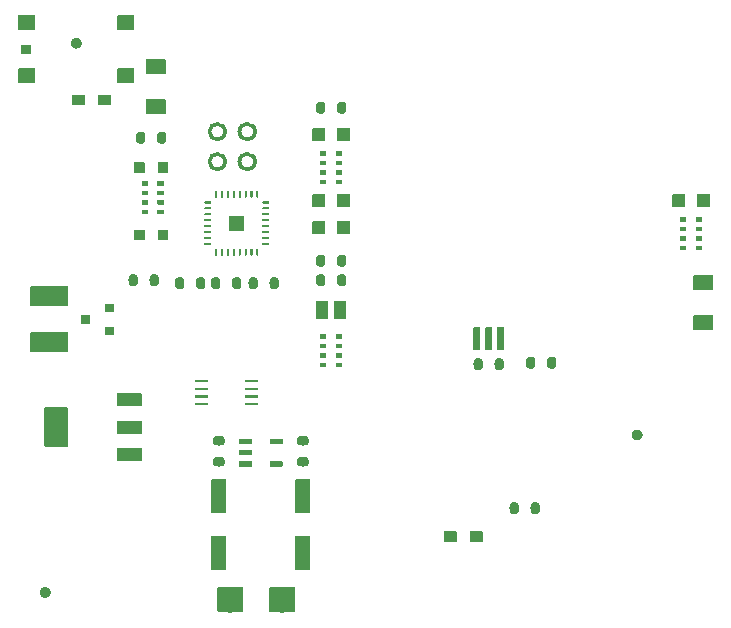
<source format=gbr>
G04 #@! TF.GenerationSoftware,KiCad,Pcbnew,5.1.4+dfsg1-1~bpo10+1*
G04 #@! TF.CreationDate,2022-07-19T17:35:19+05:30*
G04 #@! TF.ProjectId,UNO-TH_Rev3e,554e4f2d-5448-45f5-9265-7633652e6b69,rev?*
G04 #@! TF.SameCoordinates,Original*
G04 #@! TF.FileFunction,Paste,Top*
G04 #@! TF.FilePolarity,Positive*
%FSLAX46Y46*%
G04 Gerber Fmt 4.6, Leading zero omitted, Abs format (unit mm)*
G04 Created by KiCad (PCBNEW 5.1.4+dfsg1-1~bpo10+1) date 2022-07-19 17:35:19*
%MOMM*%
%LPD*%
G04 APERTURE LIST*
%ADD10C,0.304800*%
%ADD11C,0.100000*%
%ADD12C,0.796800*%
%ADD13C,1.260000*%
%ADD14C,1.080000*%
%ADD15C,2.160000*%
%ADD16C,0.914400*%
%ADD17C,1.980000*%
%ADD18C,1.097280*%
%ADD19C,1.710000*%
%ADD20C,0.685800*%
%ADD21C,0.178400*%
%ADD22C,0.898400*%
%ADD23C,1.051560*%
%ADD24C,0.398400*%
%ADD25C,0.198400*%
%ADD26C,0.598400*%
%ADD27C,0.448400*%
G04 APERTURE END LIST*
D10*
X133159500Y-91795600D02*
G75*
G03X133159500Y-91795600I-660400J0D01*
G01*
X135701400Y-91795600D02*
G75*
G03X135701400Y-91795600I-662300J0D01*
G01*
X133159500Y-89255600D02*
G75*
G03X133159500Y-89255600I-660400J0D01*
G01*
X135701400Y-89255600D02*
G75*
G03X135701400Y-89255600I-662300J0D01*
G01*
D11*
G36*
X134785100Y-97637600D02*
G01*
X134785100Y-96367600D01*
X133515100Y-96367600D01*
X133515100Y-97637600D01*
X134785100Y-97637600D01*
G37*
G36*
X115862100Y-82651600D02*
G01*
X116751100Y-82651600D01*
X116751100Y-81889600D01*
X115862100Y-81889600D01*
X115862100Y-82651600D01*
G37*
G36*
X125498020Y-101330935D02*
G01*
X125528959Y-101335524D01*
X125559300Y-101343124D01*
X125588749Y-101353661D01*
X125617024Y-101367034D01*
X125643851Y-101383114D01*
X125668974Y-101401746D01*
X125692149Y-101422751D01*
X125713154Y-101445926D01*
X125731786Y-101471049D01*
X125747866Y-101497876D01*
X125761239Y-101526151D01*
X125771776Y-101555600D01*
X125779376Y-101585941D01*
X125783965Y-101616880D01*
X125785500Y-101648120D01*
X125785500Y-102009080D01*
X125783965Y-102040320D01*
X125779376Y-102071259D01*
X125771776Y-102101600D01*
X125761239Y-102131049D01*
X125747866Y-102159324D01*
X125731786Y-102186151D01*
X125713154Y-102211274D01*
X125692149Y-102234449D01*
X125668974Y-102255454D01*
X125643851Y-102274086D01*
X125617024Y-102290166D01*
X125588749Y-102303539D01*
X125559300Y-102314076D01*
X125528959Y-102321676D01*
X125498020Y-102326265D01*
X125466780Y-102327800D01*
X125307420Y-102327800D01*
X125276180Y-102326265D01*
X125245241Y-102321676D01*
X125214900Y-102314076D01*
X125185451Y-102303539D01*
X125157176Y-102290166D01*
X125130349Y-102274086D01*
X125105226Y-102255454D01*
X125082051Y-102234449D01*
X125061046Y-102211274D01*
X125042414Y-102186151D01*
X125026334Y-102159324D01*
X125012961Y-102131049D01*
X125002424Y-102101600D01*
X124994824Y-102071259D01*
X124990235Y-102040320D01*
X124988700Y-102009080D01*
X124988700Y-101648120D01*
X124990235Y-101616880D01*
X124994824Y-101585941D01*
X125002424Y-101555600D01*
X125012961Y-101526151D01*
X125026334Y-101497876D01*
X125042414Y-101471049D01*
X125061046Y-101445926D01*
X125082051Y-101422751D01*
X125105226Y-101401746D01*
X125130349Y-101383114D01*
X125157176Y-101367034D01*
X125185451Y-101353661D01*
X125214900Y-101343124D01*
X125245241Y-101335524D01*
X125276180Y-101330935D01*
X125307420Y-101329400D01*
X125466780Y-101329400D01*
X125498020Y-101330935D01*
X125498020Y-101330935D01*
G37*
D12*
X125387100Y-101828600D03*
D11*
G36*
X127276020Y-101330935D02*
G01*
X127306959Y-101335524D01*
X127337300Y-101343124D01*
X127366749Y-101353661D01*
X127395024Y-101367034D01*
X127421851Y-101383114D01*
X127446974Y-101401746D01*
X127470149Y-101422751D01*
X127491154Y-101445926D01*
X127509786Y-101471049D01*
X127525866Y-101497876D01*
X127539239Y-101526151D01*
X127549776Y-101555600D01*
X127557376Y-101585941D01*
X127561965Y-101616880D01*
X127563500Y-101648120D01*
X127563500Y-102009080D01*
X127561965Y-102040320D01*
X127557376Y-102071259D01*
X127549776Y-102101600D01*
X127539239Y-102131049D01*
X127525866Y-102159324D01*
X127509786Y-102186151D01*
X127491154Y-102211274D01*
X127470149Y-102234449D01*
X127446974Y-102255454D01*
X127421851Y-102274086D01*
X127395024Y-102290166D01*
X127366749Y-102303539D01*
X127337300Y-102314076D01*
X127306959Y-102321676D01*
X127276020Y-102326265D01*
X127244780Y-102327800D01*
X127085420Y-102327800D01*
X127054180Y-102326265D01*
X127023241Y-102321676D01*
X126992900Y-102314076D01*
X126963451Y-102303539D01*
X126935176Y-102290166D01*
X126908349Y-102274086D01*
X126883226Y-102255454D01*
X126860051Y-102234449D01*
X126839046Y-102211274D01*
X126820414Y-102186151D01*
X126804334Y-102159324D01*
X126790961Y-102131049D01*
X126780424Y-102101600D01*
X126772824Y-102071259D01*
X126768235Y-102040320D01*
X126766700Y-102009080D01*
X126766700Y-101648120D01*
X126768235Y-101616880D01*
X126772824Y-101585941D01*
X126780424Y-101555600D01*
X126790961Y-101526151D01*
X126804334Y-101497876D01*
X126820414Y-101471049D01*
X126839046Y-101445926D01*
X126860051Y-101422751D01*
X126883226Y-101401746D01*
X126908349Y-101383114D01*
X126935176Y-101367034D01*
X126963451Y-101353661D01*
X126992900Y-101343124D01*
X127023241Y-101335524D01*
X127054180Y-101330935D01*
X127085420Y-101329400D01*
X127244780Y-101329400D01*
X127276020Y-101330935D01*
X127276020Y-101330935D01*
G37*
D12*
X127165100Y-101828600D03*
D11*
G36*
X140311275Y-118699903D02*
G01*
X140317391Y-118700811D01*
X140323388Y-118702313D01*
X140329209Y-118704396D01*
X140334798Y-118707039D01*
X140340101Y-118710217D01*
X140345067Y-118713900D01*
X140349648Y-118718052D01*
X140353800Y-118722633D01*
X140357483Y-118727599D01*
X140360661Y-118732902D01*
X140363304Y-118738491D01*
X140365387Y-118744312D01*
X140366889Y-118750309D01*
X140367797Y-118756425D01*
X140368100Y-118762600D01*
X140368100Y-121496600D01*
X140367797Y-121502775D01*
X140366889Y-121508891D01*
X140365387Y-121514888D01*
X140363304Y-121520709D01*
X140360661Y-121526298D01*
X140357483Y-121531601D01*
X140353800Y-121536567D01*
X140349648Y-121541148D01*
X140345067Y-121545300D01*
X140340101Y-121548983D01*
X140334798Y-121552161D01*
X140329209Y-121554804D01*
X140323388Y-121556887D01*
X140317391Y-121558389D01*
X140311275Y-121559297D01*
X140305100Y-121559600D01*
X139171100Y-121559600D01*
X139164925Y-121559297D01*
X139158809Y-121558389D01*
X139152812Y-121556887D01*
X139146991Y-121554804D01*
X139141402Y-121552161D01*
X139136099Y-121548983D01*
X139131133Y-121545300D01*
X139126552Y-121541148D01*
X139122400Y-121536567D01*
X139118717Y-121531601D01*
X139115539Y-121526298D01*
X139112896Y-121520709D01*
X139110813Y-121514888D01*
X139109311Y-121508891D01*
X139108403Y-121502775D01*
X139108100Y-121496600D01*
X139108100Y-118762600D01*
X139108403Y-118756425D01*
X139109311Y-118750309D01*
X139110813Y-118744312D01*
X139112896Y-118738491D01*
X139115539Y-118732902D01*
X139118717Y-118727599D01*
X139122400Y-118722633D01*
X139126552Y-118718052D01*
X139131133Y-118713900D01*
X139136099Y-118710217D01*
X139141402Y-118707039D01*
X139146991Y-118704396D01*
X139152812Y-118702313D01*
X139158809Y-118700811D01*
X139164925Y-118699903D01*
X139171100Y-118699600D01*
X140305100Y-118699600D01*
X140311275Y-118699903D01*
X140311275Y-118699903D01*
G37*
D13*
X139738100Y-120129600D03*
D11*
G36*
X140311275Y-123499903D02*
G01*
X140317391Y-123500811D01*
X140323388Y-123502313D01*
X140329209Y-123504396D01*
X140334798Y-123507039D01*
X140340101Y-123510217D01*
X140345067Y-123513900D01*
X140349648Y-123518052D01*
X140353800Y-123522633D01*
X140357483Y-123527599D01*
X140360661Y-123532902D01*
X140363304Y-123538491D01*
X140365387Y-123544312D01*
X140366889Y-123550309D01*
X140367797Y-123556425D01*
X140368100Y-123562600D01*
X140368100Y-126296600D01*
X140367797Y-126302775D01*
X140366889Y-126308891D01*
X140365387Y-126314888D01*
X140363304Y-126320709D01*
X140360661Y-126326298D01*
X140357483Y-126331601D01*
X140353800Y-126336567D01*
X140349648Y-126341148D01*
X140345067Y-126345300D01*
X140340101Y-126348983D01*
X140334798Y-126352161D01*
X140329209Y-126354804D01*
X140323388Y-126356887D01*
X140317391Y-126358389D01*
X140311275Y-126359297D01*
X140305100Y-126359600D01*
X139171100Y-126359600D01*
X139164925Y-126359297D01*
X139158809Y-126358389D01*
X139152812Y-126356887D01*
X139146991Y-126354804D01*
X139141402Y-126352161D01*
X139136099Y-126348983D01*
X139131133Y-126345300D01*
X139126552Y-126341148D01*
X139122400Y-126336567D01*
X139118717Y-126331601D01*
X139115539Y-126326298D01*
X139112896Y-126320709D01*
X139110813Y-126314888D01*
X139109311Y-126308891D01*
X139108403Y-126302775D01*
X139108100Y-126296600D01*
X139108100Y-123562600D01*
X139108403Y-123556425D01*
X139109311Y-123550309D01*
X139110813Y-123544312D01*
X139112896Y-123538491D01*
X139115539Y-123532902D01*
X139118717Y-123527599D01*
X139122400Y-123522633D01*
X139126552Y-123518052D01*
X139131133Y-123513900D01*
X139136099Y-123510217D01*
X139141402Y-123507039D01*
X139146991Y-123504396D01*
X139152812Y-123502313D01*
X139158809Y-123500811D01*
X139164925Y-123499903D01*
X139171100Y-123499600D01*
X140305100Y-123499600D01*
X140311275Y-123499903D01*
X140311275Y-123499903D01*
G37*
D13*
X139738100Y-124929600D03*
D11*
G36*
X133199275Y-118699903D02*
G01*
X133205391Y-118700811D01*
X133211388Y-118702313D01*
X133217209Y-118704396D01*
X133222798Y-118707039D01*
X133228101Y-118710217D01*
X133233067Y-118713900D01*
X133237648Y-118718052D01*
X133241800Y-118722633D01*
X133245483Y-118727599D01*
X133248661Y-118732902D01*
X133251304Y-118738491D01*
X133253387Y-118744312D01*
X133254889Y-118750309D01*
X133255797Y-118756425D01*
X133256100Y-118762600D01*
X133256100Y-121496600D01*
X133255797Y-121502775D01*
X133254889Y-121508891D01*
X133253387Y-121514888D01*
X133251304Y-121520709D01*
X133248661Y-121526298D01*
X133245483Y-121531601D01*
X133241800Y-121536567D01*
X133237648Y-121541148D01*
X133233067Y-121545300D01*
X133228101Y-121548983D01*
X133222798Y-121552161D01*
X133217209Y-121554804D01*
X133211388Y-121556887D01*
X133205391Y-121558389D01*
X133199275Y-121559297D01*
X133193100Y-121559600D01*
X132059100Y-121559600D01*
X132052925Y-121559297D01*
X132046809Y-121558389D01*
X132040812Y-121556887D01*
X132034991Y-121554804D01*
X132029402Y-121552161D01*
X132024099Y-121548983D01*
X132019133Y-121545300D01*
X132014552Y-121541148D01*
X132010400Y-121536567D01*
X132006717Y-121531601D01*
X132003539Y-121526298D01*
X132000896Y-121520709D01*
X131998813Y-121514888D01*
X131997311Y-121508891D01*
X131996403Y-121502775D01*
X131996100Y-121496600D01*
X131996100Y-118762600D01*
X131996403Y-118756425D01*
X131997311Y-118750309D01*
X131998813Y-118744312D01*
X132000896Y-118738491D01*
X132003539Y-118732902D01*
X132006717Y-118727599D01*
X132010400Y-118722633D01*
X132014552Y-118718052D01*
X132019133Y-118713900D01*
X132024099Y-118710217D01*
X132029402Y-118707039D01*
X132034991Y-118704396D01*
X132040812Y-118702313D01*
X132046809Y-118700811D01*
X132052925Y-118699903D01*
X132059100Y-118699600D01*
X133193100Y-118699600D01*
X133199275Y-118699903D01*
X133199275Y-118699903D01*
G37*
D13*
X132626100Y-120129600D03*
D11*
G36*
X133199275Y-123499903D02*
G01*
X133205391Y-123500811D01*
X133211388Y-123502313D01*
X133217209Y-123504396D01*
X133222798Y-123507039D01*
X133228101Y-123510217D01*
X133233067Y-123513900D01*
X133237648Y-123518052D01*
X133241800Y-123522633D01*
X133245483Y-123527599D01*
X133248661Y-123532902D01*
X133251304Y-123538491D01*
X133253387Y-123544312D01*
X133254889Y-123550309D01*
X133255797Y-123556425D01*
X133256100Y-123562600D01*
X133256100Y-126296600D01*
X133255797Y-126302775D01*
X133254889Y-126308891D01*
X133253387Y-126314888D01*
X133251304Y-126320709D01*
X133248661Y-126326298D01*
X133245483Y-126331601D01*
X133241800Y-126336567D01*
X133237648Y-126341148D01*
X133233067Y-126345300D01*
X133228101Y-126348983D01*
X133222798Y-126352161D01*
X133217209Y-126354804D01*
X133211388Y-126356887D01*
X133205391Y-126358389D01*
X133199275Y-126359297D01*
X133193100Y-126359600D01*
X132059100Y-126359600D01*
X132052925Y-126359297D01*
X132046809Y-126358389D01*
X132040812Y-126356887D01*
X132034991Y-126354804D01*
X132029402Y-126352161D01*
X132024099Y-126348983D01*
X132019133Y-126345300D01*
X132014552Y-126341148D01*
X132010400Y-126336567D01*
X132006717Y-126331601D01*
X132003539Y-126326298D01*
X132000896Y-126320709D01*
X131998813Y-126314888D01*
X131997311Y-126308891D01*
X131996403Y-126302775D01*
X131996100Y-126296600D01*
X131996100Y-123562600D01*
X131996403Y-123556425D01*
X131997311Y-123550309D01*
X131998813Y-123544312D01*
X132000896Y-123538491D01*
X132003539Y-123532902D01*
X132006717Y-123527599D01*
X132010400Y-123522633D01*
X132014552Y-123518052D01*
X132019133Y-123513900D01*
X132024099Y-123510217D01*
X132029402Y-123507039D01*
X132034991Y-123504396D01*
X132040812Y-123502313D01*
X132046809Y-123500811D01*
X132052925Y-123499903D01*
X132059100Y-123499600D01*
X133193100Y-123499600D01*
X133199275Y-123499903D01*
X133199275Y-123499903D01*
G37*
D13*
X132626100Y-124929600D03*
D11*
G36*
X172072393Y-94557860D02*
G01*
X172077635Y-94558638D01*
X172082775Y-94559925D01*
X172087765Y-94561711D01*
X172092555Y-94563976D01*
X172097101Y-94566701D01*
X172101357Y-94569857D01*
X172105284Y-94573416D01*
X172108843Y-94577343D01*
X172111999Y-94581599D01*
X172114724Y-94586145D01*
X172116989Y-94590935D01*
X172118775Y-94595925D01*
X172120062Y-94601065D01*
X172120840Y-94606307D01*
X172121100Y-94611600D01*
X172121100Y-95583600D01*
X172120840Y-95588893D01*
X172120062Y-95594135D01*
X172118775Y-95599275D01*
X172116989Y-95604265D01*
X172114724Y-95609055D01*
X172111999Y-95613601D01*
X172108843Y-95617857D01*
X172105284Y-95621784D01*
X172101357Y-95625343D01*
X172097101Y-95628499D01*
X172092555Y-95631224D01*
X172087765Y-95633489D01*
X172082775Y-95635275D01*
X172077635Y-95636562D01*
X172072393Y-95637340D01*
X172067100Y-95637600D01*
X171095100Y-95637600D01*
X171089807Y-95637340D01*
X171084565Y-95636562D01*
X171079425Y-95635275D01*
X171074435Y-95633489D01*
X171069645Y-95631224D01*
X171065099Y-95628499D01*
X171060843Y-95625343D01*
X171056916Y-95621784D01*
X171053357Y-95617857D01*
X171050201Y-95613601D01*
X171047476Y-95609055D01*
X171045211Y-95604265D01*
X171043425Y-95599275D01*
X171042138Y-95594135D01*
X171041360Y-95588893D01*
X171041100Y-95583600D01*
X171041100Y-94611600D01*
X171041360Y-94606307D01*
X171042138Y-94601065D01*
X171043425Y-94595925D01*
X171045211Y-94590935D01*
X171047476Y-94586145D01*
X171050201Y-94581599D01*
X171053357Y-94577343D01*
X171056916Y-94573416D01*
X171060843Y-94569857D01*
X171065099Y-94566701D01*
X171069645Y-94563976D01*
X171074435Y-94561711D01*
X171079425Y-94559925D01*
X171084565Y-94558638D01*
X171089807Y-94557860D01*
X171095100Y-94557600D01*
X172067100Y-94557600D01*
X172072393Y-94557860D01*
X172072393Y-94557860D01*
G37*
D14*
X171581100Y-95097600D03*
D11*
G36*
X174172393Y-94557860D02*
G01*
X174177635Y-94558638D01*
X174182775Y-94559925D01*
X174187765Y-94561711D01*
X174192555Y-94563976D01*
X174197101Y-94566701D01*
X174201357Y-94569857D01*
X174205284Y-94573416D01*
X174208843Y-94577343D01*
X174211999Y-94581599D01*
X174214724Y-94586145D01*
X174216989Y-94590935D01*
X174218775Y-94595925D01*
X174220062Y-94601065D01*
X174220840Y-94606307D01*
X174221100Y-94611600D01*
X174221100Y-95583600D01*
X174220840Y-95588893D01*
X174220062Y-95594135D01*
X174218775Y-95599275D01*
X174216989Y-95604265D01*
X174214724Y-95609055D01*
X174211999Y-95613601D01*
X174208843Y-95617857D01*
X174205284Y-95621784D01*
X174201357Y-95625343D01*
X174197101Y-95628499D01*
X174192555Y-95631224D01*
X174187765Y-95633489D01*
X174182775Y-95635275D01*
X174177635Y-95636562D01*
X174172393Y-95637340D01*
X174167100Y-95637600D01*
X173195100Y-95637600D01*
X173189807Y-95637340D01*
X173184565Y-95636562D01*
X173179425Y-95635275D01*
X173174435Y-95633489D01*
X173169645Y-95631224D01*
X173165099Y-95628499D01*
X173160843Y-95625343D01*
X173156916Y-95621784D01*
X173153357Y-95617857D01*
X173150201Y-95613601D01*
X173147476Y-95609055D01*
X173145211Y-95604265D01*
X173143425Y-95599275D01*
X173142138Y-95594135D01*
X173141360Y-95588893D01*
X173141100Y-95583600D01*
X173141100Y-94611600D01*
X173141360Y-94606307D01*
X173142138Y-94601065D01*
X173143425Y-94595925D01*
X173145211Y-94590935D01*
X173147476Y-94586145D01*
X173150201Y-94581599D01*
X173153357Y-94577343D01*
X173156916Y-94573416D01*
X173160843Y-94569857D01*
X173165099Y-94566701D01*
X173169645Y-94563976D01*
X173174435Y-94561711D01*
X173179425Y-94559925D01*
X173184565Y-94558638D01*
X173189807Y-94557860D01*
X173195100Y-94557600D01*
X174167100Y-94557600D01*
X174172393Y-94557860D01*
X174172393Y-94557860D01*
G37*
D14*
X173681100Y-95097600D03*
D11*
G36*
X143692393Y-96843860D02*
G01*
X143697635Y-96844638D01*
X143702775Y-96845925D01*
X143707765Y-96847711D01*
X143712555Y-96849976D01*
X143717101Y-96852701D01*
X143721357Y-96855857D01*
X143725284Y-96859416D01*
X143728843Y-96863343D01*
X143731999Y-96867599D01*
X143734724Y-96872145D01*
X143736989Y-96876935D01*
X143738775Y-96881925D01*
X143740062Y-96887065D01*
X143740840Y-96892307D01*
X143741100Y-96897600D01*
X143741100Y-97869600D01*
X143740840Y-97874893D01*
X143740062Y-97880135D01*
X143738775Y-97885275D01*
X143736989Y-97890265D01*
X143734724Y-97895055D01*
X143731999Y-97899601D01*
X143728843Y-97903857D01*
X143725284Y-97907784D01*
X143721357Y-97911343D01*
X143717101Y-97914499D01*
X143712555Y-97917224D01*
X143707765Y-97919489D01*
X143702775Y-97921275D01*
X143697635Y-97922562D01*
X143692393Y-97923340D01*
X143687100Y-97923600D01*
X142715100Y-97923600D01*
X142709807Y-97923340D01*
X142704565Y-97922562D01*
X142699425Y-97921275D01*
X142694435Y-97919489D01*
X142689645Y-97917224D01*
X142685099Y-97914499D01*
X142680843Y-97911343D01*
X142676916Y-97907784D01*
X142673357Y-97903857D01*
X142670201Y-97899601D01*
X142667476Y-97895055D01*
X142665211Y-97890265D01*
X142663425Y-97885275D01*
X142662138Y-97880135D01*
X142661360Y-97874893D01*
X142661100Y-97869600D01*
X142661100Y-96897600D01*
X142661360Y-96892307D01*
X142662138Y-96887065D01*
X142663425Y-96881925D01*
X142665211Y-96876935D01*
X142667476Y-96872145D01*
X142670201Y-96867599D01*
X142673357Y-96863343D01*
X142676916Y-96859416D01*
X142680843Y-96855857D01*
X142685099Y-96852701D01*
X142689645Y-96849976D01*
X142694435Y-96847711D01*
X142699425Y-96845925D01*
X142704565Y-96844638D01*
X142709807Y-96843860D01*
X142715100Y-96843600D01*
X143687100Y-96843600D01*
X143692393Y-96843860D01*
X143692393Y-96843860D01*
G37*
D14*
X143201100Y-97383600D03*
D11*
G36*
X141592393Y-96843860D02*
G01*
X141597635Y-96844638D01*
X141602775Y-96845925D01*
X141607765Y-96847711D01*
X141612555Y-96849976D01*
X141617101Y-96852701D01*
X141621357Y-96855857D01*
X141625284Y-96859416D01*
X141628843Y-96863343D01*
X141631999Y-96867599D01*
X141634724Y-96872145D01*
X141636989Y-96876935D01*
X141638775Y-96881925D01*
X141640062Y-96887065D01*
X141640840Y-96892307D01*
X141641100Y-96897600D01*
X141641100Y-97869600D01*
X141640840Y-97874893D01*
X141640062Y-97880135D01*
X141638775Y-97885275D01*
X141636989Y-97890265D01*
X141634724Y-97895055D01*
X141631999Y-97899601D01*
X141628843Y-97903857D01*
X141625284Y-97907784D01*
X141621357Y-97911343D01*
X141617101Y-97914499D01*
X141612555Y-97917224D01*
X141607765Y-97919489D01*
X141602775Y-97921275D01*
X141597635Y-97922562D01*
X141592393Y-97923340D01*
X141587100Y-97923600D01*
X140615100Y-97923600D01*
X140609807Y-97923340D01*
X140604565Y-97922562D01*
X140599425Y-97921275D01*
X140594435Y-97919489D01*
X140589645Y-97917224D01*
X140585099Y-97914499D01*
X140580843Y-97911343D01*
X140576916Y-97907784D01*
X140573357Y-97903857D01*
X140570201Y-97899601D01*
X140567476Y-97895055D01*
X140565211Y-97890265D01*
X140563425Y-97885275D01*
X140562138Y-97880135D01*
X140561360Y-97874893D01*
X140561100Y-97869600D01*
X140561100Y-96897600D01*
X140561360Y-96892307D01*
X140562138Y-96887065D01*
X140563425Y-96881925D01*
X140565211Y-96876935D01*
X140567476Y-96872145D01*
X140570201Y-96867599D01*
X140573357Y-96863343D01*
X140576916Y-96859416D01*
X140580843Y-96855857D01*
X140585099Y-96852701D01*
X140589645Y-96849976D01*
X140594435Y-96847711D01*
X140599425Y-96845925D01*
X140604565Y-96844638D01*
X140609807Y-96843860D01*
X140615100Y-96843600D01*
X141587100Y-96843600D01*
X141592393Y-96843860D01*
X141592393Y-96843860D01*
G37*
D14*
X141101100Y-97383600D03*
D11*
G36*
X143692393Y-94557860D02*
G01*
X143697635Y-94558638D01*
X143702775Y-94559925D01*
X143707765Y-94561711D01*
X143712555Y-94563976D01*
X143717101Y-94566701D01*
X143721357Y-94569857D01*
X143725284Y-94573416D01*
X143728843Y-94577343D01*
X143731999Y-94581599D01*
X143734724Y-94586145D01*
X143736989Y-94590935D01*
X143738775Y-94595925D01*
X143740062Y-94601065D01*
X143740840Y-94606307D01*
X143741100Y-94611600D01*
X143741100Y-95583600D01*
X143740840Y-95588893D01*
X143740062Y-95594135D01*
X143738775Y-95599275D01*
X143736989Y-95604265D01*
X143734724Y-95609055D01*
X143731999Y-95613601D01*
X143728843Y-95617857D01*
X143725284Y-95621784D01*
X143721357Y-95625343D01*
X143717101Y-95628499D01*
X143712555Y-95631224D01*
X143707765Y-95633489D01*
X143702775Y-95635275D01*
X143697635Y-95636562D01*
X143692393Y-95637340D01*
X143687100Y-95637600D01*
X142715100Y-95637600D01*
X142709807Y-95637340D01*
X142704565Y-95636562D01*
X142699425Y-95635275D01*
X142694435Y-95633489D01*
X142689645Y-95631224D01*
X142685099Y-95628499D01*
X142680843Y-95625343D01*
X142676916Y-95621784D01*
X142673357Y-95617857D01*
X142670201Y-95613601D01*
X142667476Y-95609055D01*
X142665211Y-95604265D01*
X142663425Y-95599275D01*
X142662138Y-95594135D01*
X142661360Y-95588893D01*
X142661100Y-95583600D01*
X142661100Y-94611600D01*
X142661360Y-94606307D01*
X142662138Y-94601065D01*
X142663425Y-94595925D01*
X142665211Y-94590935D01*
X142667476Y-94586145D01*
X142670201Y-94581599D01*
X142673357Y-94577343D01*
X142676916Y-94573416D01*
X142680843Y-94569857D01*
X142685099Y-94566701D01*
X142689645Y-94563976D01*
X142694435Y-94561711D01*
X142699425Y-94559925D01*
X142704565Y-94558638D01*
X142709807Y-94557860D01*
X142715100Y-94557600D01*
X143687100Y-94557600D01*
X143692393Y-94557860D01*
X143692393Y-94557860D01*
G37*
D14*
X143201100Y-95097600D03*
D11*
G36*
X141592393Y-94557860D02*
G01*
X141597635Y-94558638D01*
X141602775Y-94559925D01*
X141607765Y-94561711D01*
X141612555Y-94563976D01*
X141617101Y-94566701D01*
X141621357Y-94569857D01*
X141625284Y-94573416D01*
X141628843Y-94577343D01*
X141631999Y-94581599D01*
X141634724Y-94586145D01*
X141636989Y-94590935D01*
X141638775Y-94595925D01*
X141640062Y-94601065D01*
X141640840Y-94606307D01*
X141641100Y-94611600D01*
X141641100Y-95583600D01*
X141640840Y-95588893D01*
X141640062Y-95594135D01*
X141638775Y-95599275D01*
X141636989Y-95604265D01*
X141634724Y-95609055D01*
X141631999Y-95613601D01*
X141628843Y-95617857D01*
X141625284Y-95621784D01*
X141621357Y-95625343D01*
X141617101Y-95628499D01*
X141612555Y-95631224D01*
X141607765Y-95633489D01*
X141602775Y-95635275D01*
X141597635Y-95636562D01*
X141592393Y-95637340D01*
X141587100Y-95637600D01*
X140615100Y-95637600D01*
X140609807Y-95637340D01*
X140604565Y-95636562D01*
X140599425Y-95635275D01*
X140594435Y-95633489D01*
X140589645Y-95631224D01*
X140585099Y-95628499D01*
X140580843Y-95625343D01*
X140576916Y-95621784D01*
X140573357Y-95617857D01*
X140570201Y-95613601D01*
X140567476Y-95609055D01*
X140565211Y-95604265D01*
X140563425Y-95599275D01*
X140562138Y-95594135D01*
X140561360Y-95588893D01*
X140561100Y-95583600D01*
X140561100Y-94611600D01*
X140561360Y-94606307D01*
X140562138Y-94601065D01*
X140563425Y-94595925D01*
X140565211Y-94590935D01*
X140567476Y-94586145D01*
X140570201Y-94581599D01*
X140573357Y-94577343D01*
X140576916Y-94573416D01*
X140580843Y-94569857D01*
X140585099Y-94566701D01*
X140589645Y-94563976D01*
X140594435Y-94561711D01*
X140599425Y-94559925D01*
X140604565Y-94558638D01*
X140609807Y-94557860D01*
X140615100Y-94557600D01*
X141587100Y-94557600D01*
X141592393Y-94557860D01*
X141592393Y-94557860D01*
G37*
D14*
X141101100Y-95097600D03*
D11*
G36*
X134583686Y-127800120D02*
G01*
X134594170Y-127801675D01*
X134604451Y-127804250D01*
X134614430Y-127807821D01*
X134624011Y-127812353D01*
X134633102Y-127817801D01*
X134641614Y-127824115D01*
X134649468Y-127831232D01*
X134656585Y-127839086D01*
X134662899Y-127847598D01*
X134668347Y-127856689D01*
X134672879Y-127866270D01*
X134676450Y-127876249D01*
X134679025Y-127886530D01*
X134680580Y-127897014D01*
X134681100Y-127907600D01*
X134681100Y-129851600D01*
X134680580Y-129862186D01*
X134679025Y-129872670D01*
X134676450Y-129882951D01*
X134672879Y-129892930D01*
X134668347Y-129902511D01*
X134662899Y-129911602D01*
X134656585Y-129920114D01*
X134649468Y-129927968D01*
X134641614Y-129935085D01*
X134633102Y-129941399D01*
X134624011Y-129946847D01*
X134614430Y-129951379D01*
X134604451Y-129954950D01*
X134594170Y-129957525D01*
X134583686Y-129959080D01*
X134573100Y-129959600D01*
X132629100Y-129959600D01*
X132618514Y-129959080D01*
X132608030Y-129957525D01*
X132597749Y-129954950D01*
X132587770Y-129951379D01*
X132578189Y-129946847D01*
X132569098Y-129941399D01*
X132560586Y-129935085D01*
X132552732Y-129927968D01*
X132545615Y-129920114D01*
X132539301Y-129911602D01*
X132533853Y-129902511D01*
X132529321Y-129892930D01*
X132525750Y-129882951D01*
X132523175Y-129872670D01*
X132521620Y-129862186D01*
X132521100Y-129851600D01*
X132521100Y-127907600D01*
X132521620Y-127897014D01*
X132523175Y-127886530D01*
X132525750Y-127876249D01*
X132529321Y-127866270D01*
X132533853Y-127856689D01*
X132539301Y-127847598D01*
X132545615Y-127839086D01*
X132552732Y-127831232D01*
X132560586Y-127824115D01*
X132569098Y-127817801D01*
X132578189Y-127812353D01*
X132587770Y-127807821D01*
X132597749Y-127804250D01*
X132608030Y-127801675D01*
X132618514Y-127800120D01*
X132629100Y-127799600D01*
X134573100Y-127799600D01*
X134583686Y-127800120D01*
X134583686Y-127800120D01*
G37*
D15*
X133601100Y-128879600D03*
D11*
G36*
X138983686Y-127800120D02*
G01*
X138994170Y-127801675D01*
X139004451Y-127804250D01*
X139014430Y-127807821D01*
X139024011Y-127812353D01*
X139033102Y-127817801D01*
X139041614Y-127824115D01*
X139049468Y-127831232D01*
X139056585Y-127839086D01*
X139062899Y-127847598D01*
X139068347Y-127856689D01*
X139072879Y-127866270D01*
X139076450Y-127876249D01*
X139079025Y-127886530D01*
X139080580Y-127897014D01*
X139081100Y-127907600D01*
X139081100Y-129851600D01*
X139080580Y-129862186D01*
X139079025Y-129872670D01*
X139076450Y-129882951D01*
X139072879Y-129892930D01*
X139068347Y-129902511D01*
X139062899Y-129911602D01*
X139056585Y-129920114D01*
X139049468Y-129927968D01*
X139041614Y-129935085D01*
X139033102Y-129941399D01*
X139024011Y-129946847D01*
X139014430Y-129951379D01*
X139004451Y-129954950D01*
X138994170Y-129957525D01*
X138983686Y-129959080D01*
X138973100Y-129959600D01*
X137029100Y-129959600D01*
X137018514Y-129959080D01*
X137008030Y-129957525D01*
X136997749Y-129954950D01*
X136987770Y-129951379D01*
X136978189Y-129946847D01*
X136969098Y-129941399D01*
X136960586Y-129935085D01*
X136952732Y-129927968D01*
X136945615Y-129920114D01*
X136939301Y-129911602D01*
X136933853Y-129902511D01*
X136929321Y-129892930D01*
X136925750Y-129882951D01*
X136923175Y-129872670D01*
X136921620Y-129862186D01*
X136921100Y-129851600D01*
X136921100Y-127907600D01*
X136921620Y-127897014D01*
X136923175Y-127886530D01*
X136925750Y-127876249D01*
X136929321Y-127866270D01*
X136933853Y-127856689D01*
X136939301Y-127847598D01*
X136945615Y-127839086D01*
X136952732Y-127831232D01*
X136960586Y-127824115D01*
X136969098Y-127817801D01*
X136978189Y-127812353D01*
X136987770Y-127807821D01*
X136997749Y-127804250D01*
X137008030Y-127801675D01*
X137018514Y-127800120D01*
X137029100Y-127799600D01*
X138973100Y-127799600D01*
X138983686Y-127800120D01*
X138983686Y-127800120D01*
G37*
D15*
X138001100Y-128879600D03*
D11*
G36*
X120605914Y-81307601D02*
G01*
X120650296Y-81314184D01*
X120693819Y-81325086D01*
X120736064Y-81340201D01*
X120776624Y-81359385D01*
X120815108Y-81382451D01*
X120851146Y-81409179D01*
X120884390Y-81439310D01*
X120914521Y-81472554D01*
X120941249Y-81508592D01*
X120964315Y-81547076D01*
X120983499Y-81587636D01*
X120998614Y-81629881D01*
X121009516Y-81673404D01*
X121016099Y-81717786D01*
X121018301Y-81762599D01*
X121018301Y-81762601D01*
X121016099Y-81807414D01*
X121009516Y-81851796D01*
X120998614Y-81895319D01*
X120983499Y-81937564D01*
X120964315Y-81978124D01*
X120941249Y-82016608D01*
X120914521Y-82052646D01*
X120884390Y-82085890D01*
X120851146Y-82116021D01*
X120815108Y-82142749D01*
X120776624Y-82165815D01*
X120736064Y-82184999D01*
X120693819Y-82200114D01*
X120650296Y-82211016D01*
X120605914Y-82217599D01*
X120561101Y-82219801D01*
X120561099Y-82219801D01*
X120516286Y-82217599D01*
X120471904Y-82211016D01*
X120428381Y-82200114D01*
X120386136Y-82184999D01*
X120345576Y-82165815D01*
X120307092Y-82142749D01*
X120271054Y-82116021D01*
X120237810Y-82085890D01*
X120207679Y-82052646D01*
X120180951Y-82016608D01*
X120157885Y-81978124D01*
X120138701Y-81937564D01*
X120123586Y-81895319D01*
X120112684Y-81851796D01*
X120106101Y-81807414D01*
X120103899Y-81762601D01*
X120103899Y-81762599D01*
X120106101Y-81717786D01*
X120112684Y-81673404D01*
X120123586Y-81629881D01*
X120138701Y-81587636D01*
X120157885Y-81547076D01*
X120180951Y-81508592D01*
X120207679Y-81472554D01*
X120237810Y-81439310D01*
X120271054Y-81409179D01*
X120307092Y-81382451D01*
X120345576Y-81359385D01*
X120386136Y-81340201D01*
X120428381Y-81325086D01*
X120471904Y-81314184D01*
X120516286Y-81307601D01*
X120561099Y-81305399D01*
X120561101Y-81305399D01*
X120605914Y-81307601D01*
X120605914Y-81307601D01*
G37*
D16*
X120561100Y-81762600D03*
D11*
G36*
X168095914Y-114477601D02*
G01*
X168140296Y-114484184D01*
X168183819Y-114495086D01*
X168226064Y-114510201D01*
X168266624Y-114529385D01*
X168305108Y-114552451D01*
X168341146Y-114579179D01*
X168374390Y-114609310D01*
X168404521Y-114642554D01*
X168431249Y-114678592D01*
X168454315Y-114717076D01*
X168473499Y-114757636D01*
X168488614Y-114799881D01*
X168499516Y-114843404D01*
X168506099Y-114887786D01*
X168508301Y-114932599D01*
X168508301Y-114932601D01*
X168506099Y-114977414D01*
X168499516Y-115021796D01*
X168488614Y-115065319D01*
X168473499Y-115107564D01*
X168454315Y-115148124D01*
X168431249Y-115186608D01*
X168404521Y-115222646D01*
X168374390Y-115255890D01*
X168341146Y-115286021D01*
X168305108Y-115312749D01*
X168266624Y-115335815D01*
X168226064Y-115354999D01*
X168183819Y-115370114D01*
X168140296Y-115381016D01*
X168095914Y-115387599D01*
X168051101Y-115389801D01*
X168051099Y-115389801D01*
X168006286Y-115387599D01*
X167961904Y-115381016D01*
X167918381Y-115370114D01*
X167876136Y-115354999D01*
X167835576Y-115335815D01*
X167797092Y-115312749D01*
X167761054Y-115286021D01*
X167727810Y-115255890D01*
X167697679Y-115222646D01*
X167670951Y-115186608D01*
X167647885Y-115148124D01*
X167628701Y-115107564D01*
X167613586Y-115065319D01*
X167602684Y-115021796D01*
X167596101Y-114977414D01*
X167593899Y-114932601D01*
X167593899Y-114932599D01*
X167596101Y-114887786D01*
X167602684Y-114843404D01*
X167613586Y-114799881D01*
X167628701Y-114757636D01*
X167647885Y-114717076D01*
X167670951Y-114678592D01*
X167697679Y-114642554D01*
X167727810Y-114609310D01*
X167761054Y-114579179D01*
X167797092Y-114552451D01*
X167835576Y-114529385D01*
X167876136Y-114510201D01*
X167918381Y-114495086D01*
X167961904Y-114484184D01*
X168006286Y-114477601D01*
X168051099Y-114475399D01*
X168051101Y-114475399D01*
X168095914Y-114477601D01*
X168095914Y-114477601D01*
G37*
D16*
X168051100Y-114932600D03*
D11*
G36*
X117985914Y-127808601D02*
G01*
X118030296Y-127815184D01*
X118073819Y-127826086D01*
X118116064Y-127841201D01*
X118156624Y-127860385D01*
X118195108Y-127883451D01*
X118231146Y-127910179D01*
X118264390Y-127940310D01*
X118294521Y-127973554D01*
X118321249Y-128009592D01*
X118344315Y-128048076D01*
X118363499Y-128088636D01*
X118378614Y-128130881D01*
X118389516Y-128174404D01*
X118396099Y-128218786D01*
X118398301Y-128263599D01*
X118398301Y-128263601D01*
X118396099Y-128308414D01*
X118389516Y-128352796D01*
X118378614Y-128396319D01*
X118363499Y-128438564D01*
X118344315Y-128479124D01*
X118321249Y-128517608D01*
X118294521Y-128553646D01*
X118264390Y-128586890D01*
X118231146Y-128617021D01*
X118195108Y-128643749D01*
X118156624Y-128666815D01*
X118116064Y-128685999D01*
X118073819Y-128701114D01*
X118030296Y-128712016D01*
X117985914Y-128718599D01*
X117941101Y-128720801D01*
X117941099Y-128720801D01*
X117896286Y-128718599D01*
X117851904Y-128712016D01*
X117808381Y-128701114D01*
X117766136Y-128685999D01*
X117725576Y-128666815D01*
X117687092Y-128643749D01*
X117651054Y-128617021D01*
X117617810Y-128586890D01*
X117587679Y-128553646D01*
X117560951Y-128517608D01*
X117537885Y-128479124D01*
X117518701Y-128438564D01*
X117503586Y-128396319D01*
X117492684Y-128352796D01*
X117486101Y-128308414D01*
X117483899Y-128263601D01*
X117483899Y-128263599D01*
X117486101Y-128218786D01*
X117492684Y-128174404D01*
X117503586Y-128130881D01*
X117518701Y-128088636D01*
X117537885Y-128048076D01*
X117560951Y-128009592D01*
X117587679Y-127973554D01*
X117617810Y-127940310D01*
X117651054Y-127910179D01*
X117687092Y-127883451D01*
X117725576Y-127860385D01*
X117766136Y-127841201D01*
X117808381Y-127826086D01*
X117851904Y-127815184D01*
X117896286Y-127808601D01*
X117941099Y-127806399D01*
X117941101Y-127806399D01*
X117985914Y-127808601D01*
X117985914Y-127808601D01*
G37*
D16*
X117941100Y-128263600D03*
D11*
G36*
X119759804Y-112585077D02*
G01*
X119769414Y-112586502D01*
X119778838Y-112588863D01*
X119787986Y-112592136D01*
X119796768Y-112596290D01*
X119805101Y-112601285D01*
X119812905Y-112607072D01*
X119820104Y-112613596D01*
X119826628Y-112620795D01*
X119832415Y-112628599D01*
X119837410Y-112636932D01*
X119841564Y-112645714D01*
X119844837Y-112654862D01*
X119847198Y-112664286D01*
X119848623Y-112673896D01*
X119849100Y-112683600D01*
X119849100Y-115865600D01*
X119848623Y-115875304D01*
X119847198Y-115884914D01*
X119844837Y-115894338D01*
X119841564Y-115903486D01*
X119837410Y-115912268D01*
X119832415Y-115920601D01*
X119826628Y-115928405D01*
X119820104Y-115935604D01*
X119812905Y-115942128D01*
X119805101Y-115947915D01*
X119796768Y-115952910D01*
X119787986Y-115957064D01*
X119778838Y-115960337D01*
X119769414Y-115962698D01*
X119759804Y-115964123D01*
X119750100Y-115964600D01*
X117968100Y-115964600D01*
X117958396Y-115964123D01*
X117948786Y-115962698D01*
X117939362Y-115960337D01*
X117930214Y-115957064D01*
X117921432Y-115952910D01*
X117913099Y-115947915D01*
X117905295Y-115942128D01*
X117898096Y-115935604D01*
X117891572Y-115928405D01*
X117885785Y-115920601D01*
X117880790Y-115912268D01*
X117876636Y-115903486D01*
X117873363Y-115894338D01*
X117871002Y-115884914D01*
X117869577Y-115875304D01*
X117869100Y-115865600D01*
X117869100Y-112683600D01*
X117869577Y-112673896D01*
X117871002Y-112664286D01*
X117873363Y-112654862D01*
X117876636Y-112645714D01*
X117880790Y-112636932D01*
X117885785Y-112628599D01*
X117891572Y-112620795D01*
X117898096Y-112613596D01*
X117905295Y-112607072D01*
X117913099Y-112601285D01*
X117921432Y-112596290D01*
X117930214Y-112592136D01*
X117939362Y-112588863D01*
X117948786Y-112586502D01*
X117958396Y-112585077D01*
X117968100Y-112584600D01*
X119750100Y-112584600D01*
X119759804Y-112585077D01*
X119759804Y-112585077D01*
G37*
D17*
X118859100Y-114274600D03*
D11*
G36*
X126064054Y-111414824D02*
G01*
X126069379Y-111415614D01*
X126074602Y-111416922D01*
X126079672Y-111418736D01*
X126084539Y-111421038D01*
X126089157Y-111423806D01*
X126093481Y-111427014D01*
X126097471Y-111430629D01*
X126101086Y-111434619D01*
X126104294Y-111438943D01*
X126107062Y-111443561D01*
X126109364Y-111448428D01*
X126111178Y-111453498D01*
X126112486Y-111458721D01*
X126113276Y-111464046D01*
X126113540Y-111469424D01*
X126113540Y-112456976D01*
X126113276Y-112462354D01*
X126112486Y-112467679D01*
X126111178Y-112472902D01*
X126109364Y-112477972D01*
X126107062Y-112482839D01*
X126104294Y-112487457D01*
X126101086Y-112491781D01*
X126097471Y-112495771D01*
X126093481Y-112499386D01*
X126089157Y-112502594D01*
X126084539Y-112505362D01*
X126079672Y-112507664D01*
X126074602Y-112509478D01*
X126069379Y-112510786D01*
X126064054Y-112511576D01*
X126058676Y-112511840D01*
X124055124Y-112511840D01*
X124049746Y-112511576D01*
X124044421Y-112510786D01*
X124039198Y-112509478D01*
X124034128Y-112507664D01*
X124029261Y-112505362D01*
X124024643Y-112502594D01*
X124020319Y-112499386D01*
X124016329Y-112495771D01*
X124012714Y-112491781D01*
X124009506Y-112487457D01*
X124006738Y-112482839D01*
X124004436Y-112477972D01*
X124002622Y-112472902D01*
X124001314Y-112467679D01*
X124000524Y-112462354D01*
X124000260Y-112456976D01*
X124000260Y-111469424D01*
X124000524Y-111464046D01*
X124001314Y-111458721D01*
X124002622Y-111453498D01*
X124004436Y-111448428D01*
X124006738Y-111443561D01*
X124009506Y-111438943D01*
X124012714Y-111434619D01*
X124016329Y-111430629D01*
X124020319Y-111427014D01*
X124024643Y-111423806D01*
X124029261Y-111421038D01*
X124034128Y-111418736D01*
X124039198Y-111416922D01*
X124044421Y-111415614D01*
X124049746Y-111414824D01*
X124055124Y-111414560D01*
X126058676Y-111414560D01*
X126064054Y-111414824D01*
X126064054Y-111414824D01*
G37*
D18*
X125056900Y-111963200D03*
D11*
G36*
X126064054Y-113726224D02*
G01*
X126069379Y-113727014D01*
X126074602Y-113728322D01*
X126079672Y-113730136D01*
X126084539Y-113732438D01*
X126089157Y-113735206D01*
X126093481Y-113738414D01*
X126097471Y-113742029D01*
X126101086Y-113746019D01*
X126104294Y-113750343D01*
X126107062Y-113754961D01*
X126109364Y-113759828D01*
X126111178Y-113764898D01*
X126112486Y-113770121D01*
X126113276Y-113775446D01*
X126113540Y-113780824D01*
X126113540Y-114768376D01*
X126113276Y-114773754D01*
X126112486Y-114779079D01*
X126111178Y-114784302D01*
X126109364Y-114789372D01*
X126107062Y-114794239D01*
X126104294Y-114798857D01*
X126101086Y-114803181D01*
X126097471Y-114807171D01*
X126093481Y-114810786D01*
X126089157Y-114813994D01*
X126084539Y-114816762D01*
X126079672Y-114819064D01*
X126074602Y-114820878D01*
X126069379Y-114822186D01*
X126064054Y-114822976D01*
X126058676Y-114823240D01*
X124055124Y-114823240D01*
X124049746Y-114822976D01*
X124044421Y-114822186D01*
X124039198Y-114820878D01*
X124034128Y-114819064D01*
X124029261Y-114816762D01*
X124024643Y-114813994D01*
X124020319Y-114810786D01*
X124016329Y-114807171D01*
X124012714Y-114803181D01*
X124009506Y-114798857D01*
X124006738Y-114794239D01*
X124004436Y-114789372D01*
X124002622Y-114784302D01*
X124001314Y-114779079D01*
X124000524Y-114773754D01*
X124000260Y-114768376D01*
X124000260Y-113780824D01*
X124000524Y-113775446D01*
X124001314Y-113770121D01*
X124002622Y-113764898D01*
X124004436Y-113759828D01*
X124006738Y-113754961D01*
X124009506Y-113750343D01*
X124012714Y-113746019D01*
X124016329Y-113742029D01*
X124020319Y-113738414D01*
X124024643Y-113735206D01*
X124029261Y-113732438D01*
X124034128Y-113730136D01*
X124039198Y-113728322D01*
X124044421Y-113727014D01*
X124049746Y-113726224D01*
X124055124Y-113725960D01*
X126058676Y-113725960D01*
X126064054Y-113726224D01*
X126064054Y-113726224D01*
G37*
D18*
X125056900Y-114274600D03*
D11*
G36*
X126064054Y-116037624D02*
G01*
X126069379Y-116038414D01*
X126074602Y-116039722D01*
X126079672Y-116041536D01*
X126084539Y-116043838D01*
X126089157Y-116046606D01*
X126093481Y-116049814D01*
X126097471Y-116053429D01*
X126101086Y-116057419D01*
X126104294Y-116061743D01*
X126107062Y-116066361D01*
X126109364Y-116071228D01*
X126111178Y-116076298D01*
X126112486Y-116081521D01*
X126113276Y-116086846D01*
X126113540Y-116092224D01*
X126113540Y-117079776D01*
X126113276Y-117085154D01*
X126112486Y-117090479D01*
X126111178Y-117095702D01*
X126109364Y-117100772D01*
X126107062Y-117105639D01*
X126104294Y-117110257D01*
X126101086Y-117114581D01*
X126097471Y-117118571D01*
X126093481Y-117122186D01*
X126089157Y-117125394D01*
X126084539Y-117128162D01*
X126079672Y-117130464D01*
X126074602Y-117132278D01*
X126069379Y-117133586D01*
X126064054Y-117134376D01*
X126058676Y-117134640D01*
X124055124Y-117134640D01*
X124049746Y-117134376D01*
X124044421Y-117133586D01*
X124039198Y-117132278D01*
X124034128Y-117130464D01*
X124029261Y-117128162D01*
X124024643Y-117125394D01*
X124020319Y-117122186D01*
X124016329Y-117118571D01*
X124012714Y-117114581D01*
X124009506Y-117110257D01*
X124006738Y-117105639D01*
X124004436Y-117100772D01*
X124002622Y-117095702D01*
X124001314Y-117090479D01*
X124000524Y-117085154D01*
X124000260Y-117079776D01*
X124000260Y-116092224D01*
X124000524Y-116086846D01*
X124001314Y-116081521D01*
X124002622Y-116076298D01*
X124004436Y-116071228D01*
X124006738Y-116066361D01*
X124009506Y-116061743D01*
X124012714Y-116057419D01*
X124016329Y-116053429D01*
X124020319Y-116049814D01*
X124024643Y-116046606D01*
X124029261Y-116043838D01*
X124034128Y-116041536D01*
X124039198Y-116039722D01*
X124044421Y-116038414D01*
X124049746Y-116037624D01*
X124055124Y-116037360D01*
X126058676Y-116037360D01*
X126064054Y-116037624D01*
X126064054Y-116037624D01*
G37*
D18*
X125056900Y-116586000D03*
D11*
G36*
X141373020Y-86725935D02*
G01*
X141403959Y-86730524D01*
X141434300Y-86738124D01*
X141463749Y-86748661D01*
X141492024Y-86762034D01*
X141518851Y-86778114D01*
X141543974Y-86796746D01*
X141567149Y-86817751D01*
X141588154Y-86840926D01*
X141606786Y-86866049D01*
X141622866Y-86892876D01*
X141636239Y-86921151D01*
X141646776Y-86950600D01*
X141654376Y-86980941D01*
X141658965Y-87011880D01*
X141660500Y-87043120D01*
X141660500Y-87404080D01*
X141658965Y-87435320D01*
X141654376Y-87466259D01*
X141646776Y-87496600D01*
X141636239Y-87526049D01*
X141622866Y-87554324D01*
X141606786Y-87581151D01*
X141588154Y-87606274D01*
X141567149Y-87629449D01*
X141543974Y-87650454D01*
X141518851Y-87669086D01*
X141492024Y-87685166D01*
X141463749Y-87698539D01*
X141434300Y-87709076D01*
X141403959Y-87716676D01*
X141373020Y-87721265D01*
X141341780Y-87722800D01*
X141182420Y-87722800D01*
X141151180Y-87721265D01*
X141120241Y-87716676D01*
X141089900Y-87709076D01*
X141060451Y-87698539D01*
X141032176Y-87685166D01*
X141005349Y-87669086D01*
X140980226Y-87650454D01*
X140957051Y-87629449D01*
X140936046Y-87606274D01*
X140917414Y-87581151D01*
X140901334Y-87554324D01*
X140887961Y-87526049D01*
X140877424Y-87496600D01*
X140869824Y-87466259D01*
X140865235Y-87435320D01*
X140863700Y-87404080D01*
X140863700Y-87043120D01*
X140865235Y-87011880D01*
X140869824Y-86980941D01*
X140877424Y-86950600D01*
X140887961Y-86921151D01*
X140901334Y-86892876D01*
X140917414Y-86866049D01*
X140936046Y-86840926D01*
X140957051Y-86817751D01*
X140980226Y-86796746D01*
X141005349Y-86778114D01*
X141032176Y-86762034D01*
X141060451Y-86748661D01*
X141089900Y-86738124D01*
X141120241Y-86730524D01*
X141151180Y-86725935D01*
X141182420Y-86724400D01*
X141341780Y-86724400D01*
X141373020Y-86725935D01*
X141373020Y-86725935D01*
G37*
D12*
X141262100Y-87223600D03*
D11*
G36*
X143151020Y-86725935D02*
G01*
X143181959Y-86730524D01*
X143212300Y-86738124D01*
X143241749Y-86748661D01*
X143270024Y-86762034D01*
X143296851Y-86778114D01*
X143321974Y-86796746D01*
X143345149Y-86817751D01*
X143366154Y-86840926D01*
X143384786Y-86866049D01*
X143400866Y-86892876D01*
X143414239Y-86921151D01*
X143424776Y-86950600D01*
X143432376Y-86980941D01*
X143436965Y-87011880D01*
X143438500Y-87043120D01*
X143438500Y-87404080D01*
X143436965Y-87435320D01*
X143432376Y-87466259D01*
X143424776Y-87496600D01*
X143414239Y-87526049D01*
X143400866Y-87554324D01*
X143384786Y-87581151D01*
X143366154Y-87606274D01*
X143345149Y-87629449D01*
X143321974Y-87650454D01*
X143296851Y-87669086D01*
X143270024Y-87685166D01*
X143241749Y-87698539D01*
X143212300Y-87709076D01*
X143181959Y-87716676D01*
X143151020Y-87721265D01*
X143119780Y-87722800D01*
X142960420Y-87722800D01*
X142929180Y-87721265D01*
X142898241Y-87716676D01*
X142867900Y-87709076D01*
X142838451Y-87698539D01*
X142810176Y-87685166D01*
X142783349Y-87669086D01*
X142758226Y-87650454D01*
X142735051Y-87629449D01*
X142714046Y-87606274D01*
X142695414Y-87581151D01*
X142679334Y-87554324D01*
X142665961Y-87526049D01*
X142655424Y-87496600D01*
X142647824Y-87466259D01*
X142643235Y-87435320D01*
X142641700Y-87404080D01*
X142641700Y-87043120D01*
X142643235Y-87011880D01*
X142647824Y-86980941D01*
X142655424Y-86950600D01*
X142665961Y-86921151D01*
X142679334Y-86892876D01*
X142695414Y-86866049D01*
X142714046Y-86840926D01*
X142735051Y-86817751D01*
X142758226Y-86796746D01*
X142783349Y-86778114D01*
X142810176Y-86762034D01*
X142838451Y-86748661D01*
X142867900Y-86738124D01*
X142898241Y-86730524D01*
X142929180Y-86725935D01*
X142960420Y-86724400D01*
X143119780Y-86724400D01*
X143151020Y-86725935D01*
X143151020Y-86725935D01*
G37*
D12*
X143040100Y-87223600D03*
D11*
G36*
X119802980Y-102326012D02*
G01*
X119811280Y-102327243D01*
X119819419Y-102329282D01*
X119827319Y-102332108D01*
X119834904Y-102335696D01*
X119842101Y-102340009D01*
X119848841Y-102345008D01*
X119855058Y-102350642D01*
X119860692Y-102356859D01*
X119865691Y-102363599D01*
X119870004Y-102370796D01*
X119873592Y-102378381D01*
X119876418Y-102386281D01*
X119878457Y-102394420D01*
X119879688Y-102402720D01*
X119880100Y-102411100D01*
X119880100Y-103950100D01*
X119879688Y-103958480D01*
X119878457Y-103966780D01*
X119876418Y-103974919D01*
X119873592Y-103982819D01*
X119870004Y-103990404D01*
X119865691Y-103997601D01*
X119860692Y-104004341D01*
X119855058Y-104010558D01*
X119848841Y-104016192D01*
X119842101Y-104021191D01*
X119834904Y-104025504D01*
X119827319Y-104029092D01*
X119819419Y-104031918D01*
X119811280Y-104033957D01*
X119802980Y-104035188D01*
X119794600Y-104035600D01*
X116755600Y-104035600D01*
X116747220Y-104035188D01*
X116738920Y-104033957D01*
X116730781Y-104031918D01*
X116722881Y-104029092D01*
X116715296Y-104025504D01*
X116708099Y-104021191D01*
X116701359Y-104016192D01*
X116695142Y-104010558D01*
X116689508Y-104004341D01*
X116684509Y-103997601D01*
X116680196Y-103990404D01*
X116676608Y-103982819D01*
X116673782Y-103974919D01*
X116671743Y-103966780D01*
X116670512Y-103958480D01*
X116670100Y-103950100D01*
X116670100Y-102411100D01*
X116670512Y-102402720D01*
X116671743Y-102394420D01*
X116673782Y-102386281D01*
X116676608Y-102378381D01*
X116680196Y-102370796D01*
X116684509Y-102363599D01*
X116689508Y-102356859D01*
X116695142Y-102350642D01*
X116701359Y-102345008D01*
X116708099Y-102340009D01*
X116715296Y-102335696D01*
X116722881Y-102332108D01*
X116730781Y-102329282D01*
X116738920Y-102327243D01*
X116747220Y-102326012D01*
X116755600Y-102325600D01*
X119794600Y-102325600D01*
X119802980Y-102326012D01*
X119802980Y-102326012D01*
G37*
D19*
X118275100Y-103180600D03*
D11*
G36*
X119802980Y-106226012D02*
G01*
X119811280Y-106227243D01*
X119819419Y-106229282D01*
X119827319Y-106232108D01*
X119834904Y-106235696D01*
X119842101Y-106240009D01*
X119848841Y-106245008D01*
X119855058Y-106250642D01*
X119860692Y-106256859D01*
X119865691Y-106263599D01*
X119870004Y-106270796D01*
X119873592Y-106278381D01*
X119876418Y-106286281D01*
X119878457Y-106294420D01*
X119879688Y-106302720D01*
X119880100Y-106311100D01*
X119880100Y-107850100D01*
X119879688Y-107858480D01*
X119878457Y-107866780D01*
X119876418Y-107874919D01*
X119873592Y-107882819D01*
X119870004Y-107890404D01*
X119865691Y-107897601D01*
X119860692Y-107904341D01*
X119855058Y-107910558D01*
X119848841Y-107916192D01*
X119842101Y-107921191D01*
X119834904Y-107925504D01*
X119827319Y-107929092D01*
X119819419Y-107931918D01*
X119811280Y-107933957D01*
X119802980Y-107935188D01*
X119794600Y-107935600D01*
X116755600Y-107935600D01*
X116747220Y-107935188D01*
X116738920Y-107933957D01*
X116730781Y-107931918D01*
X116722881Y-107929092D01*
X116715296Y-107925504D01*
X116708099Y-107921191D01*
X116701359Y-107916192D01*
X116695142Y-107910558D01*
X116689508Y-107904341D01*
X116684509Y-107897601D01*
X116680196Y-107890404D01*
X116676608Y-107882819D01*
X116673782Y-107874919D01*
X116671743Y-107866780D01*
X116670512Y-107858480D01*
X116670100Y-107850100D01*
X116670100Y-106311100D01*
X116670512Y-106302720D01*
X116671743Y-106294420D01*
X116673782Y-106286281D01*
X116676608Y-106278381D01*
X116680196Y-106270796D01*
X116684509Y-106263599D01*
X116689508Y-106256859D01*
X116695142Y-106250642D01*
X116701359Y-106245008D01*
X116708099Y-106240009D01*
X116715296Y-106235696D01*
X116722881Y-106232108D01*
X116730781Y-106229282D01*
X116738920Y-106227243D01*
X116747220Y-106226012D01*
X116755600Y-106225600D01*
X119794600Y-106225600D01*
X119802980Y-106226012D01*
X119802980Y-106226012D01*
G37*
D19*
X118275100Y-107080600D03*
D11*
G36*
X143151020Y-99679935D02*
G01*
X143181959Y-99684524D01*
X143212300Y-99692124D01*
X143241749Y-99702661D01*
X143270024Y-99716034D01*
X143296851Y-99732114D01*
X143321974Y-99750746D01*
X143345149Y-99771751D01*
X143366154Y-99794926D01*
X143384786Y-99820049D01*
X143400866Y-99846876D01*
X143414239Y-99875151D01*
X143424776Y-99904600D01*
X143432376Y-99934941D01*
X143436965Y-99965880D01*
X143438500Y-99997120D01*
X143438500Y-100358080D01*
X143436965Y-100389320D01*
X143432376Y-100420259D01*
X143424776Y-100450600D01*
X143414239Y-100480049D01*
X143400866Y-100508324D01*
X143384786Y-100535151D01*
X143366154Y-100560274D01*
X143345149Y-100583449D01*
X143321974Y-100604454D01*
X143296851Y-100623086D01*
X143270024Y-100639166D01*
X143241749Y-100652539D01*
X143212300Y-100663076D01*
X143181959Y-100670676D01*
X143151020Y-100675265D01*
X143119780Y-100676800D01*
X142960420Y-100676800D01*
X142929180Y-100675265D01*
X142898241Y-100670676D01*
X142867900Y-100663076D01*
X142838451Y-100652539D01*
X142810176Y-100639166D01*
X142783349Y-100623086D01*
X142758226Y-100604454D01*
X142735051Y-100583449D01*
X142714046Y-100560274D01*
X142695414Y-100535151D01*
X142679334Y-100508324D01*
X142665961Y-100480049D01*
X142655424Y-100450600D01*
X142647824Y-100420259D01*
X142643235Y-100389320D01*
X142641700Y-100358080D01*
X142641700Y-99997120D01*
X142643235Y-99965880D01*
X142647824Y-99934941D01*
X142655424Y-99904600D01*
X142665961Y-99875151D01*
X142679334Y-99846876D01*
X142695414Y-99820049D01*
X142714046Y-99794926D01*
X142735051Y-99771751D01*
X142758226Y-99750746D01*
X142783349Y-99732114D01*
X142810176Y-99716034D01*
X142838451Y-99702661D01*
X142867900Y-99692124D01*
X142898241Y-99684524D01*
X142929180Y-99679935D01*
X142960420Y-99678400D01*
X143119780Y-99678400D01*
X143151020Y-99679935D01*
X143151020Y-99679935D01*
G37*
D12*
X143040100Y-100177600D03*
D11*
G36*
X141373020Y-99679935D02*
G01*
X141403959Y-99684524D01*
X141434300Y-99692124D01*
X141463749Y-99702661D01*
X141492024Y-99716034D01*
X141518851Y-99732114D01*
X141543974Y-99750746D01*
X141567149Y-99771751D01*
X141588154Y-99794926D01*
X141606786Y-99820049D01*
X141622866Y-99846876D01*
X141636239Y-99875151D01*
X141646776Y-99904600D01*
X141654376Y-99934941D01*
X141658965Y-99965880D01*
X141660500Y-99997120D01*
X141660500Y-100358080D01*
X141658965Y-100389320D01*
X141654376Y-100420259D01*
X141646776Y-100450600D01*
X141636239Y-100480049D01*
X141622866Y-100508324D01*
X141606786Y-100535151D01*
X141588154Y-100560274D01*
X141567149Y-100583449D01*
X141543974Y-100604454D01*
X141518851Y-100623086D01*
X141492024Y-100639166D01*
X141463749Y-100652539D01*
X141434300Y-100663076D01*
X141403959Y-100670676D01*
X141373020Y-100675265D01*
X141341780Y-100676800D01*
X141182420Y-100676800D01*
X141151180Y-100675265D01*
X141120241Y-100670676D01*
X141089900Y-100663076D01*
X141060451Y-100652539D01*
X141032176Y-100639166D01*
X141005349Y-100623086D01*
X140980226Y-100604454D01*
X140957051Y-100583449D01*
X140936046Y-100560274D01*
X140917414Y-100535151D01*
X140901334Y-100508324D01*
X140887961Y-100480049D01*
X140877424Y-100450600D01*
X140869824Y-100420259D01*
X140865235Y-100389320D01*
X140863700Y-100358080D01*
X140863700Y-99997120D01*
X140865235Y-99965880D01*
X140869824Y-99934941D01*
X140877424Y-99904600D01*
X140887961Y-99875151D01*
X140901334Y-99846876D01*
X140917414Y-99820049D01*
X140936046Y-99794926D01*
X140957051Y-99771751D01*
X140980226Y-99750746D01*
X141005349Y-99732114D01*
X141032176Y-99716034D01*
X141060451Y-99702661D01*
X141089900Y-99692124D01*
X141120241Y-99684524D01*
X141151180Y-99679935D01*
X141182420Y-99678400D01*
X141341780Y-99678400D01*
X141373020Y-99679935D01*
X141373020Y-99679935D01*
G37*
D12*
X141262100Y-100177600D03*
D11*
G36*
X141592393Y-88969860D02*
G01*
X141597635Y-88970638D01*
X141602775Y-88971925D01*
X141607765Y-88973711D01*
X141612555Y-88975976D01*
X141617101Y-88978701D01*
X141621357Y-88981857D01*
X141625284Y-88985416D01*
X141628843Y-88989343D01*
X141631999Y-88993599D01*
X141634724Y-88998145D01*
X141636989Y-89002935D01*
X141638775Y-89007925D01*
X141640062Y-89013065D01*
X141640840Y-89018307D01*
X141641100Y-89023600D01*
X141641100Y-89995600D01*
X141640840Y-90000893D01*
X141640062Y-90006135D01*
X141638775Y-90011275D01*
X141636989Y-90016265D01*
X141634724Y-90021055D01*
X141631999Y-90025601D01*
X141628843Y-90029857D01*
X141625284Y-90033784D01*
X141621357Y-90037343D01*
X141617101Y-90040499D01*
X141612555Y-90043224D01*
X141607765Y-90045489D01*
X141602775Y-90047275D01*
X141597635Y-90048562D01*
X141592393Y-90049340D01*
X141587100Y-90049600D01*
X140615100Y-90049600D01*
X140609807Y-90049340D01*
X140604565Y-90048562D01*
X140599425Y-90047275D01*
X140594435Y-90045489D01*
X140589645Y-90043224D01*
X140585099Y-90040499D01*
X140580843Y-90037343D01*
X140576916Y-90033784D01*
X140573357Y-90029857D01*
X140570201Y-90025601D01*
X140567476Y-90021055D01*
X140565211Y-90016265D01*
X140563425Y-90011275D01*
X140562138Y-90006135D01*
X140561360Y-90000893D01*
X140561100Y-89995600D01*
X140561100Y-89023600D01*
X140561360Y-89018307D01*
X140562138Y-89013065D01*
X140563425Y-89007925D01*
X140565211Y-89002935D01*
X140567476Y-88998145D01*
X140570201Y-88993599D01*
X140573357Y-88989343D01*
X140576916Y-88985416D01*
X140580843Y-88981857D01*
X140585099Y-88978701D01*
X140589645Y-88975976D01*
X140594435Y-88973711D01*
X140599425Y-88971925D01*
X140604565Y-88970638D01*
X140609807Y-88969860D01*
X140615100Y-88969600D01*
X141587100Y-88969600D01*
X141592393Y-88969860D01*
X141592393Y-88969860D01*
G37*
D14*
X141101100Y-89509600D03*
D11*
G36*
X143692393Y-88969860D02*
G01*
X143697635Y-88970638D01*
X143702775Y-88971925D01*
X143707765Y-88973711D01*
X143712555Y-88975976D01*
X143717101Y-88978701D01*
X143721357Y-88981857D01*
X143725284Y-88985416D01*
X143728843Y-88989343D01*
X143731999Y-88993599D01*
X143734724Y-88998145D01*
X143736989Y-89002935D01*
X143738775Y-89007925D01*
X143740062Y-89013065D01*
X143740840Y-89018307D01*
X143741100Y-89023600D01*
X143741100Y-89995600D01*
X143740840Y-90000893D01*
X143740062Y-90006135D01*
X143738775Y-90011275D01*
X143736989Y-90016265D01*
X143734724Y-90021055D01*
X143731999Y-90025601D01*
X143728843Y-90029857D01*
X143725284Y-90033784D01*
X143721357Y-90037343D01*
X143717101Y-90040499D01*
X143712555Y-90043224D01*
X143707765Y-90045489D01*
X143702775Y-90047275D01*
X143697635Y-90048562D01*
X143692393Y-90049340D01*
X143687100Y-90049600D01*
X142715100Y-90049600D01*
X142709807Y-90049340D01*
X142704565Y-90048562D01*
X142699425Y-90047275D01*
X142694435Y-90045489D01*
X142689645Y-90043224D01*
X142685099Y-90040499D01*
X142680843Y-90037343D01*
X142676916Y-90033784D01*
X142673357Y-90029857D01*
X142670201Y-90025601D01*
X142667476Y-90021055D01*
X142665211Y-90016265D01*
X142663425Y-90011275D01*
X142662138Y-90006135D01*
X142661360Y-90000893D01*
X142661100Y-89995600D01*
X142661100Y-89023600D01*
X142661360Y-89018307D01*
X142662138Y-89013065D01*
X142663425Y-89007925D01*
X142665211Y-89002935D01*
X142667476Y-88998145D01*
X142670201Y-88993599D01*
X142673357Y-88989343D01*
X142676916Y-88985416D01*
X142680843Y-88981857D01*
X142685099Y-88978701D01*
X142689645Y-88975976D01*
X142694435Y-88973711D01*
X142699425Y-88971925D01*
X142704565Y-88970638D01*
X142709807Y-88969860D01*
X142715100Y-88969600D01*
X143687100Y-88969600D01*
X143692393Y-88969860D01*
X143692393Y-88969860D01*
G37*
D14*
X143201100Y-89509600D03*
D11*
G36*
X121676892Y-104813313D02*
G01*
X121681187Y-104813950D01*
X121685399Y-104815005D01*
X121689487Y-104816468D01*
X121693412Y-104818324D01*
X121697136Y-104820557D01*
X121700624Y-104823143D01*
X121703841Y-104826059D01*
X121706757Y-104829276D01*
X121709343Y-104832764D01*
X121711576Y-104836488D01*
X121713432Y-104840413D01*
X121714895Y-104844501D01*
X121715950Y-104848713D01*
X121716587Y-104853008D01*
X121716800Y-104857345D01*
X121716800Y-105454655D01*
X121716587Y-105458992D01*
X121715950Y-105463287D01*
X121714895Y-105467499D01*
X121713432Y-105471587D01*
X121711576Y-105475512D01*
X121709343Y-105479236D01*
X121706757Y-105482724D01*
X121703841Y-105485941D01*
X121700624Y-105488857D01*
X121697136Y-105491443D01*
X121693412Y-105493676D01*
X121689487Y-105495532D01*
X121685399Y-105496995D01*
X121681187Y-105498050D01*
X121676892Y-105498687D01*
X121672555Y-105498900D01*
X120973645Y-105498900D01*
X120969308Y-105498687D01*
X120965013Y-105498050D01*
X120960801Y-105496995D01*
X120956713Y-105495532D01*
X120952788Y-105493676D01*
X120949064Y-105491443D01*
X120945576Y-105488857D01*
X120942359Y-105485941D01*
X120939443Y-105482724D01*
X120936857Y-105479236D01*
X120934624Y-105475512D01*
X120932768Y-105471587D01*
X120931305Y-105467499D01*
X120930250Y-105463287D01*
X120929613Y-105458992D01*
X120929400Y-105454655D01*
X120929400Y-104857345D01*
X120929613Y-104853008D01*
X120930250Y-104848713D01*
X120931305Y-104844501D01*
X120932768Y-104840413D01*
X120934624Y-104836488D01*
X120936857Y-104832764D01*
X120939443Y-104829276D01*
X120942359Y-104826059D01*
X120945576Y-104823143D01*
X120949064Y-104820557D01*
X120952788Y-104818324D01*
X120956713Y-104816468D01*
X120960801Y-104815005D01*
X120965013Y-104813950D01*
X120969308Y-104813313D01*
X120973645Y-104813100D01*
X121672555Y-104813100D01*
X121676892Y-104813313D01*
X121676892Y-104813313D01*
G37*
D20*
X121323100Y-105156000D03*
D11*
G36*
X123708892Y-103848113D02*
G01*
X123713187Y-103848750D01*
X123717399Y-103849805D01*
X123721487Y-103851268D01*
X123725412Y-103853124D01*
X123729136Y-103855357D01*
X123732624Y-103857943D01*
X123735841Y-103860859D01*
X123738757Y-103864076D01*
X123741343Y-103867564D01*
X123743576Y-103871288D01*
X123745432Y-103875213D01*
X123746895Y-103879301D01*
X123747950Y-103883513D01*
X123748587Y-103887808D01*
X123748800Y-103892145D01*
X123748800Y-104489455D01*
X123748587Y-104493792D01*
X123747950Y-104498087D01*
X123746895Y-104502299D01*
X123745432Y-104506387D01*
X123743576Y-104510312D01*
X123741343Y-104514036D01*
X123738757Y-104517524D01*
X123735841Y-104520741D01*
X123732624Y-104523657D01*
X123729136Y-104526243D01*
X123725412Y-104528476D01*
X123721487Y-104530332D01*
X123717399Y-104531795D01*
X123713187Y-104532850D01*
X123708892Y-104533487D01*
X123704555Y-104533700D01*
X123005645Y-104533700D01*
X123001308Y-104533487D01*
X122997013Y-104532850D01*
X122992801Y-104531795D01*
X122988713Y-104530332D01*
X122984788Y-104528476D01*
X122981064Y-104526243D01*
X122977576Y-104523657D01*
X122974359Y-104520741D01*
X122971443Y-104517524D01*
X122968857Y-104514036D01*
X122966624Y-104510312D01*
X122964768Y-104506387D01*
X122963305Y-104502299D01*
X122962250Y-104498087D01*
X122961613Y-104493792D01*
X122961400Y-104489455D01*
X122961400Y-103892145D01*
X122961613Y-103887808D01*
X122962250Y-103883513D01*
X122963305Y-103879301D01*
X122964768Y-103875213D01*
X122966624Y-103871288D01*
X122968857Y-103867564D01*
X122971443Y-103864076D01*
X122974359Y-103860859D01*
X122977576Y-103857943D01*
X122981064Y-103855357D01*
X122984788Y-103853124D01*
X122988713Y-103851268D01*
X122992801Y-103849805D01*
X122997013Y-103848750D01*
X123001308Y-103848113D01*
X123005645Y-103847900D01*
X123704555Y-103847900D01*
X123708892Y-103848113D01*
X123708892Y-103848113D01*
G37*
D20*
X123355100Y-104190800D03*
D11*
G36*
X123708892Y-105778513D02*
G01*
X123713187Y-105779150D01*
X123717399Y-105780205D01*
X123721487Y-105781668D01*
X123725412Y-105783524D01*
X123729136Y-105785757D01*
X123732624Y-105788343D01*
X123735841Y-105791259D01*
X123738757Y-105794476D01*
X123741343Y-105797964D01*
X123743576Y-105801688D01*
X123745432Y-105805613D01*
X123746895Y-105809701D01*
X123747950Y-105813913D01*
X123748587Y-105818208D01*
X123748800Y-105822545D01*
X123748800Y-106419855D01*
X123748587Y-106424192D01*
X123747950Y-106428487D01*
X123746895Y-106432699D01*
X123745432Y-106436787D01*
X123743576Y-106440712D01*
X123741343Y-106444436D01*
X123738757Y-106447924D01*
X123735841Y-106451141D01*
X123732624Y-106454057D01*
X123729136Y-106456643D01*
X123725412Y-106458876D01*
X123721487Y-106460732D01*
X123717399Y-106462195D01*
X123713187Y-106463250D01*
X123708892Y-106463887D01*
X123704555Y-106464100D01*
X123005645Y-106464100D01*
X123001308Y-106463887D01*
X122997013Y-106463250D01*
X122992801Y-106462195D01*
X122988713Y-106460732D01*
X122984788Y-106458876D01*
X122981064Y-106456643D01*
X122977576Y-106454057D01*
X122974359Y-106451141D01*
X122971443Y-106447924D01*
X122968857Y-106444436D01*
X122966624Y-106440712D01*
X122964768Y-106436787D01*
X122963305Y-106432699D01*
X122962250Y-106428487D01*
X122961613Y-106424192D01*
X122961400Y-106419855D01*
X122961400Y-105822545D01*
X122961613Y-105818208D01*
X122962250Y-105813913D01*
X122963305Y-105809701D01*
X122964768Y-105805613D01*
X122966624Y-105801688D01*
X122968857Y-105797964D01*
X122971443Y-105794476D01*
X122974359Y-105791259D01*
X122977576Y-105788343D01*
X122981064Y-105785757D01*
X122984788Y-105783524D01*
X122988713Y-105781668D01*
X122992801Y-105780205D01*
X122997013Y-105779150D01*
X123001308Y-105778513D01*
X123005645Y-105778300D01*
X123704555Y-105778300D01*
X123708892Y-105778513D01*
X123708892Y-105778513D01*
G37*
D20*
X123355100Y-106121200D03*
D11*
G36*
X132837820Y-116798735D02*
G01*
X132868759Y-116803324D01*
X132899100Y-116810924D01*
X132928549Y-116821461D01*
X132956824Y-116834834D01*
X132983651Y-116850914D01*
X133008774Y-116869546D01*
X133031949Y-116890551D01*
X133052954Y-116913726D01*
X133071586Y-116938849D01*
X133087666Y-116965676D01*
X133101039Y-116993951D01*
X133111576Y-117023400D01*
X133119176Y-117053741D01*
X133123765Y-117084680D01*
X133125300Y-117115920D01*
X133125300Y-117275280D01*
X133123765Y-117306520D01*
X133119176Y-117337459D01*
X133111576Y-117367800D01*
X133101039Y-117397249D01*
X133087666Y-117425524D01*
X133071586Y-117452351D01*
X133052954Y-117477474D01*
X133031949Y-117500649D01*
X133008774Y-117521654D01*
X132983651Y-117540286D01*
X132956824Y-117556366D01*
X132928549Y-117569739D01*
X132899100Y-117580276D01*
X132868759Y-117587876D01*
X132837820Y-117592465D01*
X132806580Y-117594000D01*
X132445620Y-117594000D01*
X132414380Y-117592465D01*
X132383441Y-117587876D01*
X132353100Y-117580276D01*
X132323651Y-117569739D01*
X132295376Y-117556366D01*
X132268549Y-117540286D01*
X132243426Y-117521654D01*
X132220251Y-117500649D01*
X132199246Y-117477474D01*
X132180614Y-117452351D01*
X132164534Y-117425524D01*
X132151161Y-117397249D01*
X132140624Y-117367800D01*
X132133024Y-117337459D01*
X132128435Y-117306520D01*
X132126900Y-117275280D01*
X132126900Y-117115920D01*
X132128435Y-117084680D01*
X132133024Y-117053741D01*
X132140624Y-117023400D01*
X132151161Y-116993951D01*
X132164534Y-116965676D01*
X132180614Y-116938849D01*
X132199246Y-116913726D01*
X132220251Y-116890551D01*
X132243426Y-116869546D01*
X132268549Y-116850914D01*
X132295376Y-116834834D01*
X132323651Y-116821461D01*
X132353100Y-116810924D01*
X132383441Y-116803324D01*
X132414380Y-116798735D01*
X132445620Y-116797200D01*
X132806580Y-116797200D01*
X132837820Y-116798735D01*
X132837820Y-116798735D01*
G37*
D12*
X132626100Y-117195600D03*
D11*
G36*
X132837820Y-115020735D02*
G01*
X132868759Y-115025324D01*
X132899100Y-115032924D01*
X132928549Y-115043461D01*
X132956824Y-115056834D01*
X132983651Y-115072914D01*
X133008774Y-115091546D01*
X133031949Y-115112551D01*
X133052954Y-115135726D01*
X133071586Y-115160849D01*
X133087666Y-115187676D01*
X133101039Y-115215951D01*
X133111576Y-115245400D01*
X133119176Y-115275741D01*
X133123765Y-115306680D01*
X133125300Y-115337920D01*
X133125300Y-115497280D01*
X133123765Y-115528520D01*
X133119176Y-115559459D01*
X133111576Y-115589800D01*
X133101039Y-115619249D01*
X133087666Y-115647524D01*
X133071586Y-115674351D01*
X133052954Y-115699474D01*
X133031949Y-115722649D01*
X133008774Y-115743654D01*
X132983651Y-115762286D01*
X132956824Y-115778366D01*
X132928549Y-115791739D01*
X132899100Y-115802276D01*
X132868759Y-115809876D01*
X132837820Y-115814465D01*
X132806580Y-115816000D01*
X132445620Y-115816000D01*
X132414380Y-115814465D01*
X132383441Y-115809876D01*
X132353100Y-115802276D01*
X132323651Y-115791739D01*
X132295376Y-115778366D01*
X132268549Y-115762286D01*
X132243426Y-115743654D01*
X132220251Y-115722649D01*
X132199246Y-115699474D01*
X132180614Y-115674351D01*
X132164534Y-115647524D01*
X132151161Y-115619249D01*
X132140624Y-115589800D01*
X132133024Y-115559459D01*
X132128435Y-115528520D01*
X132126900Y-115497280D01*
X132126900Y-115337920D01*
X132128435Y-115306680D01*
X132133024Y-115275741D01*
X132140624Y-115245400D01*
X132151161Y-115215951D01*
X132164534Y-115187676D01*
X132180614Y-115160849D01*
X132199246Y-115135726D01*
X132220251Y-115112551D01*
X132243426Y-115091546D01*
X132268549Y-115072914D01*
X132295376Y-115056834D01*
X132323651Y-115043461D01*
X132353100Y-115032924D01*
X132383441Y-115025324D01*
X132414380Y-115020735D01*
X132445620Y-115019200D01*
X132806580Y-115019200D01*
X132837820Y-115020735D01*
X132837820Y-115020735D01*
G37*
D12*
X132626100Y-115417600D03*
D11*
G36*
X131934935Y-98663744D02*
G01*
X131941862Y-98664771D01*
X131948655Y-98666473D01*
X131955248Y-98668832D01*
X131961579Y-98671826D01*
X131967585Y-98675426D01*
X131973210Y-98679598D01*
X131978399Y-98684301D01*
X131983102Y-98689490D01*
X131987274Y-98695115D01*
X131990874Y-98701121D01*
X131993868Y-98707452D01*
X131996227Y-98714045D01*
X131997929Y-98720838D01*
X131998956Y-98727765D01*
X131999300Y-98734760D01*
X131999300Y-98770440D01*
X131998956Y-98777435D01*
X131997929Y-98784362D01*
X131996227Y-98791155D01*
X131993868Y-98797748D01*
X131990874Y-98804079D01*
X131987274Y-98810085D01*
X131983102Y-98815710D01*
X131978399Y-98820899D01*
X131973210Y-98825602D01*
X131967585Y-98829774D01*
X131961579Y-98833374D01*
X131955248Y-98836368D01*
X131948655Y-98838727D01*
X131941862Y-98840429D01*
X131934935Y-98841456D01*
X131927940Y-98841800D01*
X131472260Y-98841800D01*
X131465265Y-98841456D01*
X131458338Y-98840429D01*
X131451545Y-98838727D01*
X131444952Y-98836368D01*
X131438621Y-98833374D01*
X131432615Y-98829774D01*
X131426990Y-98825602D01*
X131421801Y-98820899D01*
X131417098Y-98815710D01*
X131412926Y-98810085D01*
X131409326Y-98804079D01*
X131406332Y-98797748D01*
X131403973Y-98791155D01*
X131402271Y-98784362D01*
X131401244Y-98777435D01*
X131400900Y-98770440D01*
X131400900Y-98734760D01*
X131401244Y-98727765D01*
X131402271Y-98720838D01*
X131403973Y-98714045D01*
X131406332Y-98707452D01*
X131409326Y-98701121D01*
X131412926Y-98695115D01*
X131417098Y-98689490D01*
X131421801Y-98684301D01*
X131426990Y-98679598D01*
X131432615Y-98675426D01*
X131438621Y-98671826D01*
X131444952Y-98668832D01*
X131451545Y-98666473D01*
X131458338Y-98664771D01*
X131465265Y-98663744D01*
X131472260Y-98663400D01*
X131927940Y-98663400D01*
X131934935Y-98663744D01*
X131934935Y-98663744D01*
G37*
D21*
X131700100Y-98752600D03*
D11*
G36*
X131934935Y-98163744D02*
G01*
X131941862Y-98164771D01*
X131948655Y-98166473D01*
X131955248Y-98168832D01*
X131961579Y-98171826D01*
X131967585Y-98175426D01*
X131973210Y-98179598D01*
X131978399Y-98184301D01*
X131983102Y-98189490D01*
X131987274Y-98195115D01*
X131990874Y-98201121D01*
X131993868Y-98207452D01*
X131996227Y-98214045D01*
X131997929Y-98220838D01*
X131998956Y-98227765D01*
X131999300Y-98234760D01*
X131999300Y-98270440D01*
X131998956Y-98277435D01*
X131997929Y-98284362D01*
X131996227Y-98291155D01*
X131993868Y-98297748D01*
X131990874Y-98304079D01*
X131987274Y-98310085D01*
X131983102Y-98315710D01*
X131978399Y-98320899D01*
X131973210Y-98325602D01*
X131967585Y-98329774D01*
X131961579Y-98333374D01*
X131955248Y-98336368D01*
X131948655Y-98338727D01*
X131941862Y-98340429D01*
X131934935Y-98341456D01*
X131927940Y-98341800D01*
X131472260Y-98341800D01*
X131465265Y-98341456D01*
X131458338Y-98340429D01*
X131451545Y-98338727D01*
X131444952Y-98336368D01*
X131438621Y-98333374D01*
X131432615Y-98329774D01*
X131426990Y-98325602D01*
X131421801Y-98320899D01*
X131417098Y-98315710D01*
X131412926Y-98310085D01*
X131409326Y-98304079D01*
X131406332Y-98297748D01*
X131403973Y-98291155D01*
X131402271Y-98284362D01*
X131401244Y-98277435D01*
X131400900Y-98270440D01*
X131400900Y-98234760D01*
X131401244Y-98227765D01*
X131402271Y-98220838D01*
X131403973Y-98214045D01*
X131406332Y-98207452D01*
X131409326Y-98201121D01*
X131412926Y-98195115D01*
X131417098Y-98189490D01*
X131421801Y-98184301D01*
X131426990Y-98179598D01*
X131432615Y-98175426D01*
X131438621Y-98171826D01*
X131444952Y-98168832D01*
X131451545Y-98166473D01*
X131458338Y-98164771D01*
X131465265Y-98163744D01*
X131472260Y-98163400D01*
X131927940Y-98163400D01*
X131934935Y-98163744D01*
X131934935Y-98163744D01*
G37*
D21*
X131700100Y-98252600D03*
D11*
G36*
X131934935Y-97663744D02*
G01*
X131941862Y-97664771D01*
X131948655Y-97666473D01*
X131955248Y-97668832D01*
X131961579Y-97671826D01*
X131967585Y-97675426D01*
X131973210Y-97679598D01*
X131978399Y-97684301D01*
X131983102Y-97689490D01*
X131987274Y-97695115D01*
X131990874Y-97701121D01*
X131993868Y-97707452D01*
X131996227Y-97714045D01*
X131997929Y-97720838D01*
X131998956Y-97727765D01*
X131999300Y-97734760D01*
X131999300Y-97770440D01*
X131998956Y-97777435D01*
X131997929Y-97784362D01*
X131996227Y-97791155D01*
X131993868Y-97797748D01*
X131990874Y-97804079D01*
X131987274Y-97810085D01*
X131983102Y-97815710D01*
X131978399Y-97820899D01*
X131973210Y-97825602D01*
X131967585Y-97829774D01*
X131961579Y-97833374D01*
X131955248Y-97836368D01*
X131948655Y-97838727D01*
X131941862Y-97840429D01*
X131934935Y-97841456D01*
X131927940Y-97841800D01*
X131472260Y-97841800D01*
X131465265Y-97841456D01*
X131458338Y-97840429D01*
X131451545Y-97838727D01*
X131444952Y-97836368D01*
X131438621Y-97833374D01*
X131432615Y-97829774D01*
X131426990Y-97825602D01*
X131421801Y-97820899D01*
X131417098Y-97815710D01*
X131412926Y-97810085D01*
X131409326Y-97804079D01*
X131406332Y-97797748D01*
X131403973Y-97791155D01*
X131402271Y-97784362D01*
X131401244Y-97777435D01*
X131400900Y-97770440D01*
X131400900Y-97734760D01*
X131401244Y-97727765D01*
X131402271Y-97720838D01*
X131403973Y-97714045D01*
X131406332Y-97707452D01*
X131409326Y-97701121D01*
X131412926Y-97695115D01*
X131417098Y-97689490D01*
X131421801Y-97684301D01*
X131426990Y-97679598D01*
X131432615Y-97675426D01*
X131438621Y-97671826D01*
X131444952Y-97668832D01*
X131451545Y-97666473D01*
X131458338Y-97664771D01*
X131465265Y-97663744D01*
X131472260Y-97663400D01*
X131927940Y-97663400D01*
X131934935Y-97663744D01*
X131934935Y-97663744D01*
G37*
D21*
X131700100Y-97752600D03*
D11*
G36*
X131934935Y-97163744D02*
G01*
X131941862Y-97164771D01*
X131948655Y-97166473D01*
X131955248Y-97168832D01*
X131961579Y-97171826D01*
X131967585Y-97175426D01*
X131973210Y-97179598D01*
X131978399Y-97184301D01*
X131983102Y-97189490D01*
X131987274Y-97195115D01*
X131990874Y-97201121D01*
X131993868Y-97207452D01*
X131996227Y-97214045D01*
X131997929Y-97220838D01*
X131998956Y-97227765D01*
X131999300Y-97234760D01*
X131999300Y-97270440D01*
X131998956Y-97277435D01*
X131997929Y-97284362D01*
X131996227Y-97291155D01*
X131993868Y-97297748D01*
X131990874Y-97304079D01*
X131987274Y-97310085D01*
X131983102Y-97315710D01*
X131978399Y-97320899D01*
X131973210Y-97325602D01*
X131967585Y-97329774D01*
X131961579Y-97333374D01*
X131955248Y-97336368D01*
X131948655Y-97338727D01*
X131941862Y-97340429D01*
X131934935Y-97341456D01*
X131927940Y-97341800D01*
X131472260Y-97341800D01*
X131465265Y-97341456D01*
X131458338Y-97340429D01*
X131451545Y-97338727D01*
X131444952Y-97336368D01*
X131438621Y-97333374D01*
X131432615Y-97329774D01*
X131426990Y-97325602D01*
X131421801Y-97320899D01*
X131417098Y-97315710D01*
X131412926Y-97310085D01*
X131409326Y-97304079D01*
X131406332Y-97297748D01*
X131403973Y-97291155D01*
X131402271Y-97284362D01*
X131401244Y-97277435D01*
X131400900Y-97270440D01*
X131400900Y-97234760D01*
X131401244Y-97227765D01*
X131402271Y-97220838D01*
X131403973Y-97214045D01*
X131406332Y-97207452D01*
X131409326Y-97201121D01*
X131412926Y-97195115D01*
X131417098Y-97189490D01*
X131421801Y-97184301D01*
X131426990Y-97179598D01*
X131432615Y-97175426D01*
X131438621Y-97171826D01*
X131444952Y-97168832D01*
X131451545Y-97166473D01*
X131458338Y-97164771D01*
X131465265Y-97163744D01*
X131472260Y-97163400D01*
X131927940Y-97163400D01*
X131934935Y-97163744D01*
X131934935Y-97163744D01*
G37*
D21*
X131700100Y-97252600D03*
D11*
G36*
X131934935Y-96663744D02*
G01*
X131941862Y-96664771D01*
X131948655Y-96666473D01*
X131955248Y-96668832D01*
X131961579Y-96671826D01*
X131967585Y-96675426D01*
X131973210Y-96679598D01*
X131978399Y-96684301D01*
X131983102Y-96689490D01*
X131987274Y-96695115D01*
X131990874Y-96701121D01*
X131993868Y-96707452D01*
X131996227Y-96714045D01*
X131997929Y-96720838D01*
X131998956Y-96727765D01*
X131999300Y-96734760D01*
X131999300Y-96770440D01*
X131998956Y-96777435D01*
X131997929Y-96784362D01*
X131996227Y-96791155D01*
X131993868Y-96797748D01*
X131990874Y-96804079D01*
X131987274Y-96810085D01*
X131983102Y-96815710D01*
X131978399Y-96820899D01*
X131973210Y-96825602D01*
X131967585Y-96829774D01*
X131961579Y-96833374D01*
X131955248Y-96836368D01*
X131948655Y-96838727D01*
X131941862Y-96840429D01*
X131934935Y-96841456D01*
X131927940Y-96841800D01*
X131472260Y-96841800D01*
X131465265Y-96841456D01*
X131458338Y-96840429D01*
X131451545Y-96838727D01*
X131444952Y-96836368D01*
X131438621Y-96833374D01*
X131432615Y-96829774D01*
X131426990Y-96825602D01*
X131421801Y-96820899D01*
X131417098Y-96815710D01*
X131412926Y-96810085D01*
X131409326Y-96804079D01*
X131406332Y-96797748D01*
X131403973Y-96791155D01*
X131402271Y-96784362D01*
X131401244Y-96777435D01*
X131400900Y-96770440D01*
X131400900Y-96734760D01*
X131401244Y-96727765D01*
X131402271Y-96720838D01*
X131403973Y-96714045D01*
X131406332Y-96707452D01*
X131409326Y-96701121D01*
X131412926Y-96695115D01*
X131417098Y-96689490D01*
X131421801Y-96684301D01*
X131426990Y-96679598D01*
X131432615Y-96675426D01*
X131438621Y-96671826D01*
X131444952Y-96668832D01*
X131451545Y-96666473D01*
X131458338Y-96664771D01*
X131465265Y-96663744D01*
X131472260Y-96663400D01*
X131927940Y-96663400D01*
X131934935Y-96663744D01*
X131934935Y-96663744D01*
G37*
D21*
X131700100Y-96752600D03*
D11*
G36*
X131934935Y-96163744D02*
G01*
X131941862Y-96164771D01*
X131948655Y-96166473D01*
X131955248Y-96168832D01*
X131961579Y-96171826D01*
X131967585Y-96175426D01*
X131973210Y-96179598D01*
X131978399Y-96184301D01*
X131983102Y-96189490D01*
X131987274Y-96195115D01*
X131990874Y-96201121D01*
X131993868Y-96207452D01*
X131996227Y-96214045D01*
X131997929Y-96220838D01*
X131998956Y-96227765D01*
X131999300Y-96234760D01*
X131999300Y-96270440D01*
X131998956Y-96277435D01*
X131997929Y-96284362D01*
X131996227Y-96291155D01*
X131993868Y-96297748D01*
X131990874Y-96304079D01*
X131987274Y-96310085D01*
X131983102Y-96315710D01*
X131978399Y-96320899D01*
X131973210Y-96325602D01*
X131967585Y-96329774D01*
X131961579Y-96333374D01*
X131955248Y-96336368D01*
X131948655Y-96338727D01*
X131941862Y-96340429D01*
X131934935Y-96341456D01*
X131927940Y-96341800D01*
X131472260Y-96341800D01*
X131465265Y-96341456D01*
X131458338Y-96340429D01*
X131451545Y-96338727D01*
X131444952Y-96336368D01*
X131438621Y-96333374D01*
X131432615Y-96329774D01*
X131426990Y-96325602D01*
X131421801Y-96320899D01*
X131417098Y-96315710D01*
X131412926Y-96310085D01*
X131409326Y-96304079D01*
X131406332Y-96297748D01*
X131403973Y-96291155D01*
X131402271Y-96284362D01*
X131401244Y-96277435D01*
X131400900Y-96270440D01*
X131400900Y-96234760D01*
X131401244Y-96227765D01*
X131402271Y-96220838D01*
X131403973Y-96214045D01*
X131406332Y-96207452D01*
X131409326Y-96201121D01*
X131412926Y-96195115D01*
X131417098Y-96189490D01*
X131421801Y-96184301D01*
X131426990Y-96179598D01*
X131432615Y-96175426D01*
X131438621Y-96171826D01*
X131444952Y-96168832D01*
X131451545Y-96166473D01*
X131458338Y-96164771D01*
X131465265Y-96163744D01*
X131472260Y-96163400D01*
X131927940Y-96163400D01*
X131934935Y-96163744D01*
X131934935Y-96163744D01*
G37*
D21*
X131700100Y-96252600D03*
D11*
G36*
X131934935Y-95663744D02*
G01*
X131941862Y-95664771D01*
X131948655Y-95666473D01*
X131955248Y-95668832D01*
X131961579Y-95671826D01*
X131967585Y-95675426D01*
X131973210Y-95679598D01*
X131978399Y-95684301D01*
X131983102Y-95689490D01*
X131987274Y-95695115D01*
X131990874Y-95701121D01*
X131993868Y-95707452D01*
X131996227Y-95714045D01*
X131997929Y-95720838D01*
X131998956Y-95727765D01*
X131999300Y-95734760D01*
X131999300Y-95770440D01*
X131998956Y-95777435D01*
X131997929Y-95784362D01*
X131996227Y-95791155D01*
X131993868Y-95797748D01*
X131990874Y-95804079D01*
X131987274Y-95810085D01*
X131983102Y-95815710D01*
X131978399Y-95820899D01*
X131973210Y-95825602D01*
X131967585Y-95829774D01*
X131961579Y-95833374D01*
X131955248Y-95836368D01*
X131948655Y-95838727D01*
X131941862Y-95840429D01*
X131934935Y-95841456D01*
X131927940Y-95841800D01*
X131472260Y-95841800D01*
X131465265Y-95841456D01*
X131458338Y-95840429D01*
X131451545Y-95838727D01*
X131444952Y-95836368D01*
X131438621Y-95833374D01*
X131432615Y-95829774D01*
X131426990Y-95825602D01*
X131421801Y-95820899D01*
X131417098Y-95815710D01*
X131412926Y-95810085D01*
X131409326Y-95804079D01*
X131406332Y-95797748D01*
X131403973Y-95791155D01*
X131402271Y-95784362D01*
X131401244Y-95777435D01*
X131400900Y-95770440D01*
X131400900Y-95734760D01*
X131401244Y-95727765D01*
X131402271Y-95720838D01*
X131403973Y-95714045D01*
X131406332Y-95707452D01*
X131409326Y-95701121D01*
X131412926Y-95695115D01*
X131417098Y-95689490D01*
X131421801Y-95684301D01*
X131426990Y-95679598D01*
X131432615Y-95675426D01*
X131438621Y-95671826D01*
X131444952Y-95668832D01*
X131451545Y-95666473D01*
X131458338Y-95664771D01*
X131465265Y-95663744D01*
X131472260Y-95663400D01*
X131927940Y-95663400D01*
X131934935Y-95663744D01*
X131934935Y-95663744D01*
G37*
D21*
X131700100Y-95752600D03*
D11*
G36*
X131934935Y-95163744D02*
G01*
X131941862Y-95164771D01*
X131948655Y-95166473D01*
X131955248Y-95168832D01*
X131961579Y-95171826D01*
X131967585Y-95175426D01*
X131973210Y-95179598D01*
X131978399Y-95184301D01*
X131983102Y-95189490D01*
X131987274Y-95195115D01*
X131990874Y-95201121D01*
X131993868Y-95207452D01*
X131996227Y-95214045D01*
X131997929Y-95220838D01*
X131998956Y-95227765D01*
X131999300Y-95234760D01*
X131999300Y-95270440D01*
X131998956Y-95277435D01*
X131997929Y-95284362D01*
X131996227Y-95291155D01*
X131993868Y-95297748D01*
X131990874Y-95304079D01*
X131987274Y-95310085D01*
X131983102Y-95315710D01*
X131978399Y-95320899D01*
X131973210Y-95325602D01*
X131967585Y-95329774D01*
X131961579Y-95333374D01*
X131955248Y-95336368D01*
X131948655Y-95338727D01*
X131941862Y-95340429D01*
X131934935Y-95341456D01*
X131927940Y-95341800D01*
X131472260Y-95341800D01*
X131465265Y-95341456D01*
X131458338Y-95340429D01*
X131451545Y-95338727D01*
X131444952Y-95336368D01*
X131438621Y-95333374D01*
X131432615Y-95329774D01*
X131426990Y-95325602D01*
X131421801Y-95320899D01*
X131417098Y-95315710D01*
X131412926Y-95310085D01*
X131409326Y-95304079D01*
X131406332Y-95297748D01*
X131403973Y-95291155D01*
X131402271Y-95284362D01*
X131401244Y-95277435D01*
X131400900Y-95270440D01*
X131400900Y-95234760D01*
X131401244Y-95227765D01*
X131402271Y-95220838D01*
X131403973Y-95214045D01*
X131406332Y-95207452D01*
X131409326Y-95201121D01*
X131412926Y-95195115D01*
X131417098Y-95189490D01*
X131421801Y-95184301D01*
X131426990Y-95179598D01*
X131432615Y-95175426D01*
X131438621Y-95171826D01*
X131444952Y-95168832D01*
X131451545Y-95166473D01*
X131458338Y-95164771D01*
X131465265Y-95163744D01*
X131472260Y-95163400D01*
X131927940Y-95163400D01*
X131934935Y-95163744D01*
X131934935Y-95163744D01*
G37*
D21*
X131700100Y-95252600D03*
D11*
G36*
X132424935Y-94253744D02*
G01*
X132431862Y-94254771D01*
X132438655Y-94256473D01*
X132445248Y-94258832D01*
X132451579Y-94261826D01*
X132457585Y-94265426D01*
X132463210Y-94269598D01*
X132468399Y-94274301D01*
X132473102Y-94279490D01*
X132477274Y-94285115D01*
X132480874Y-94291121D01*
X132483868Y-94297452D01*
X132486227Y-94304045D01*
X132487929Y-94310838D01*
X132488956Y-94317765D01*
X132489300Y-94324760D01*
X132489300Y-94780440D01*
X132488956Y-94787435D01*
X132487929Y-94794362D01*
X132486227Y-94801155D01*
X132483868Y-94807748D01*
X132480874Y-94814079D01*
X132477274Y-94820085D01*
X132473102Y-94825710D01*
X132468399Y-94830899D01*
X132463210Y-94835602D01*
X132457585Y-94839774D01*
X132451579Y-94843374D01*
X132445248Y-94846368D01*
X132438655Y-94848727D01*
X132431862Y-94850429D01*
X132424935Y-94851456D01*
X132417940Y-94851800D01*
X132382260Y-94851800D01*
X132375265Y-94851456D01*
X132368338Y-94850429D01*
X132361545Y-94848727D01*
X132354952Y-94846368D01*
X132348621Y-94843374D01*
X132342615Y-94839774D01*
X132336990Y-94835602D01*
X132331801Y-94830899D01*
X132327098Y-94825710D01*
X132322926Y-94820085D01*
X132319326Y-94814079D01*
X132316332Y-94807748D01*
X132313973Y-94801155D01*
X132312271Y-94794362D01*
X132311244Y-94787435D01*
X132310900Y-94780440D01*
X132310900Y-94324760D01*
X132311244Y-94317765D01*
X132312271Y-94310838D01*
X132313973Y-94304045D01*
X132316332Y-94297452D01*
X132319326Y-94291121D01*
X132322926Y-94285115D01*
X132327098Y-94279490D01*
X132331801Y-94274301D01*
X132336990Y-94269598D01*
X132342615Y-94265426D01*
X132348621Y-94261826D01*
X132354952Y-94258832D01*
X132361545Y-94256473D01*
X132368338Y-94254771D01*
X132375265Y-94253744D01*
X132382260Y-94253400D01*
X132417940Y-94253400D01*
X132424935Y-94253744D01*
X132424935Y-94253744D01*
G37*
D21*
X132400100Y-94552600D03*
D11*
G36*
X132924935Y-94253744D02*
G01*
X132931862Y-94254771D01*
X132938655Y-94256473D01*
X132945248Y-94258832D01*
X132951579Y-94261826D01*
X132957585Y-94265426D01*
X132963210Y-94269598D01*
X132968399Y-94274301D01*
X132973102Y-94279490D01*
X132977274Y-94285115D01*
X132980874Y-94291121D01*
X132983868Y-94297452D01*
X132986227Y-94304045D01*
X132987929Y-94310838D01*
X132988956Y-94317765D01*
X132989300Y-94324760D01*
X132989300Y-94780440D01*
X132988956Y-94787435D01*
X132987929Y-94794362D01*
X132986227Y-94801155D01*
X132983868Y-94807748D01*
X132980874Y-94814079D01*
X132977274Y-94820085D01*
X132973102Y-94825710D01*
X132968399Y-94830899D01*
X132963210Y-94835602D01*
X132957585Y-94839774D01*
X132951579Y-94843374D01*
X132945248Y-94846368D01*
X132938655Y-94848727D01*
X132931862Y-94850429D01*
X132924935Y-94851456D01*
X132917940Y-94851800D01*
X132882260Y-94851800D01*
X132875265Y-94851456D01*
X132868338Y-94850429D01*
X132861545Y-94848727D01*
X132854952Y-94846368D01*
X132848621Y-94843374D01*
X132842615Y-94839774D01*
X132836990Y-94835602D01*
X132831801Y-94830899D01*
X132827098Y-94825710D01*
X132822926Y-94820085D01*
X132819326Y-94814079D01*
X132816332Y-94807748D01*
X132813973Y-94801155D01*
X132812271Y-94794362D01*
X132811244Y-94787435D01*
X132810900Y-94780440D01*
X132810900Y-94324760D01*
X132811244Y-94317765D01*
X132812271Y-94310838D01*
X132813973Y-94304045D01*
X132816332Y-94297452D01*
X132819326Y-94291121D01*
X132822926Y-94285115D01*
X132827098Y-94279490D01*
X132831801Y-94274301D01*
X132836990Y-94269598D01*
X132842615Y-94265426D01*
X132848621Y-94261826D01*
X132854952Y-94258832D01*
X132861545Y-94256473D01*
X132868338Y-94254771D01*
X132875265Y-94253744D01*
X132882260Y-94253400D01*
X132917940Y-94253400D01*
X132924935Y-94253744D01*
X132924935Y-94253744D01*
G37*
D21*
X132900100Y-94552600D03*
D11*
G36*
X133424935Y-94253744D02*
G01*
X133431862Y-94254771D01*
X133438655Y-94256473D01*
X133445248Y-94258832D01*
X133451579Y-94261826D01*
X133457585Y-94265426D01*
X133463210Y-94269598D01*
X133468399Y-94274301D01*
X133473102Y-94279490D01*
X133477274Y-94285115D01*
X133480874Y-94291121D01*
X133483868Y-94297452D01*
X133486227Y-94304045D01*
X133487929Y-94310838D01*
X133488956Y-94317765D01*
X133489300Y-94324760D01*
X133489300Y-94780440D01*
X133488956Y-94787435D01*
X133487929Y-94794362D01*
X133486227Y-94801155D01*
X133483868Y-94807748D01*
X133480874Y-94814079D01*
X133477274Y-94820085D01*
X133473102Y-94825710D01*
X133468399Y-94830899D01*
X133463210Y-94835602D01*
X133457585Y-94839774D01*
X133451579Y-94843374D01*
X133445248Y-94846368D01*
X133438655Y-94848727D01*
X133431862Y-94850429D01*
X133424935Y-94851456D01*
X133417940Y-94851800D01*
X133382260Y-94851800D01*
X133375265Y-94851456D01*
X133368338Y-94850429D01*
X133361545Y-94848727D01*
X133354952Y-94846368D01*
X133348621Y-94843374D01*
X133342615Y-94839774D01*
X133336990Y-94835602D01*
X133331801Y-94830899D01*
X133327098Y-94825710D01*
X133322926Y-94820085D01*
X133319326Y-94814079D01*
X133316332Y-94807748D01*
X133313973Y-94801155D01*
X133312271Y-94794362D01*
X133311244Y-94787435D01*
X133310900Y-94780440D01*
X133310900Y-94324760D01*
X133311244Y-94317765D01*
X133312271Y-94310838D01*
X133313973Y-94304045D01*
X133316332Y-94297452D01*
X133319326Y-94291121D01*
X133322926Y-94285115D01*
X133327098Y-94279490D01*
X133331801Y-94274301D01*
X133336990Y-94269598D01*
X133342615Y-94265426D01*
X133348621Y-94261826D01*
X133354952Y-94258832D01*
X133361545Y-94256473D01*
X133368338Y-94254771D01*
X133375265Y-94253744D01*
X133382260Y-94253400D01*
X133417940Y-94253400D01*
X133424935Y-94253744D01*
X133424935Y-94253744D01*
G37*
D21*
X133400100Y-94552600D03*
D11*
G36*
X133924935Y-94253744D02*
G01*
X133931862Y-94254771D01*
X133938655Y-94256473D01*
X133945248Y-94258832D01*
X133951579Y-94261826D01*
X133957585Y-94265426D01*
X133963210Y-94269598D01*
X133968399Y-94274301D01*
X133973102Y-94279490D01*
X133977274Y-94285115D01*
X133980874Y-94291121D01*
X133983868Y-94297452D01*
X133986227Y-94304045D01*
X133987929Y-94310838D01*
X133988956Y-94317765D01*
X133989300Y-94324760D01*
X133989300Y-94780440D01*
X133988956Y-94787435D01*
X133987929Y-94794362D01*
X133986227Y-94801155D01*
X133983868Y-94807748D01*
X133980874Y-94814079D01*
X133977274Y-94820085D01*
X133973102Y-94825710D01*
X133968399Y-94830899D01*
X133963210Y-94835602D01*
X133957585Y-94839774D01*
X133951579Y-94843374D01*
X133945248Y-94846368D01*
X133938655Y-94848727D01*
X133931862Y-94850429D01*
X133924935Y-94851456D01*
X133917940Y-94851800D01*
X133882260Y-94851800D01*
X133875265Y-94851456D01*
X133868338Y-94850429D01*
X133861545Y-94848727D01*
X133854952Y-94846368D01*
X133848621Y-94843374D01*
X133842615Y-94839774D01*
X133836990Y-94835602D01*
X133831801Y-94830899D01*
X133827098Y-94825710D01*
X133822926Y-94820085D01*
X133819326Y-94814079D01*
X133816332Y-94807748D01*
X133813973Y-94801155D01*
X133812271Y-94794362D01*
X133811244Y-94787435D01*
X133810900Y-94780440D01*
X133810900Y-94324760D01*
X133811244Y-94317765D01*
X133812271Y-94310838D01*
X133813973Y-94304045D01*
X133816332Y-94297452D01*
X133819326Y-94291121D01*
X133822926Y-94285115D01*
X133827098Y-94279490D01*
X133831801Y-94274301D01*
X133836990Y-94269598D01*
X133842615Y-94265426D01*
X133848621Y-94261826D01*
X133854952Y-94258832D01*
X133861545Y-94256473D01*
X133868338Y-94254771D01*
X133875265Y-94253744D01*
X133882260Y-94253400D01*
X133917940Y-94253400D01*
X133924935Y-94253744D01*
X133924935Y-94253744D01*
G37*
D21*
X133900100Y-94552600D03*
D11*
G36*
X134424935Y-94253744D02*
G01*
X134431862Y-94254771D01*
X134438655Y-94256473D01*
X134445248Y-94258832D01*
X134451579Y-94261826D01*
X134457585Y-94265426D01*
X134463210Y-94269598D01*
X134468399Y-94274301D01*
X134473102Y-94279490D01*
X134477274Y-94285115D01*
X134480874Y-94291121D01*
X134483868Y-94297452D01*
X134486227Y-94304045D01*
X134487929Y-94310838D01*
X134488956Y-94317765D01*
X134489300Y-94324760D01*
X134489300Y-94780440D01*
X134488956Y-94787435D01*
X134487929Y-94794362D01*
X134486227Y-94801155D01*
X134483868Y-94807748D01*
X134480874Y-94814079D01*
X134477274Y-94820085D01*
X134473102Y-94825710D01*
X134468399Y-94830899D01*
X134463210Y-94835602D01*
X134457585Y-94839774D01*
X134451579Y-94843374D01*
X134445248Y-94846368D01*
X134438655Y-94848727D01*
X134431862Y-94850429D01*
X134424935Y-94851456D01*
X134417940Y-94851800D01*
X134382260Y-94851800D01*
X134375265Y-94851456D01*
X134368338Y-94850429D01*
X134361545Y-94848727D01*
X134354952Y-94846368D01*
X134348621Y-94843374D01*
X134342615Y-94839774D01*
X134336990Y-94835602D01*
X134331801Y-94830899D01*
X134327098Y-94825710D01*
X134322926Y-94820085D01*
X134319326Y-94814079D01*
X134316332Y-94807748D01*
X134313973Y-94801155D01*
X134312271Y-94794362D01*
X134311244Y-94787435D01*
X134310900Y-94780440D01*
X134310900Y-94324760D01*
X134311244Y-94317765D01*
X134312271Y-94310838D01*
X134313973Y-94304045D01*
X134316332Y-94297452D01*
X134319326Y-94291121D01*
X134322926Y-94285115D01*
X134327098Y-94279490D01*
X134331801Y-94274301D01*
X134336990Y-94269598D01*
X134342615Y-94265426D01*
X134348621Y-94261826D01*
X134354952Y-94258832D01*
X134361545Y-94256473D01*
X134368338Y-94254771D01*
X134375265Y-94253744D01*
X134382260Y-94253400D01*
X134417940Y-94253400D01*
X134424935Y-94253744D01*
X134424935Y-94253744D01*
G37*
D21*
X134400100Y-94552600D03*
D11*
G36*
X134924935Y-94253744D02*
G01*
X134931862Y-94254771D01*
X134938655Y-94256473D01*
X134945248Y-94258832D01*
X134951579Y-94261826D01*
X134957585Y-94265426D01*
X134963210Y-94269598D01*
X134968399Y-94274301D01*
X134973102Y-94279490D01*
X134977274Y-94285115D01*
X134980874Y-94291121D01*
X134983868Y-94297452D01*
X134986227Y-94304045D01*
X134987929Y-94310838D01*
X134988956Y-94317765D01*
X134989300Y-94324760D01*
X134989300Y-94780440D01*
X134988956Y-94787435D01*
X134987929Y-94794362D01*
X134986227Y-94801155D01*
X134983868Y-94807748D01*
X134980874Y-94814079D01*
X134977274Y-94820085D01*
X134973102Y-94825710D01*
X134968399Y-94830899D01*
X134963210Y-94835602D01*
X134957585Y-94839774D01*
X134951579Y-94843374D01*
X134945248Y-94846368D01*
X134938655Y-94848727D01*
X134931862Y-94850429D01*
X134924935Y-94851456D01*
X134917940Y-94851800D01*
X134882260Y-94851800D01*
X134875265Y-94851456D01*
X134868338Y-94850429D01*
X134861545Y-94848727D01*
X134854952Y-94846368D01*
X134848621Y-94843374D01*
X134842615Y-94839774D01*
X134836990Y-94835602D01*
X134831801Y-94830899D01*
X134827098Y-94825710D01*
X134822926Y-94820085D01*
X134819326Y-94814079D01*
X134816332Y-94807748D01*
X134813973Y-94801155D01*
X134812271Y-94794362D01*
X134811244Y-94787435D01*
X134810900Y-94780440D01*
X134810900Y-94324760D01*
X134811244Y-94317765D01*
X134812271Y-94310838D01*
X134813973Y-94304045D01*
X134816332Y-94297452D01*
X134819326Y-94291121D01*
X134822926Y-94285115D01*
X134827098Y-94279490D01*
X134831801Y-94274301D01*
X134836990Y-94269598D01*
X134842615Y-94265426D01*
X134848621Y-94261826D01*
X134854952Y-94258832D01*
X134861545Y-94256473D01*
X134868338Y-94254771D01*
X134875265Y-94253744D01*
X134882260Y-94253400D01*
X134917940Y-94253400D01*
X134924935Y-94253744D01*
X134924935Y-94253744D01*
G37*
D21*
X134900100Y-94552600D03*
D11*
G36*
X135424935Y-94253744D02*
G01*
X135431862Y-94254771D01*
X135438655Y-94256473D01*
X135445248Y-94258832D01*
X135451579Y-94261826D01*
X135457585Y-94265426D01*
X135463210Y-94269598D01*
X135468399Y-94274301D01*
X135473102Y-94279490D01*
X135477274Y-94285115D01*
X135480874Y-94291121D01*
X135483868Y-94297452D01*
X135486227Y-94304045D01*
X135487929Y-94310838D01*
X135488956Y-94317765D01*
X135489300Y-94324760D01*
X135489300Y-94780440D01*
X135488956Y-94787435D01*
X135487929Y-94794362D01*
X135486227Y-94801155D01*
X135483868Y-94807748D01*
X135480874Y-94814079D01*
X135477274Y-94820085D01*
X135473102Y-94825710D01*
X135468399Y-94830899D01*
X135463210Y-94835602D01*
X135457585Y-94839774D01*
X135451579Y-94843374D01*
X135445248Y-94846368D01*
X135438655Y-94848727D01*
X135431862Y-94850429D01*
X135424935Y-94851456D01*
X135417940Y-94851800D01*
X135382260Y-94851800D01*
X135375265Y-94851456D01*
X135368338Y-94850429D01*
X135361545Y-94848727D01*
X135354952Y-94846368D01*
X135348621Y-94843374D01*
X135342615Y-94839774D01*
X135336990Y-94835602D01*
X135331801Y-94830899D01*
X135327098Y-94825710D01*
X135322926Y-94820085D01*
X135319326Y-94814079D01*
X135316332Y-94807748D01*
X135313973Y-94801155D01*
X135312271Y-94794362D01*
X135311244Y-94787435D01*
X135310900Y-94780440D01*
X135310900Y-94324760D01*
X135311244Y-94317765D01*
X135312271Y-94310838D01*
X135313973Y-94304045D01*
X135316332Y-94297452D01*
X135319326Y-94291121D01*
X135322926Y-94285115D01*
X135327098Y-94279490D01*
X135331801Y-94274301D01*
X135336990Y-94269598D01*
X135342615Y-94265426D01*
X135348621Y-94261826D01*
X135354952Y-94258832D01*
X135361545Y-94256473D01*
X135368338Y-94254771D01*
X135375265Y-94253744D01*
X135382260Y-94253400D01*
X135417940Y-94253400D01*
X135424935Y-94253744D01*
X135424935Y-94253744D01*
G37*
D21*
X135400100Y-94552600D03*
D11*
G36*
X135924935Y-94253744D02*
G01*
X135931862Y-94254771D01*
X135938655Y-94256473D01*
X135945248Y-94258832D01*
X135951579Y-94261826D01*
X135957585Y-94265426D01*
X135963210Y-94269598D01*
X135968399Y-94274301D01*
X135973102Y-94279490D01*
X135977274Y-94285115D01*
X135980874Y-94291121D01*
X135983868Y-94297452D01*
X135986227Y-94304045D01*
X135987929Y-94310838D01*
X135988956Y-94317765D01*
X135989300Y-94324760D01*
X135989300Y-94780440D01*
X135988956Y-94787435D01*
X135987929Y-94794362D01*
X135986227Y-94801155D01*
X135983868Y-94807748D01*
X135980874Y-94814079D01*
X135977274Y-94820085D01*
X135973102Y-94825710D01*
X135968399Y-94830899D01*
X135963210Y-94835602D01*
X135957585Y-94839774D01*
X135951579Y-94843374D01*
X135945248Y-94846368D01*
X135938655Y-94848727D01*
X135931862Y-94850429D01*
X135924935Y-94851456D01*
X135917940Y-94851800D01*
X135882260Y-94851800D01*
X135875265Y-94851456D01*
X135868338Y-94850429D01*
X135861545Y-94848727D01*
X135854952Y-94846368D01*
X135848621Y-94843374D01*
X135842615Y-94839774D01*
X135836990Y-94835602D01*
X135831801Y-94830899D01*
X135827098Y-94825710D01*
X135822926Y-94820085D01*
X135819326Y-94814079D01*
X135816332Y-94807748D01*
X135813973Y-94801155D01*
X135812271Y-94794362D01*
X135811244Y-94787435D01*
X135810900Y-94780440D01*
X135810900Y-94324760D01*
X135811244Y-94317765D01*
X135812271Y-94310838D01*
X135813973Y-94304045D01*
X135816332Y-94297452D01*
X135819326Y-94291121D01*
X135822926Y-94285115D01*
X135827098Y-94279490D01*
X135831801Y-94274301D01*
X135836990Y-94269598D01*
X135842615Y-94265426D01*
X135848621Y-94261826D01*
X135854952Y-94258832D01*
X135861545Y-94256473D01*
X135868338Y-94254771D01*
X135875265Y-94253744D01*
X135882260Y-94253400D01*
X135917940Y-94253400D01*
X135924935Y-94253744D01*
X135924935Y-94253744D01*
G37*
D21*
X135900100Y-94552600D03*
D11*
G36*
X136834935Y-95163744D02*
G01*
X136841862Y-95164771D01*
X136848655Y-95166473D01*
X136855248Y-95168832D01*
X136861579Y-95171826D01*
X136867585Y-95175426D01*
X136873210Y-95179598D01*
X136878399Y-95184301D01*
X136883102Y-95189490D01*
X136887274Y-95195115D01*
X136890874Y-95201121D01*
X136893868Y-95207452D01*
X136896227Y-95214045D01*
X136897929Y-95220838D01*
X136898956Y-95227765D01*
X136899300Y-95234760D01*
X136899300Y-95270440D01*
X136898956Y-95277435D01*
X136897929Y-95284362D01*
X136896227Y-95291155D01*
X136893868Y-95297748D01*
X136890874Y-95304079D01*
X136887274Y-95310085D01*
X136883102Y-95315710D01*
X136878399Y-95320899D01*
X136873210Y-95325602D01*
X136867585Y-95329774D01*
X136861579Y-95333374D01*
X136855248Y-95336368D01*
X136848655Y-95338727D01*
X136841862Y-95340429D01*
X136834935Y-95341456D01*
X136827940Y-95341800D01*
X136372260Y-95341800D01*
X136365265Y-95341456D01*
X136358338Y-95340429D01*
X136351545Y-95338727D01*
X136344952Y-95336368D01*
X136338621Y-95333374D01*
X136332615Y-95329774D01*
X136326990Y-95325602D01*
X136321801Y-95320899D01*
X136317098Y-95315710D01*
X136312926Y-95310085D01*
X136309326Y-95304079D01*
X136306332Y-95297748D01*
X136303973Y-95291155D01*
X136302271Y-95284362D01*
X136301244Y-95277435D01*
X136300900Y-95270440D01*
X136300900Y-95234760D01*
X136301244Y-95227765D01*
X136302271Y-95220838D01*
X136303973Y-95214045D01*
X136306332Y-95207452D01*
X136309326Y-95201121D01*
X136312926Y-95195115D01*
X136317098Y-95189490D01*
X136321801Y-95184301D01*
X136326990Y-95179598D01*
X136332615Y-95175426D01*
X136338621Y-95171826D01*
X136344952Y-95168832D01*
X136351545Y-95166473D01*
X136358338Y-95164771D01*
X136365265Y-95163744D01*
X136372260Y-95163400D01*
X136827940Y-95163400D01*
X136834935Y-95163744D01*
X136834935Y-95163744D01*
G37*
D21*
X136600100Y-95252600D03*
D11*
G36*
X136834935Y-95663744D02*
G01*
X136841862Y-95664771D01*
X136848655Y-95666473D01*
X136855248Y-95668832D01*
X136861579Y-95671826D01*
X136867585Y-95675426D01*
X136873210Y-95679598D01*
X136878399Y-95684301D01*
X136883102Y-95689490D01*
X136887274Y-95695115D01*
X136890874Y-95701121D01*
X136893868Y-95707452D01*
X136896227Y-95714045D01*
X136897929Y-95720838D01*
X136898956Y-95727765D01*
X136899300Y-95734760D01*
X136899300Y-95770440D01*
X136898956Y-95777435D01*
X136897929Y-95784362D01*
X136896227Y-95791155D01*
X136893868Y-95797748D01*
X136890874Y-95804079D01*
X136887274Y-95810085D01*
X136883102Y-95815710D01*
X136878399Y-95820899D01*
X136873210Y-95825602D01*
X136867585Y-95829774D01*
X136861579Y-95833374D01*
X136855248Y-95836368D01*
X136848655Y-95838727D01*
X136841862Y-95840429D01*
X136834935Y-95841456D01*
X136827940Y-95841800D01*
X136372260Y-95841800D01*
X136365265Y-95841456D01*
X136358338Y-95840429D01*
X136351545Y-95838727D01*
X136344952Y-95836368D01*
X136338621Y-95833374D01*
X136332615Y-95829774D01*
X136326990Y-95825602D01*
X136321801Y-95820899D01*
X136317098Y-95815710D01*
X136312926Y-95810085D01*
X136309326Y-95804079D01*
X136306332Y-95797748D01*
X136303973Y-95791155D01*
X136302271Y-95784362D01*
X136301244Y-95777435D01*
X136300900Y-95770440D01*
X136300900Y-95734760D01*
X136301244Y-95727765D01*
X136302271Y-95720838D01*
X136303973Y-95714045D01*
X136306332Y-95707452D01*
X136309326Y-95701121D01*
X136312926Y-95695115D01*
X136317098Y-95689490D01*
X136321801Y-95684301D01*
X136326990Y-95679598D01*
X136332615Y-95675426D01*
X136338621Y-95671826D01*
X136344952Y-95668832D01*
X136351545Y-95666473D01*
X136358338Y-95664771D01*
X136365265Y-95663744D01*
X136372260Y-95663400D01*
X136827940Y-95663400D01*
X136834935Y-95663744D01*
X136834935Y-95663744D01*
G37*
D21*
X136600100Y-95752600D03*
D11*
G36*
X136834935Y-96163744D02*
G01*
X136841862Y-96164771D01*
X136848655Y-96166473D01*
X136855248Y-96168832D01*
X136861579Y-96171826D01*
X136867585Y-96175426D01*
X136873210Y-96179598D01*
X136878399Y-96184301D01*
X136883102Y-96189490D01*
X136887274Y-96195115D01*
X136890874Y-96201121D01*
X136893868Y-96207452D01*
X136896227Y-96214045D01*
X136897929Y-96220838D01*
X136898956Y-96227765D01*
X136899300Y-96234760D01*
X136899300Y-96270440D01*
X136898956Y-96277435D01*
X136897929Y-96284362D01*
X136896227Y-96291155D01*
X136893868Y-96297748D01*
X136890874Y-96304079D01*
X136887274Y-96310085D01*
X136883102Y-96315710D01*
X136878399Y-96320899D01*
X136873210Y-96325602D01*
X136867585Y-96329774D01*
X136861579Y-96333374D01*
X136855248Y-96336368D01*
X136848655Y-96338727D01*
X136841862Y-96340429D01*
X136834935Y-96341456D01*
X136827940Y-96341800D01*
X136372260Y-96341800D01*
X136365265Y-96341456D01*
X136358338Y-96340429D01*
X136351545Y-96338727D01*
X136344952Y-96336368D01*
X136338621Y-96333374D01*
X136332615Y-96329774D01*
X136326990Y-96325602D01*
X136321801Y-96320899D01*
X136317098Y-96315710D01*
X136312926Y-96310085D01*
X136309326Y-96304079D01*
X136306332Y-96297748D01*
X136303973Y-96291155D01*
X136302271Y-96284362D01*
X136301244Y-96277435D01*
X136300900Y-96270440D01*
X136300900Y-96234760D01*
X136301244Y-96227765D01*
X136302271Y-96220838D01*
X136303973Y-96214045D01*
X136306332Y-96207452D01*
X136309326Y-96201121D01*
X136312926Y-96195115D01*
X136317098Y-96189490D01*
X136321801Y-96184301D01*
X136326990Y-96179598D01*
X136332615Y-96175426D01*
X136338621Y-96171826D01*
X136344952Y-96168832D01*
X136351545Y-96166473D01*
X136358338Y-96164771D01*
X136365265Y-96163744D01*
X136372260Y-96163400D01*
X136827940Y-96163400D01*
X136834935Y-96163744D01*
X136834935Y-96163744D01*
G37*
D21*
X136600100Y-96252600D03*
D11*
G36*
X136834935Y-96663744D02*
G01*
X136841862Y-96664771D01*
X136848655Y-96666473D01*
X136855248Y-96668832D01*
X136861579Y-96671826D01*
X136867585Y-96675426D01*
X136873210Y-96679598D01*
X136878399Y-96684301D01*
X136883102Y-96689490D01*
X136887274Y-96695115D01*
X136890874Y-96701121D01*
X136893868Y-96707452D01*
X136896227Y-96714045D01*
X136897929Y-96720838D01*
X136898956Y-96727765D01*
X136899300Y-96734760D01*
X136899300Y-96770440D01*
X136898956Y-96777435D01*
X136897929Y-96784362D01*
X136896227Y-96791155D01*
X136893868Y-96797748D01*
X136890874Y-96804079D01*
X136887274Y-96810085D01*
X136883102Y-96815710D01*
X136878399Y-96820899D01*
X136873210Y-96825602D01*
X136867585Y-96829774D01*
X136861579Y-96833374D01*
X136855248Y-96836368D01*
X136848655Y-96838727D01*
X136841862Y-96840429D01*
X136834935Y-96841456D01*
X136827940Y-96841800D01*
X136372260Y-96841800D01*
X136365265Y-96841456D01*
X136358338Y-96840429D01*
X136351545Y-96838727D01*
X136344952Y-96836368D01*
X136338621Y-96833374D01*
X136332615Y-96829774D01*
X136326990Y-96825602D01*
X136321801Y-96820899D01*
X136317098Y-96815710D01*
X136312926Y-96810085D01*
X136309326Y-96804079D01*
X136306332Y-96797748D01*
X136303973Y-96791155D01*
X136302271Y-96784362D01*
X136301244Y-96777435D01*
X136300900Y-96770440D01*
X136300900Y-96734760D01*
X136301244Y-96727765D01*
X136302271Y-96720838D01*
X136303973Y-96714045D01*
X136306332Y-96707452D01*
X136309326Y-96701121D01*
X136312926Y-96695115D01*
X136317098Y-96689490D01*
X136321801Y-96684301D01*
X136326990Y-96679598D01*
X136332615Y-96675426D01*
X136338621Y-96671826D01*
X136344952Y-96668832D01*
X136351545Y-96666473D01*
X136358338Y-96664771D01*
X136365265Y-96663744D01*
X136372260Y-96663400D01*
X136827940Y-96663400D01*
X136834935Y-96663744D01*
X136834935Y-96663744D01*
G37*
D21*
X136600100Y-96752600D03*
D11*
G36*
X136834935Y-97163744D02*
G01*
X136841862Y-97164771D01*
X136848655Y-97166473D01*
X136855248Y-97168832D01*
X136861579Y-97171826D01*
X136867585Y-97175426D01*
X136873210Y-97179598D01*
X136878399Y-97184301D01*
X136883102Y-97189490D01*
X136887274Y-97195115D01*
X136890874Y-97201121D01*
X136893868Y-97207452D01*
X136896227Y-97214045D01*
X136897929Y-97220838D01*
X136898956Y-97227765D01*
X136899300Y-97234760D01*
X136899300Y-97270440D01*
X136898956Y-97277435D01*
X136897929Y-97284362D01*
X136896227Y-97291155D01*
X136893868Y-97297748D01*
X136890874Y-97304079D01*
X136887274Y-97310085D01*
X136883102Y-97315710D01*
X136878399Y-97320899D01*
X136873210Y-97325602D01*
X136867585Y-97329774D01*
X136861579Y-97333374D01*
X136855248Y-97336368D01*
X136848655Y-97338727D01*
X136841862Y-97340429D01*
X136834935Y-97341456D01*
X136827940Y-97341800D01*
X136372260Y-97341800D01*
X136365265Y-97341456D01*
X136358338Y-97340429D01*
X136351545Y-97338727D01*
X136344952Y-97336368D01*
X136338621Y-97333374D01*
X136332615Y-97329774D01*
X136326990Y-97325602D01*
X136321801Y-97320899D01*
X136317098Y-97315710D01*
X136312926Y-97310085D01*
X136309326Y-97304079D01*
X136306332Y-97297748D01*
X136303973Y-97291155D01*
X136302271Y-97284362D01*
X136301244Y-97277435D01*
X136300900Y-97270440D01*
X136300900Y-97234760D01*
X136301244Y-97227765D01*
X136302271Y-97220838D01*
X136303973Y-97214045D01*
X136306332Y-97207452D01*
X136309326Y-97201121D01*
X136312926Y-97195115D01*
X136317098Y-97189490D01*
X136321801Y-97184301D01*
X136326990Y-97179598D01*
X136332615Y-97175426D01*
X136338621Y-97171826D01*
X136344952Y-97168832D01*
X136351545Y-97166473D01*
X136358338Y-97164771D01*
X136365265Y-97163744D01*
X136372260Y-97163400D01*
X136827940Y-97163400D01*
X136834935Y-97163744D01*
X136834935Y-97163744D01*
G37*
D21*
X136600100Y-97252600D03*
D11*
G36*
X136834935Y-97663744D02*
G01*
X136841862Y-97664771D01*
X136848655Y-97666473D01*
X136855248Y-97668832D01*
X136861579Y-97671826D01*
X136867585Y-97675426D01*
X136873210Y-97679598D01*
X136878399Y-97684301D01*
X136883102Y-97689490D01*
X136887274Y-97695115D01*
X136890874Y-97701121D01*
X136893868Y-97707452D01*
X136896227Y-97714045D01*
X136897929Y-97720838D01*
X136898956Y-97727765D01*
X136899300Y-97734760D01*
X136899300Y-97770440D01*
X136898956Y-97777435D01*
X136897929Y-97784362D01*
X136896227Y-97791155D01*
X136893868Y-97797748D01*
X136890874Y-97804079D01*
X136887274Y-97810085D01*
X136883102Y-97815710D01*
X136878399Y-97820899D01*
X136873210Y-97825602D01*
X136867585Y-97829774D01*
X136861579Y-97833374D01*
X136855248Y-97836368D01*
X136848655Y-97838727D01*
X136841862Y-97840429D01*
X136834935Y-97841456D01*
X136827940Y-97841800D01*
X136372260Y-97841800D01*
X136365265Y-97841456D01*
X136358338Y-97840429D01*
X136351545Y-97838727D01*
X136344952Y-97836368D01*
X136338621Y-97833374D01*
X136332615Y-97829774D01*
X136326990Y-97825602D01*
X136321801Y-97820899D01*
X136317098Y-97815710D01*
X136312926Y-97810085D01*
X136309326Y-97804079D01*
X136306332Y-97797748D01*
X136303973Y-97791155D01*
X136302271Y-97784362D01*
X136301244Y-97777435D01*
X136300900Y-97770440D01*
X136300900Y-97734760D01*
X136301244Y-97727765D01*
X136302271Y-97720838D01*
X136303973Y-97714045D01*
X136306332Y-97707452D01*
X136309326Y-97701121D01*
X136312926Y-97695115D01*
X136317098Y-97689490D01*
X136321801Y-97684301D01*
X136326990Y-97679598D01*
X136332615Y-97675426D01*
X136338621Y-97671826D01*
X136344952Y-97668832D01*
X136351545Y-97666473D01*
X136358338Y-97664771D01*
X136365265Y-97663744D01*
X136372260Y-97663400D01*
X136827940Y-97663400D01*
X136834935Y-97663744D01*
X136834935Y-97663744D01*
G37*
D21*
X136600100Y-97752600D03*
D11*
G36*
X136834935Y-98163744D02*
G01*
X136841862Y-98164771D01*
X136848655Y-98166473D01*
X136855248Y-98168832D01*
X136861579Y-98171826D01*
X136867585Y-98175426D01*
X136873210Y-98179598D01*
X136878399Y-98184301D01*
X136883102Y-98189490D01*
X136887274Y-98195115D01*
X136890874Y-98201121D01*
X136893868Y-98207452D01*
X136896227Y-98214045D01*
X136897929Y-98220838D01*
X136898956Y-98227765D01*
X136899300Y-98234760D01*
X136899300Y-98270440D01*
X136898956Y-98277435D01*
X136897929Y-98284362D01*
X136896227Y-98291155D01*
X136893868Y-98297748D01*
X136890874Y-98304079D01*
X136887274Y-98310085D01*
X136883102Y-98315710D01*
X136878399Y-98320899D01*
X136873210Y-98325602D01*
X136867585Y-98329774D01*
X136861579Y-98333374D01*
X136855248Y-98336368D01*
X136848655Y-98338727D01*
X136841862Y-98340429D01*
X136834935Y-98341456D01*
X136827940Y-98341800D01*
X136372260Y-98341800D01*
X136365265Y-98341456D01*
X136358338Y-98340429D01*
X136351545Y-98338727D01*
X136344952Y-98336368D01*
X136338621Y-98333374D01*
X136332615Y-98329774D01*
X136326990Y-98325602D01*
X136321801Y-98320899D01*
X136317098Y-98315710D01*
X136312926Y-98310085D01*
X136309326Y-98304079D01*
X136306332Y-98297748D01*
X136303973Y-98291155D01*
X136302271Y-98284362D01*
X136301244Y-98277435D01*
X136300900Y-98270440D01*
X136300900Y-98234760D01*
X136301244Y-98227765D01*
X136302271Y-98220838D01*
X136303973Y-98214045D01*
X136306332Y-98207452D01*
X136309326Y-98201121D01*
X136312926Y-98195115D01*
X136317098Y-98189490D01*
X136321801Y-98184301D01*
X136326990Y-98179598D01*
X136332615Y-98175426D01*
X136338621Y-98171826D01*
X136344952Y-98168832D01*
X136351545Y-98166473D01*
X136358338Y-98164771D01*
X136365265Y-98163744D01*
X136372260Y-98163400D01*
X136827940Y-98163400D01*
X136834935Y-98163744D01*
X136834935Y-98163744D01*
G37*
D21*
X136600100Y-98252600D03*
D11*
G36*
X136834935Y-98663744D02*
G01*
X136841862Y-98664771D01*
X136848655Y-98666473D01*
X136855248Y-98668832D01*
X136861579Y-98671826D01*
X136867585Y-98675426D01*
X136873210Y-98679598D01*
X136878399Y-98684301D01*
X136883102Y-98689490D01*
X136887274Y-98695115D01*
X136890874Y-98701121D01*
X136893868Y-98707452D01*
X136896227Y-98714045D01*
X136897929Y-98720838D01*
X136898956Y-98727765D01*
X136899300Y-98734760D01*
X136899300Y-98770440D01*
X136898956Y-98777435D01*
X136897929Y-98784362D01*
X136896227Y-98791155D01*
X136893868Y-98797748D01*
X136890874Y-98804079D01*
X136887274Y-98810085D01*
X136883102Y-98815710D01*
X136878399Y-98820899D01*
X136873210Y-98825602D01*
X136867585Y-98829774D01*
X136861579Y-98833374D01*
X136855248Y-98836368D01*
X136848655Y-98838727D01*
X136841862Y-98840429D01*
X136834935Y-98841456D01*
X136827940Y-98841800D01*
X136372260Y-98841800D01*
X136365265Y-98841456D01*
X136358338Y-98840429D01*
X136351545Y-98838727D01*
X136344952Y-98836368D01*
X136338621Y-98833374D01*
X136332615Y-98829774D01*
X136326990Y-98825602D01*
X136321801Y-98820899D01*
X136317098Y-98815710D01*
X136312926Y-98810085D01*
X136309326Y-98804079D01*
X136306332Y-98797748D01*
X136303973Y-98791155D01*
X136302271Y-98784362D01*
X136301244Y-98777435D01*
X136300900Y-98770440D01*
X136300900Y-98734760D01*
X136301244Y-98727765D01*
X136302271Y-98720838D01*
X136303973Y-98714045D01*
X136306332Y-98707452D01*
X136309326Y-98701121D01*
X136312926Y-98695115D01*
X136317098Y-98689490D01*
X136321801Y-98684301D01*
X136326990Y-98679598D01*
X136332615Y-98675426D01*
X136338621Y-98671826D01*
X136344952Y-98668832D01*
X136351545Y-98666473D01*
X136358338Y-98664771D01*
X136365265Y-98663744D01*
X136372260Y-98663400D01*
X136827940Y-98663400D01*
X136834935Y-98663744D01*
X136834935Y-98663744D01*
G37*
D21*
X136600100Y-98752600D03*
D11*
G36*
X135924935Y-99153744D02*
G01*
X135931862Y-99154771D01*
X135938655Y-99156473D01*
X135945248Y-99158832D01*
X135951579Y-99161826D01*
X135957585Y-99165426D01*
X135963210Y-99169598D01*
X135968399Y-99174301D01*
X135973102Y-99179490D01*
X135977274Y-99185115D01*
X135980874Y-99191121D01*
X135983868Y-99197452D01*
X135986227Y-99204045D01*
X135987929Y-99210838D01*
X135988956Y-99217765D01*
X135989300Y-99224760D01*
X135989300Y-99680440D01*
X135988956Y-99687435D01*
X135987929Y-99694362D01*
X135986227Y-99701155D01*
X135983868Y-99707748D01*
X135980874Y-99714079D01*
X135977274Y-99720085D01*
X135973102Y-99725710D01*
X135968399Y-99730899D01*
X135963210Y-99735602D01*
X135957585Y-99739774D01*
X135951579Y-99743374D01*
X135945248Y-99746368D01*
X135938655Y-99748727D01*
X135931862Y-99750429D01*
X135924935Y-99751456D01*
X135917940Y-99751800D01*
X135882260Y-99751800D01*
X135875265Y-99751456D01*
X135868338Y-99750429D01*
X135861545Y-99748727D01*
X135854952Y-99746368D01*
X135848621Y-99743374D01*
X135842615Y-99739774D01*
X135836990Y-99735602D01*
X135831801Y-99730899D01*
X135827098Y-99725710D01*
X135822926Y-99720085D01*
X135819326Y-99714079D01*
X135816332Y-99707748D01*
X135813973Y-99701155D01*
X135812271Y-99694362D01*
X135811244Y-99687435D01*
X135810900Y-99680440D01*
X135810900Y-99224760D01*
X135811244Y-99217765D01*
X135812271Y-99210838D01*
X135813973Y-99204045D01*
X135816332Y-99197452D01*
X135819326Y-99191121D01*
X135822926Y-99185115D01*
X135827098Y-99179490D01*
X135831801Y-99174301D01*
X135836990Y-99169598D01*
X135842615Y-99165426D01*
X135848621Y-99161826D01*
X135854952Y-99158832D01*
X135861545Y-99156473D01*
X135868338Y-99154771D01*
X135875265Y-99153744D01*
X135882260Y-99153400D01*
X135917940Y-99153400D01*
X135924935Y-99153744D01*
X135924935Y-99153744D01*
G37*
D21*
X135900100Y-99452600D03*
D11*
G36*
X135424935Y-99153744D02*
G01*
X135431862Y-99154771D01*
X135438655Y-99156473D01*
X135445248Y-99158832D01*
X135451579Y-99161826D01*
X135457585Y-99165426D01*
X135463210Y-99169598D01*
X135468399Y-99174301D01*
X135473102Y-99179490D01*
X135477274Y-99185115D01*
X135480874Y-99191121D01*
X135483868Y-99197452D01*
X135486227Y-99204045D01*
X135487929Y-99210838D01*
X135488956Y-99217765D01*
X135489300Y-99224760D01*
X135489300Y-99680440D01*
X135488956Y-99687435D01*
X135487929Y-99694362D01*
X135486227Y-99701155D01*
X135483868Y-99707748D01*
X135480874Y-99714079D01*
X135477274Y-99720085D01*
X135473102Y-99725710D01*
X135468399Y-99730899D01*
X135463210Y-99735602D01*
X135457585Y-99739774D01*
X135451579Y-99743374D01*
X135445248Y-99746368D01*
X135438655Y-99748727D01*
X135431862Y-99750429D01*
X135424935Y-99751456D01*
X135417940Y-99751800D01*
X135382260Y-99751800D01*
X135375265Y-99751456D01*
X135368338Y-99750429D01*
X135361545Y-99748727D01*
X135354952Y-99746368D01*
X135348621Y-99743374D01*
X135342615Y-99739774D01*
X135336990Y-99735602D01*
X135331801Y-99730899D01*
X135327098Y-99725710D01*
X135322926Y-99720085D01*
X135319326Y-99714079D01*
X135316332Y-99707748D01*
X135313973Y-99701155D01*
X135312271Y-99694362D01*
X135311244Y-99687435D01*
X135310900Y-99680440D01*
X135310900Y-99224760D01*
X135311244Y-99217765D01*
X135312271Y-99210838D01*
X135313973Y-99204045D01*
X135316332Y-99197452D01*
X135319326Y-99191121D01*
X135322926Y-99185115D01*
X135327098Y-99179490D01*
X135331801Y-99174301D01*
X135336990Y-99169598D01*
X135342615Y-99165426D01*
X135348621Y-99161826D01*
X135354952Y-99158832D01*
X135361545Y-99156473D01*
X135368338Y-99154771D01*
X135375265Y-99153744D01*
X135382260Y-99153400D01*
X135417940Y-99153400D01*
X135424935Y-99153744D01*
X135424935Y-99153744D01*
G37*
D21*
X135400100Y-99452600D03*
D11*
G36*
X134924935Y-99153744D02*
G01*
X134931862Y-99154771D01*
X134938655Y-99156473D01*
X134945248Y-99158832D01*
X134951579Y-99161826D01*
X134957585Y-99165426D01*
X134963210Y-99169598D01*
X134968399Y-99174301D01*
X134973102Y-99179490D01*
X134977274Y-99185115D01*
X134980874Y-99191121D01*
X134983868Y-99197452D01*
X134986227Y-99204045D01*
X134987929Y-99210838D01*
X134988956Y-99217765D01*
X134989300Y-99224760D01*
X134989300Y-99680440D01*
X134988956Y-99687435D01*
X134987929Y-99694362D01*
X134986227Y-99701155D01*
X134983868Y-99707748D01*
X134980874Y-99714079D01*
X134977274Y-99720085D01*
X134973102Y-99725710D01*
X134968399Y-99730899D01*
X134963210Y-99735602D01*
X134957585Y-99739774D01*
X134951579Y-99743374D01*
X134945248Y-99746368D01*
X134938655Y-99748727D01*
X134931862Y-99750429D01*
X134924935Y-99751456D01*
X134917940Y-99751800D01*
X134882260Y-99751800D01*
X134875265Y-99751456D01*
X134868338Y-99750429D01*
X134861545Y-99748727D01*
X134854952Y-99746368D01*
X134848621Y-99743374D01*
X134842615Y-99739774D01*
X134836990Y-99735602D01*
X134831801Y-99730899D01*
X134827098Y-99725710D01*
X134822926Y-99720085D01*
X134819326Y-99714079D01*
X134816332Y-99707748D01*
X134813973Y-99701155D01*
X134812271Y-99694362D01*
X134811244Y-99687435D01*
X134810900Y-99680440D01*
X134810900Y-99224760D01*
X134811244Y-99217765D01*
X134812271Y-99210838D01*
X134813973Y-99204045D01*
X134816332Y-99197452D01*
X134819326Y-99191121D01*
X134822926Y-99185115D01*
X134827098Y-99179490D01*
X134831801Y-99174301D01*
X134836990Y-99169598D01*
X134842615Y-99165426D01*
X134848621Y-99161826D01*
X134854952Y-99158832D01*
X134861545Y-99156473D01*
X134868338Y-99154771D01*
X134875265Y-99153744D01*
X134882260Y-99153400D01*
X134917940Y-99153400D01*
X134924935Y-99153744D01*
X134924935Y-99153744D01*
G37*
D21*
X134900100Y-99452600D03*
D11*
G36*
X134424935Y-99153744D02*
G01*
X134431862Y-99154771D01*
X134438655Y-99156473D01*
X134445248Y-99158832D01*
X134451579Y-99161826D01*
X134457585Y-99165426D01*
X134463210Y-99169598D01*
X134468399Y-99174301D01*
X134473102Y-99179490D01*
X134477274Y-99185115D01*
X134480874Y-99191121D01*
X134483868Y-99197452D01*
X134486227Y-99204045D01*
X134487929Y-99210838D01*
X134488956Y-99217765D01*
X134489300Y-99224760D01*
X134489300Y-99680440D01*
X134488956Y-99687435D01*
X134487929Y-99694362D01*
X134486227Y-99701155D01*
X134483868Y-99707748D01*
X134480874Y-99714079D01*
X134477274Y-99720085D01*
X134473102Y-99725710D01*
X134468399Y-99730899D01*
X134463210Y-99735602D01*
X134457585Y-99739774D01*
X134451579Y-99743374D01*
X134445248Y-99746368D01*
X134438655Y-99748727D01*
X134431862Y-99750429D01*
X134424935Y-99751456D01*
X134417940Y-99751800D01*
X134382260Y-99751800D01*
X134375265Y-99751456D01*
X134368338Y-99750429D01*
X134361545Y-99748727D01*
X134354952Y-99746368D01*
X134348621Y-99743374D01*
X134342615Y-99739774D01*
X134336990Y-99735602D01*
X134331801Y-99730899D01*
X134327098Y-99725710D01*
X134322926Y-99720085D01*
X134319326Y-99714079D01*
X134316332Y-99707748D01*
X134313973Y-99701155D01*
X134312271Y-99694362D01*
X134311244Y-99687435D01*
X134310900Y-99680440D01*
X134310900Y-99224760D01*
X134311244Y-99217765D01*
X134312271Y-99210838D01*
X134313973Y-99204045D01*
X134316332Y-99197452D01*
X134319326Y-99191121D01*
X134322926Y-99185115D01*
X134327098Y-99179490D01*
X134331801Y-99174301D01*
X134336990Y-99169598D01*
X134342615Y-99165426D01*
X134348621Y-99161826D01*
X134354952Y-99158832D01*
X134361545Y-99156473D01*
X134368338Y-99154771D01*
X134375265Y-99153744D01*
X134382260Y-99153400D01*
X134417940Y-99153400D01*
X134424935Y-99153744D01*
X134424935Y-99153744D01*
G37*
D21*
X134400100Y-99452600D03*
D11*
G36*
X133924935Y-99153744D02*
G01*
X133931862Y-99154771D01*
X133938655Y-99156473D01*
X133945248Y-99158832D01*
X133951579Y-99161826D01*
X133957585Y-99165426D01*
X133963210Y-99169598D01*
X133968399Y-99174301D01*
X133973102Y-99179490D01*
X133977274Y-99185115D01*
X133980874Y-99191121D01*
X133983868Y-99197452D01*
X133986227Y-99204045D01*
X133987929Y-99210838D01*
X133988956Y-99217765D01*
X133989300Y-99224760D01*
X133989300Y-99680440D01*
X133988956Y-99687435D01*
X133987929Y-99694362D01*
X133986227Y-99701155D01*
X133983868Y-99707748D01*
X133980874Y-99714079D01*
X133977274Y-99720085D01*
X133973102Y-99725710D01*
X133968399Y-99730899D01*
X133963210Y-99735602D01*
X133957585Y-99739774D01*
X133951579Y-99743374D01*
X133945248Y-99746368D01*
X133938655Y-99748727D01*
X133931862Y-99750429D01*
X133924935Y-99751456D01*
X133917940Y-99751800D01*
X133882260Y-99751800D01*
X133875265Y-99751456D01*
X133868338Y-99750429D01*
X133861545Y-99748727D01*
X133854952Y-99746368D01*
X133848621Y-99743374D01*
X133842615Y-99739774D01*
X133836990Y-99735602D01*
X133831801Y-99730899D01*
X133827098Y-99725710D01*
X133822926Y-99720085D01*
X133819326Y-99714079D01*
X133816332Y-99707748D01*
X133813973Y-99701155D01*
X133812271Y-99694362D01*
X133811244Y-99687435D01*
X133810900Y-99680440D01*
X133810900Y-99224760D01*
X133811244Y-99217765D01*
X133812271Y-99210838D01*
X133813973Y-99204045D01*
X133816332Y-99197452D01*
X133819326Y-99191121D01*
X133822926Y-99185115D01*
X133827098Y-99179490D01*
X133831801Y-99174301D01*
X133836990Y-99169598D01*
X133842615Y-99165426D01*
X133848621Y-99161826D01*
X133854952Y-99158832D01*
X133861545Y-99156473D01*
X133868338Y-99154771D01*
X133875265Y-99153744D01*
X133882260Y-99153400D01*
X133917940Y-99153400D01*
X133924935Y-99153744D01*
X133924935Y-99153744D01*
G37*
D21*
X133900100Y-99452600D03*
D11*
G36*
X133424935Y-99153744D02*
G01*
X133431862Y-99154771D01*
X133438655Y-99156473D01*
X133445248Y-99158832D01*
X133451579Y-99161826D01*
X133457585Y-99165426D01*
X133463210Y-99169598D01*
X133468399Y-99174301D01*
X133473102Y-99179490D01*
X133477274Y-99185115D01*
X133480874Y-99191121D01*
X133483868Y-99197452D01*
X133486227Y-99204045D01*
X133487929Y-99210838D01*
X133488956Y-99217765D01*
X133489300Y-99224760D01*
X133489300Y-99680440D01*
X133488956Y-99687435D01*
X133487929Y-99694362D01*
X133486227Y-99701155D01*
X133483868Y-99707748D01*
X133480874Y-99714079D01*
X133477274Y-99720085D01*
X133473102Y-99725710D01*
X133468399Y-99730899D01*
X133463210Y-99735602D01*
X133457585Y-99739774D01*
X133451579Y-99743374D01*
X133445248Y-99746368D01*
X133438655Y-99748727D01*
X133431862Y-99750429D01*
X133424935Y-99751456D01*
X133417940Y-99751800D01*
X133382260Y-99751800D01*
X133375265Y-99751456D01*
X133368338Y-99750429D01*
X133361545Y-99748727D01*
X133354952Y-99746368D01*
X133348621Y-99743374D01*
X133342615Y-99739774D01*
X133336990Y-99735602D01*
X133331801Y-99730899D01*
X133327098Y-99725710D01*
X133322926Y-99720085D01*
X133319326Y-99714079D01*
X133316332Y-99707748D01*
X133313973Y-99701155D01*
X133312271Y-99694362D01*
X133311244Y-99687435D01*
X133310900Y-99680440D01*
X133310900Y-99224760D01*
X133311244Y-99217765D01*
X133312271Y-99210838D01*
X133313973Y-99204045D01*
X133316332Y-99197452D01*
X133319326Y-99191121D01*
X133322926Y-99185115D01*
X133327098Y-99179490D01*
X133331801Y-99174301D01*
X133336990Y-99169598D01*
X133342615Y-99165426D01*
X133348621Y-99161826D01*
X133354952Y-99158832D01*
X133361545Y-99156473D01*
X133368338Y-99154771D01*
X133375265Y-99153744D01*
X133382260Y-99153400D01*
X133417940Y-99153400D01*
X133424935Y-99153744D01*
X133424935Y-99153744D01*
G37*
D21*
X133400100Y-99452600D03*
D11*
G36*
X132924935Y-99153744D02*
G01*
X132931862Y-99154771D01*
X132938655Y-99156473D01*
X132945248Y-99158832D01*
X132951579Y-99161826D01*
X132957585Y-99165426D01*
X132963210Y-99169598D01*
X132968399Y-99174301D01*
X132973102Y-99179490D01*
X132977274Y-99185115D01*
X132980874Y-99191121D01*
X132983868Y-99197452D01*
X132986227Y-99204045D01*
X132987929Y-99210838D01*
X132988956Y-99217765D01*
X132989300Y-99224760D01*
X132989300Y-99680440D01*
X132988956Y-99687435D01*
X132987929Y-99694362D01*
X132986227Y-99701155D01*
X132983868Y-99707748D01*
X132980874Y-99714079D01*
X132977274Y-99720085D01*
X132973102Y-99725710D01*
X132968399Y-99730899D01*
X132963210Y-99735602D01*
X132957585Y-99739774D01*
X132951579Y-99743374D01*
X132945248Y-99746368D01*
X132938655Y-99748727D01*
X132931862Y-99750429D01*
X132924935Y-99751456D01*
X132917940Y-99751800D01*
X132882260Y-99751800D01*
X132875265Y-99751456D01*
X132868338Y-99750429D01*
X132861545Y-99748727D01*
X132854952Y-99746368D01*
X132848621Y-99743374D01*
X132842615Y-99739774D01*
X132836990Y-99735602D01*
X132831801Y-99730899D01*
X132827098Y-99725710D01*
X132822926Y-99720085D01*
X132819326Y-99714079D01*
X132816332Y-99707748D01*
X132813973Y-99701155D01*
X132812271Y-99694362D01*
X132811244Y-99687435D01*
X132810900Y-99680440D01*
X132810900Y-99224760D01*
X132811244Y-99217765D01*
X132812271Y-99210838D01*
X132813973Y-99204045D01*
X132816332Y-99197452D01*
X132819326Y-99191121D01*
X132822926Y-99185115D01*
X132827098Y-99179490D01*
X132831801Y-99174301D01*
X132836990Y-99169598D01*
X132842615Y-99165426D01*
X132848621Y-99161826D01*
X132854952Y-99158832D01*
X132861545Y-99156473D01*
X132868338Y-99154771D01*
X132875265Y-99153744D01*
X132882260Y-99153400D01*
X132917940Y-99153400D01*
X132924935Y-99153744D01*
X132924935Y-99153744D01*
G37*
D21*
X132900100Y-99452600D03*
D11*
G36*
X132424935Y-99153744D02*
G01*
X132431862Y-99154771D01*
X132438655Y-99156473D01*
X132445248Y-99158832D01*
X132451579Y-99161826D01*
X132457585Y-99165426D01*
X132463210Y-99169598D01*
X132468399Y-99174301D01*
X132473102Y-99179490D01*
X132477274Y-99185115D01*
X132480874Y-99191121D01*
X132483868Y-99197452D01*
X132486227Y-99204045D01*
X132487929Y-99210838D01*
X132488956Y-99217765D01*
X132489300Y-99224760D01*
X132489300Y-99680440D01*
X132488956Y-99687435D01*
X132487929Y-99694362D01*
X132486227Y-99701155D01*
X132483868Y-99707748D01*
X132480874Y-99714079D01*
X132477274Y-99720085D01*
X132473102Y-99725710D01*
X132468399Y-99730899D01*
X132463210Y-99735602D01*
X132457585Y-99739774D01*
X132451579Y-99743374D01*
X132445248Y-99746368D01*
X132438655Y-99748727D01*
X132431862Y-99750429D01*
X132424935Y-99751456D01*
X132417940Y-99751800D01*
X132382260Y-99751800D01*
X132375265Y-99751456D01*
X132368338Y-99750429D01*
X132361545Y-99748727D01*
X132354952Y-99746368D01*
X132348621Y-99743374D01*
X132342615Y-99739774D01*
X132336990Y-99735602D01*
X132331801Y-99730899D01*
X132327098Y-99725710D01*
X132322926Y-99720085D01*
X132319326Y-99714079D01*
X132316332Y-99707748D01*
X132313973Y-99701155D01*
X132312271Y-99694362D01*
X132311244Y-99687435D01*
X132310900Y-99680440D01*
X132310900Y-99224760D01*
X132311244Y-99217765D01*
X132312271Y-99210838D01*
X132313973Y-99204045D01*
X132316332Y-99197452D01*
X132319326Y-99191121D01*
X132322926Y-99185115D01*
X132327098Y-99179490D01*
X132331801Y-99174301D01*
X132336990Y-99169598D01*
X132342615Y-99165426D01*
X132348621Y-99161826D01*
X132354952Y-99158832D01*
X132361545Y-99156473D01*
X132368338Y-99154771D01*
X132375265Y-99153744D01*
X132382260Y-99153400D01*
X132417940Y-99153400D01*
X132424935Y-99153744D01*
X132424935Y-99153744D01*
G37*
D21*
X132400100Y-99452600D03*
D11*
G36*
X143151020Y-101330935D02*
G01*
X143181959Y-101335524D01*
X143212300Y-101343124D01*
X143241749Y-101353661D01*
X143270024Y-101367034D01*
X143296851Y-101383114D01*
X143321974Y-101401746D01*
X143345149Y-101422751D01*
X143366154Y-101445926D01*
X143384786Y-101471049D01*
X143400866Y-101497876D01*
X143414239Y-101526151D01*
X143424776Y-101555600D01*
X143432376Y-101585941D01*
X143436965Y-101616880D01*
X143438500Y-101648120D01*
X143438500Y-102009080D01*
X143436965Y-102040320D01*
X143432376Y-102071259D01*
X143424776Y-102101600D01*
X143414239Y-102131049D01*
X143400866Y-102159324D01*
X143384786Y-102186151D01*
X143366154Y-102211274D01*
X143345149Y-102234449D01*
X143321974Y-102255454D01*
X143296851Y-102274086D01*
X143270024Y-102290166D01*
X143241749Y-102303539D01*
X143212300Y-102314076D01*
X143181959Y-102321676D01*
X143151020Y-102326265D01*
X143119780Y-102327800D01*
X142960420Y-102327800D01*
X142929180Y-102326265D01*
X142898241Y-102321676D01*
X142867900Y-102314076D01*
X142838451Y-102303539D01*
X142810176Y-102290166D01*
X142783349Y-102274086D01*
X142758226Y-102255454D01*
X142735051Y-102234449D01*
X142714046Y-102211274D01*
X142695414Y-102186151D01*
X142679334Y-102159324D01*
X142665961Y-102131049D01*
X142655424Y-102101600D01*
X142647824Y-102071259D01*
X142643235Y-102040320D01*
X142641700Y-102009080D01*
X142641700Y-101648120D01*
X142643235Y-101616880D01*
X142647824Y-101585941D01*
X142655424Y-101555600D01*
X142665961Y-101526151D01*
X142679334Y-101497876D01*
X142695414Y-101471049D01*
X142714046Y-101445926D01*
X142735051Y-101422751D01*
X142758226Y-101401746D01*
X142783349Y-101383114D01*
X142810176Y-101367034D01*
X142838451Y-101353661D01*
X142867900Y-101343124D01*
X142898241Y-101335524D01*
X142929180Y-101330935D01*
X142960420Y-101329400D01*
X143119780Y-101329400D01*
X143151020Y-101330935D01*
X143151020Y-101330935D01*
G37*
D12*
X143040100Y-101828600D03*
D11*
G36*
X141373020Y-101330935D02*
G01*
X141403959Y-101335524D01*
X141434300Y-101343124D01*
X141463749Y-101353661D01*
X141492024Y-101367034D01*
X141518851Y-101383114D01*
X141543974Y-101401746D01*
X141567149Y-101422751D01*
X141588154Y-101445926D01*
X141606786Y-101471049D01*
X141622866Y-101497876D01*
X141636239Y-101526151D01*
X141646776Y-101555600D01*
X141654376Y-101585941D01*
X141658965Y-101616880D01*
X141660500Y-101648120D01*
X141660500Y-102009080D01*
X141658965Y-102040320D01*
X141654376Y-102071259D01*
X141646776Y-102101600D01*
X141636239Y-102131049D01*
X141622866Y-102159324D01*
X141606786Y-102186151D01*
X141588154Y-102211274D01*
X141567149Y-102234449D01*
X141543974Y-102255454D01*
X141518851Y-102274086D01*
X141492024Y-102290166D01*
X141463749Y-102303539D01*
X141434300Y-102314076D01*
X141403959Y-102321676D01*
X141373020Y-102326265D01*
X141341780Y-102327800D01*
X141182420Y-102327800D01*
X141151180Y-102326265D01*
X141120241Y-102321676D01*
X141089900Y-102314076D01*
X141060451Y-102303539D01*
X141032176Y-102290166D01*
X141005349Y-102274086D01*
X140980226Y-102255454D01*
X140957051Y-102234449D01*
X140936046Y-102211274D01*
X140917414Y-102186151D01*
X140901334Y-102159324D01*
X140887961Y-102131049D01*
X140877424Y-102101600D01*
X140869824Y-102071259D01*
X140865235Y-102040320D01*
X140863700Y-102009080D01*
X140863700Y-101648120D01*
X140865235Y-101616880D01*
X140869824Y-101585941D01*
X140877424Y-101555600D01*
X140887961Y-101526151D01*
X140901334Y-101497876D01*
X140917414Y-101471049D01*
X140936046Y-101445926D01*
X140957051Y-101422751D01*
X140980226Y-101401746D01*
X141005349Y-101383114D01*
X141032176Y-101367034D01*
X141060451Y-101353661D01*
X141089900Y-101343124D01*
X141120241Y-101335524D01*
X141151180Y-101330935D01*
X141182420Y-101329400D01*
X141341780Y-101329400D01*
X141373020Y-101330935D01*
X141373020Y-101330935D01*
G37*
D12*
X141262100Y-101828600D03*
D11*
G36*
X126319135Y-91854620D02*
G01*
X126323566Y-91855277D01*
X126327910Y-91856365D01*
X126332127Y-91857874D01*
X126336176Y-91859789D01*
X126340017Y-91862091D01*
X126343614Y-91864759D01*
X126346933Y-91867767D01*
X126349941Y-91871086D01*
X126352609Y-91874683D01*
X126354911Y-91878524D01*
X126356826Y-91882573D01*
X126358335Y-91886790D01*
X126359423Y-91891134D01*
X126360080Y-91895565D01*
X126360300Y-91900038D01*
X126360300Y-92707162D01*
X126360080Y-92711635D01*
X126359423Y-92716066D01*
X126358335Y-92720410D01*
X126356826Y-92724627D01*
X126354911Y-92728676D01*
X126352609Y-92732517D01*
X126349941Y-92736114D01*
X126346933Y-92739433D01*
X126343614Y-92742441D01*
X126340017Y-92745109D01*
X126336176Y-92747411D01*
X126332127Y-92749326D01*
X126327910Y-92750835D01*
X126323566Y-92751923D01*
X126319135Y-92752580D01*
X126314662Y-92752800D01*
X125507538Y-92752800D01*
X125503065Y-92752580D01*
X125498634Y-92751923D01*
X125494290Y-92750835D01*
X125490073Y-92749326D01*
X125486024Y-92747411D01*
X125482183Y-92745109D01*
X125478586Y-92742441D01*
X125475267Y-92739433D01*
X125472259Y-92736114D01*
X125469591Y-92732517D01*
X125467289Y-92728676D01*
X125465374Y-92724627D01*
X125463865Y-92720410D01*
X125462777Y-92716066D01*
X125462120Y-92711635D01*
X125461900Y-92707162D01*
X125461900Y-91900038D01*
X125462120Y-91895565D01*
X125462777Y-91891134D01*
X125463865Y-91886790D01*
X125465374Y-91882573D01*
X125467289Y-91878524D01*
X125469591Y-91874683D01*
X125472259Y-91871086D01*
X125475267Y-91867767D01*
X125478586Y-91864759D01*
X125482183Y-91862091D01*
X125486024Y-91859789D01*
X125490073Y-91857874D01*
X125494290Y-91856365D01*
X125498634Y-91855277D01*
X125503065Y-91854620D01*
X125507538Y-91854400D01*
X126314662Y-91854400D01*
X126319135Y-91854620D01*
X126319135Y-91854620D01*
G37*
D22*
X125911100Y-92303600D03*
D11*
G36*
X128319135Y-91854620D02*
G01*
X128323566Y-91855277D01*
X128327910Y-91856365D01*
X128332127Y-91857874D01*
X128336176Y-91859789D01*
X128340017Y-91862091D01*
X128343614Y-91864759D01*
X128346933Y-91867767D01*
X128349941Y-91871086D01*
X128352609Y-91874683D01*
X128354911Y-91878524D01*
X128356826Y-91882573D01*
X128358335Y-91886790D01*
X128359423Y-91891134D01*
X128360080Y-91895565D01*
X128360300Y-91900038D01*
X128360300Y-92707162D01*
X128360080Y-92711635D01*
X128359423Y-92716066D01*
X128358335Y-92720410D01*
X128356826Y-92724627D01*
X128354911Y-92728676D01*
X128352609Y-92732517D01*
X128349941Y-92736114D01*
X128346933Y-92739433D01*
X128343614Y-92742441D01*
X128340017Y-92745109D01*
X128336176Y-92747411D01*
X128332127Y-92749326D01*
X128327910Y-92750835D01*
X128323566Y-92751923D01*
X128319135Y-92752580D01*
X128314662Y-92752800D01*
X127507538Y-92752800D01*
X127503065Y-92752580D01*
X127498634Y-92751923D01*
X127494290Y-92750835D01*
X127490073Y-92749326D01*
X127486024Y-92747411D01*
X127482183Y-92745109D01*
X127478586Y-92742441D01*
X127475267Y-92739433D01*
X127472259Y-92736114D01*
X127469591Y-92732517D01*
X127467289Y-92728676D01*
X127465374Y-92724627D01*
X127463865Y-92720410D01*
X127462777Y-92716066D01*
X127462120Y-92711635D01*
X127461900Y-92707162D01*
X127461900Y-91900038D01*
X127462120Y-91895565D01*
X127462777Y-91891134D01*
X127463865Y-91886790D01*
X127465374Y-91882573D01*
X127467289Y-91878524D01*
X127469591Y-91874683D01*
X127472259Y-91871086D01*
X127475267Y-91867767D01*
X127478586Y-91864759D01*
X127482183Y-91862091D01*
X127486024Y-91859789D01*
X127490073Y-91857874D01*
X127494290Y-91856365D01*
X127498634Y-91855277D01*
X127503065Y-91854620D01*
X127507538Y-91854400D01*
X128314662Y-91854400D01*
X128319135Y-91854620D01*
X128319135Y-91854620D01*
G37*
D22*
X127911100Y-92303600D03*
D11*
G36*
X126319135Y-97569620D02*
G01*
X126323566Y-97570277D01*
X126327910Y-97571365D01*
X126332127Y-97572874D01*
X126336176Y-97574789D01*
X126340017Y-97577091D01*
X126343614Y-97579759D01*
X126346933Y-97582767D01*
X126349941Y-97586086D01*
X126352609Y-97589683D01*
X126354911Y-97593524D01*
X126356826Y-97597573D01*
X126358335Y-97601790D01*
X126359423Y-97606134D01*
X126360080Y-97610565D01*
X126360300Y-97615038D01*
X126360300Y-98422162D01*
X126360080Y-98426635D01*
X126359423Y-98431066D01*
X126358335Y-98435410D01*
X126356826Y-98439627D01*
X126354911Y-98443676D01*
X126352609Y-98447517D01*
X126349941Y-98451114D01*
X126346933Y-98454433D01*
X126343614Y-98457441D01*
X126340017Y-98460109D01*
X126336176Y-98462411D01*
X126332127Y-98464326D01*
X126327910Y-98465835D01*
X126323566Y-98466923D01*
X126319135Y-98467580D01*
X126314662Y-98467800D01*
X125507538Y-98467800D01*
X125503065Y-98467580D01*
X125498634Y-98466923D01*
X125494290Y-98465835D01*
X125490073Y-98464326D01*
X125486024Y-98462411D01*
X125482183Y-98460109D01*
X125478586Y-98457441D01*
X125475267Y-98454433D01*
X125472259Y-98451114D01*
X125469591Y-98447517D01*
X125467289Y-98443676D01*
X125465374Y-98439627D01*
X125463865Y-98435410D01*
X125462777Y-98431066D01*
X125462120Y-98426635D01*
X125461900Y-98422162D01*
X125461900Y-97615038D01*
X125462120Y-97610565D01*
X125462777Y-97606134D01*
X125463865Y-97601790D01*
X125465374Y-97597573D01*
X125467289Y-97593524D01*
X125469591Y-97589683D01*
X125472259Y-97586086D01*
X125475267Y-97582767D01*
X125478586Y-97579759D01*
X125482183Y-97577091D01*
X125486024Y-97574789D01*
X125490073Y-97572874D01*
X125494290Y-97571365D01*
X125498634Y-97570277D01*
X125503065Y-97569620D01*
X125507538Y-97569400D01*
X126314662Y-97569400D01*
X126319135Y-97569620D01*
X126319135Y-97569620D01*
G37*
D22*
X125911100Y-98018600D03*
D11*
G36*
X128319135Y-97569620D02*
G01*
X128323566Y-97570277D01*
X128327910Y-97571365D01*
X128332127Y-97572874D01*
X128336176Y-97574789D01*
X128340017Y-97577091D01*
X128343614Y-97579759D01*
X128346933Y-97582767D01*
X128349941Y-97586086D01*
X128352609Y-97589683D01*
X128354911Y-97593524D01*
X128356826Y-97597573D01*
X128358335Y-97601790D01*
X128359423Y-97606134D01*
X128360080Y-97610565D01*
X128360300Y-97615038D01*
X128360300Y-98422162D01*
X128360080Y-98426635D01*
X128359423Y-98431066D01*
X128358335Y-98435410D01*
X128356826Y-98439627D01*
X128354911Y-98443676D01*
X128352609Y-98447517D01*
X128349941Y-98451114D01*
X128346933Y-98454433D01*
X128343614Y-98457441D01*
X128340017Y-98460109D01*
X128336176Y-98462411D01*
X128332127Y-98464326D01*
X128327910Y-98465835D01*
X128323566Y-98466923D01*
X128319135Y-98467580D01*
X128314662Y-98467800D01*
X127507538Y-98467800D01*
X127503065Y-98467580D01*
X127498634Y-98466923D01*
X127494290Y-98465835D01*
X127490073Y-98464326D01*
X127486024Y-98462411D01*
X127482183Y-98460109D01*
X127478586Y-98457441D01*
X127475267Y-98454433D01*
X127472259Y-98451114D01*
X127469591Y-98447517D01*
X127467289Y-98443676D01*
X127465374Y-98439627D01*
X127463865Y-98435410D01*
X127462777Y-98431066D01*
X127462120Y-98426635D01*
X127461900Y-98422162D01*
X127461900Y-97615038D01*
X127462120Y-97610565D01*
X127462777Y-97606134D01*
X127463865Y-97601790D01*
X127465374Y-97597573D01*
X127467289Y-97593524D01*
X127469591Y-97589683D01*
X127472259Y-97586086D01*
X127475267Y-97582767D01*
X127478586Y-97579759D01*
X127482183Y-97577091D01*
X127486024Y-97574789D01*
X127490073Y-97572874D01*
X127494290Y-97571365D01*
X127498634Y-97570277D01*
X127503065Y-97569620D01*
X127507538Y-97569400D01*
X128314662Y-97569400D01*
X128319135Y-97569620D01*
X128319135Y-97569620D01*
G37*
D22*
X127911100Y-98018600D03*
D11*
G36*
X121239135Y-86139620D02*
G01*
X121243566Y-86140277D01*
X121247910Y-86141365D01*
X121252127Y-86142874D01*
X121256176Y-86144789D01*
X121260017Y-86147091D01*
X121263614Y-86149759D01*
X121266933Y-86152767D01*
X121269941Y-86156086D01*
X121272609Y-86159683D01*
X121274911Y-86163524D01*
X121276826Y-86167573D01*
X121278335Y-86171790D01*
X121279423Y-86176134D01*
X121280080Y-86180565D01*
X121280300Y-86185038D01*
X121280300Y-86992162D01*
X121280080Y-86996635D01*
X121279423Y-87001066D01*
X121278335Y-87005410D01*
X121276826Y-87009627D01*
X121274911Y-87013676D01*
X121272609Y-87017517D01*
X121269941Y-87021114D01*
X121266933Y-87024433D01*
X121263614Y-87027441D01*
X121260017Y-87030109D01*
X121256176Y-87032411D01*
X121252127Y-87034326D01*
X121247910Y-87035835D01*
X121243566Y-87036923D01*
X121239135Y-87037580D01*
X121234662Y-87037800D01*
X120227538Y-87037800D01*
X120223065Y-87037580D01*
X120218634Y-87036923D01*
X120214290Y-87035835D01*
X120210073Y-87034326D01*
X120206024Y-87032411D01*
X120202183Y-87030109D01*
X120198586Y-87027441D01*
X120195267Y-87024433D01*
X120192259Y-87021114D01*
X120189591Y-87017517D01*
X120187289Y-87013676D01*
X120185374Y-87009627D01*
X120183865Y-87005410D01*
X120182777Y-87001066D01*
X120182120Y-86996635D01*
X120181900Y-86992162D01*
X120181900Y-86185038D01*
X120182120Y-86180565D01*
X120182777Y-86176134D01*
X120183865Y-86171790D01*
X120185374Y-86167573D01*
X120187289Y-86163524D01*
X120189591Y-86159683D01*
X120192259Y-86156086D01*
X120195267Y-86152767D01*
X120198586Y-86149759D01*
X120202183Y-86147091D01*
X120206024Y-86144789D01*
X120210073Y-86142874D01*
X120214290Y-86141365D01*
X120218634Y-86140277D01*
X120223065Y-86139620D01*
X120227538Y-86139400D01*
X121234662Y-86139400D01*
X121239135Y-86139620D01*
X121239135Y-86139620D01*
G37*
D22*
X120731100Y-86588600D03*
D11*
G36*
X123439135Y-86139620D02*
G01*
X123443566Y-86140277D01*
X123447910Y-86141365D01*
X123452127Y-86142874D01*
X123456176Y-86144789D01*
X123460017Y-86147091D01*
X123463614Y-86149759D01*
X123466933Y-86152767D01*
X123469941Y-86156086D01*
X123472609Y-86159683D01*
X123474911Y-86163524D01*
X123476826Y-86167573D01*
X123478335Y-86171790D01*
X123479423Y-86176134D01*
X123480080Y-86180565D01*
X123480300Y-86185038D01*
X123480300Y-86992162D01*
X123480080Y-86996635D01*
X123479423Y-87001066D01*
X123478335Y-87005410D01*
X123476826Y-87009627D01*
X123474911Y-87013676D01*
X123472609Y-87017517D01*
X123469941Y-87021114D01*
X123466933Y-87024433D01*
X123463614Y-87027441D01*
X123460017Y-87030109D01*
X123456176Y-87032411D01*
X123452127Y-87034326D01*
X123447910Y-87035835D01*
X123443566Y-87036923D01*
X123439135Y-87037580D01*
X123434662Y-87037800D01*
X122427538Y-87037800D01*
X122423065Y-87037580D01*
X122418634Y-87036923D01*
X122414290Y-87035835D01*
X122410073Y-87034326D01*
X122406024Y-87032411D01*
X122402183Y-87030109D01*
X122398586Y-87027441D01*
X122395267Y-87024433D01*
X122392259Y-87021114D01*
X122389591Y-87017517D01*
X122387289Y-87013676D01*
X122385374Y-87009627D01*
X122383865Y-87005410D01*
X122382777Y-87001066D01*
X122382120Y-86996635D01*
X122381900Y-86992162D01*
X122381900Y-86185038D01*
X122382120Y-86180565D01*
X122382777Y-86176134D01*
X122383865Y-86171790D01*
X122385374Y-86167573D01*
X122387289Y-86163524D01*
X122389591Y-86159683D01*
X122392259Y-86156086D01*
X122395267Y-86152767D01*
X122398586Y-86149759D01*
X122402183Y-86147091D01*
X122406024Y-86144789D01*
X122410073Y-86142874D01*
X122414290Y-86141365D01*
X122418634Y-86140277D01*
X122423065Y-86139620D01*
X122427538Y-86139400D01*
X123434662Y-86139400D01*
X123439135Y-86139620D01*
X123439135Y-86139620D01*
G37*
D22*
X122931100Y-86588600D03*
D11*
G36*
X143391456Y-103627173D02*
G01*
X143396559Y-103627930D01*
X143401565Y-103629184D01*
X143406423Y-103630922D01*
X143411087Y-103633128D01*
X143415513Y-103635781D01*
X143419657Y-103638855D01*
X143423480Y-103642320D01*
X143426945Y-103646143D01*
X143430019Y-103650287D01*
X143432672Y-103654713D01*
X143434878Y-103659377D01*
X143436616Y-103664235D01*
X143437870Y-103669241D01*
X143438627Y-103674344D01*
X143438880Y-103679498D01*
X143438880Y-105057702D01*
X143438627Y-105062856D01*
X143437870Y-105067959D01*
X143436616Y-105072965D01*
X143434878Y-105077823D01*
X143432672Y-105082487D01*
X143430019Y-105086913D01*
X143426945Y-105091057D01*
X143423480Y-105094880D01*
X143419657Y-105098345D01*
X143415513Y-105101419D01*
X143411087Y-105104072D01*
X143406423Y-105106278D01*
X143401565Y-105108016D01*
X143396559Y-105109270D01*
X143391456Y-105110027D01*
X143386302Y-105110280D01*
X142439898Y-105110280D01*
X142434744Y-105110027D01*
X142429641Y-105109270D01*
X142424635Y-105108016D01*
X142419777Y-105106278D01*
X142415113Y-105104072D01*
X142410687Y-105101419D01*
X142406543Y-105098345D01*
X142402720Y-105094880D01*
X142399255Y-105091057D01*
X142396181Y-105086913D01*
X142393528Y-105082487D01*
X142391322Y-105077823D01*
X142389584Y-105072965D01*
X142388330Y-105067959D01*
X142387573Y-105062856D01*
X142387320Y-105057702D01*
X142387320Y-103679498D01*
X142387573Y-103674344D01*
X142388330Y-103669241D01*
X142389584Y-103664235D01*
X142391322Y-103659377D01*
X142393528Y-103654713D01*
X142396181Y-103650287D01*
X142399255Y-103646143D01*
X142402720Y-103642320D01*
X142406543Y-103638855D01*
X142410687Y-103635781D01*
X142415113Y-103633128D01*
X142419777Y-103630922D01*
X142424635Y-103629184D01*
X142429641Y-103627930D01*
X142434744Y-103627173D01*
X142439898Y-103626920D01*
X143386302Y-103626920D01*
X143391456Y-103627173D01*
X143391456Y-103627173D01*
G37*
D23*
X142913100Y-104368600D03*
D11*
G36*
X141867456Y-103627173D02*
G01*
X141872559Y-103627930D01*
X141877565Y-103629184D01*
X141882423Y-103630922D01*
X141887087Y-103633128D01*
X141891513Y-103635781D01*
X141895657Y-103638855D01*
X141899480Y-103642320D01*
X141902945Y-103646143D01*
X141906019Y-103650287D01*
X141908672Y-103654713D01*
X141910878Y-103659377D01*
X141912616Y-103664235D01*
X141913870Y-103669241D01*
X141914627Y-103674344D01*
X141914880Y-103679498D01*
X141914880Y-105057702D01*
X141914627Y-105062856D01*
X141913870Y-105067959D01*
X141912616Y-105072965D01*
X141910878Y-105077823D01*
X141908672Y-105082487D01*
X141906019Y-105086913D01*
X141902945Y-105091057D01*
X141899480Y-105094880D01*
X141895657Y-105098345D01*
X141891513Y-105101419D01*
X141887087Y-105104072D01*
X141882423Y-105106278D01*
X141877565Y-105108016D01*
X141872559Y-105109270D01*
X141867456Y-105110027D01*
X141862302Y-105110280D01*
X140915898Y-105110280D01*
X140910744Y-105110027D01*
X140905641Y-105109270D01*
X140900635Y-105108016D01*
X140895777Y-105106278D01*
X140891113Y-105104072D01*
X140886687Y-105101419D01*
X140882543Y-105098345D01*
X140878720Y-105094880D01*
X140875255Y-105091057D01*
X140872181Y-105086913D01*
X140869528Y-105082487D01*
X140867322Y-105077823D01*
X140865584Y-105072965D01*
X140864330Y-105067959D01*
X140863573Y-105062856D01*
X140863320Y-105057702D01*
X140863320Y-103679498D01*
X140863573Y-103674344D01*
X140864330Y-103669241D01*
X140865584Y-103664235D01*
X140867322Y-103659377D01*
X140869528Y-103654713D01*
X140872181Y-103650287D01*
X140875255Y-103646143D01*
X140878720Y-103642320D01*
X140882543Y-103638855D01*
X140886687Y-103635781D01*
X140891113Y-103633128D01*
X140895777Y-103630922D01*
X140900635Y-103629184D01*
X140905641Y-103627930D01*
X140910744Y-103627173D01*
X140915898Y-103626920D01*
X141862302Y-103626920D01*
X141867456Y-103627173D01*
X141867456Y-103627173D01*
G37*
D23*
X141389100Y-104368600D03*
D11*
G36*
X154708020Y-108442935D02*
G01*
X154738959Y-108447524D01*
X154769300Y-108455124D01*
X154798749Y-108465661D01*
X154827024Y-108479034D01*
X154853851Y-108495114D01*
X154878974Y-108513746D01*
X154902149Y-108534751D01*
X154923154Y-108557926D01*
X154941786Y-108583049D01*
X154957866Y-108609876D01*
X154971239Y-108638151D01*
X154981776Y-108667600D01*
X154989376Y-108697941D01*
X154993965Y-108728880D01*
X154995500Y-108760120D01*
X154995500Y-109121080D01*
X154993965Y-109152320D01*
X154989376Y-109183259D01*
X154981776Y-109213600D01*
X154971239Y-109243049D01*
X154957866Y-109271324D01*
X154941786Y-109298151D01*
X154923154Y-109323274D01*
X154902149Y-109346449D01*
X154878974Y-109367454D01*
X154853851Y-109386086D01*
X154827024Y-109402166D01*
X154798749Y-109415539D01*
X154769300Y-109426076D01*
X154738959Y-109433676D01*
X154708020Y-109438265D01*
X154676780Y-109439800D01*
X154517420Y-109439800D01*
X154486180Y-109438265D01*
X154455241Y-109433676D01*
X154424900Y-109426076D01*
X154395451Y-109415539D01*
X154367176Y-109402166D01*
X154340349Y-109386086D01*
X154315226Y-109367454D01*
X154292051Y-109346449D01*
X154271046Y-109323274D01*
X154252414Y-109298151D01*
X154236334Y-109271324D01*
X154222961Y-109243049D01*
X154212424Y-109213600D01*
X154204824Y-109183259D01*
X154200235Y-109152320D01*
X154198700Y-109121080D01*
X154198700Y-108760120D01*
X154200235Y-108728880D01*
X154204824Y-108697941D01*
X154212424Y-108667600D01*
X154222961Y-108638151D01*
X154236334Y-108609876D01*
X154252414Y-108583049D01*
X154271046Y-108557926D01*
X154292051Y-108534751D01*
X154315226Y-108513746D01*
X154340349Y-108495114D01*
X154367176Y-108479034D01*
X154395451Y-108465661D01*
X154424900Y-108455124D01*
X154455241Y-108447524D01*
X154486180Y-108442935D01*
X154517420Y-108441400D01*
X154676780Y-108441400D01*
X154708020Y-108442935D01*
X154708020Y-108442935D01*
G37*
D12*
X154597100Y-108940600D03*
D11*
G36*
X156486020Y-108442935D02*
G01*
X156516959Y-108447524D01*
X156547300Y-108455124D01*
X156576749Y-108465661D01*
X156605024Y-108479034D01*
X156631851Y-108495114D01*
X156656974Y-108513746D01*
X156680149Y-108534751D01*
X156701154Y-108557926D01*
X156719786Y-108583049D01*
X156735866Y-108609876D01*
X156749239Y-108638151D01*
X156759776Y-108667600D01*
X156767376Y-108697941D01*
X156771965Y-108728880D01*
X156773500Y-108760120D01*
X156773500Y-109121080D01*
X156771965Y-109152320D01*
X156767376Y-109183259D01*
X156759776Y-109213600D01*
X156749239Y-109243049D01*
X156735866Y-109271324D01*
X156719786Y-109298151D01*
X156701154Y-109323274D01*
X156680149Y-109346449D01*
X156656974Y-109367454D01*
X156631851Y-109386086D01*
X156605024Y-109402166D01*
X156576749Y-109415539D01*
X156547300Y-109426076D01*
X156516959Y-109433676D01*
X156486020Y-109438265D01*
X156454780Y-109439800D01*
X156295420Y-109439800D01*
X156264180Y-109438265D01*
X156233241Y-109433676D01*
X156202900Y-109426076D01*
X156173451Y-109415539D01*
X156145176Y-109402166D01*
X156118349Y-109386086D01*
X156093226Y-109367454D01*
X156070051Y-109346449D01*
X156049046Y-109323274D01*
X156030414Y-109298151D01*
X156014334Y-109271324D01*
X156000961Y-109243049D01*
X155990424Y-109213600D01*
X155982824Y-109183259D01*
X155978235Y-109152320D01*
X155976700Y-109121080D01*
X155976700Y-108760120D01*
X155978235Y-108728880D01*
X155982824Y-108697941D01*
X155990424Y-108667600D01*
X156000961Y-108638151D01*
X156014334Y-108609876D01*
X156030414Y-108583049D01*
X156049046Y-108557926D01*
X156070051Y-108534751D01*
X156093226Y-108513746D01*
X156118349Y-108495114D01*
X156145176Y-108479034D01*
X156173451Y-108465661D01*
X156202900Y-108455124D01*
X156233241Y-108447524D01*
X156264180Y-108442935D01*
X156295420Y-108441400D01*
X156454780Y-108441400D01*
X156486020Y-108442935D01*
X156486020Y-108442935D01*
G37*
D12*
X156375100Y-108940600D03*
D11*
G36*
X143063790Y-90904595D02*
G01*
X143067720Y-90905178D01*
X143071573Y-90906143D01*
X143075313Y-90907481D01*
X143078904Y-90909179D01*
X143082311Y-90911222D01*
X143085501Y-90913588D01*
X143088445Y-90916255D01*
X143091112Y-90919199D01*
X143093478Y-90922389D01*
X143095521Y-90925796D01*
X143097219Y-90929387D01*
X143098557Y-90933127D01*
X143099522Y-90936980D01*
X143100105Y-90940910D01*
X143100300Y-90944877D01*
X143100300Y-91262323D01*
X143100105Y-91266290D01*
X143099522Y-91270220D01*
X143098557Y-91274073D01*
X143097219Y-91277813D01*
X143095521Y-91281404D01*
X143093478Y-91284811D01*
X143091112Y-91288001D01*
X143088445Y-91290945D01*
X143085501Y-91293612D01*
X143082311Y-91295978D01*
X143078904Y-91298021D01*
X143075313Y-91299719D01*
X143071573Y-91301057D01*
X143067720Y-91302022D01*
X143063790Y-91302605D01*
X143059823Y-91302800D01*
X142592377Y-91302800D01*
X142588410Y-91302605D01*
X142584480Y-91302022D01*
X142580627Y-91301057D01*
X142576887Y-91299719D01*
X142573296Y-91298021D01*
X142569889Y-91295978D01*
X142566699Y-91293612D01*
X142563755Y-91290945D01*
X142561088Y-91288001D01*
X142558722Y-91284811D01*
X142556679Y-91281404D01*
X142554981Y-91277813D01*
X142553643Y-91274073D01*
X142552678Y-91270220D01*
X142552095Y-91266290D01*
X142551900Y-91262323D01*
X142551900Y-90944877D01*
X142552095Y-90940910D01*
X142552678Y-90936980D01*
X142553643Y-90933127D01*
X142554981Y-90929387D01*
X142556679Y-90925796D01*
X142558722Y-90922389D01*
X142561088Y-90919199D01*
X142563755Y-90916255D01*
X142566699Y-90913588D01*
X142569889Y-90911222D01*
X142573296Y-90909179D01*
X142576887Y-90907481D01*
X142580627Y-90906143D01*
X142584480Y-90905178D01*
X142588410Y-90904595D01*
X142592377Y-90904400D01*
X143059823Y-90904400D01*
X143063790Y-90904595D01*
X143063790Y-90904595D01*
G37*
D24*
X142826100Y-91103600D03*
D11*
G36*
X143063790Y-91704595D02*
G01*
X143067720Y-91705178D01*
X143071573Y-91706143D01*
X143075313Y-91707481D01*
X143078904Y-91709179D01*
X143082311Y-91711222D01*
X143085501Y-91713588D01*
X143088445Y-91716255D01*
X143091112Y-91719199D01*
X143093478Y-91722389D01*
X143095521Y-91725796D01*
X143097219Y-91729387D01*
X143098557Y-91733127D01*
X143099522Y-91736980D01*
X143100105Y-91740910D01*
X143100300Y-91744877D01*
X143100300Y-92062323D01*
X143100105Y-92066290D01*
X143099522Y-92070220D01*
X143098557Y-92074073D01*
X143097219Y-92077813D01*
X143095521Y-92081404D01*
X143093478Y-92084811D01*
X143091112Y-92088001D01*
X143088445Y-92090945D01*
X143085501Y-92093612D01*
X143082311Y-92095978D01*
X143078904Y-92098021D01*
X143075313Y-92099719D01*
X143071573Y-92101057D01*
X143067720Y-92102022D01*
X143063790Y-92102605D01*
X143059823Y-92102800D01*
X142592377Y-92102800D01*
X142588410Y-92102605D01*
X142584480Y-92102022D01*
X142580627Y-92101057D01*
X142576887Y-92099719D01*
X142573296Y-92098021D01*
X142569889Y-92095978D01*
X142566699Y-92093612D01*
X142563755Y-92090945D01*
X142561088Y-92088001D01*
X142558722Y-92084811D01*
X142556679Y-92081404D01*
X142554981Y-92077813D01*
X142553643Y-92074073D01*
X142552678Y-92070220D01*
X142552095Y-92066290D01*
X142551900Y-92062323D01*
X142551900Y-91744877D01*
X142552095Y-91740910D01*
X142552678Y-91736980D01*
X142553643Y-91733127D01*
X142554981Y-91729387D01*
X142556679Y-91725796D01*
X142558722Y-91722389D01*
X142561088Y-91719199D01*
X142563755Y-91716255D01*
X142566699Y-91713588D01*
X142569889Y-91711222D01*
X142573296Y-91709179D01*
X142576887Y-91707481D01*
X142580627Y-91706143D01*
X142584480Y-91705178D01*
X142588410Y-91704595D01*
X142592377Y-91704400D01*
X143059823Y-91704400D01*
X143063790Y-91704595D01*
X143063790Y-91704595D01*
G37*
D24*
X142826100Y-91903600D03*
D11*
G36*
X143063790Y-92504595D02*
G01*
X143067720Y-92505178D01*
X143071573Y-92506143D01*
X143075313Y-92507481D01*
X143078904Y-92509179D01*
X143082311Y-92511222D01*
X143085501Y-92513588D01*
X143088445Y-92516255D01*
X143091112Y-92519199D01*
X143093478Y-92522389D01*
X143095521Y-92525796D01*
X143097219Y-92529387D01*
X143098557Y-92533127D01*
X143099522Y-92536980D01*
X143100105Y-92540910D01*
X143100300Y-92544877D01*
X143100300Y-92862323D01*
X143100105Y-92866290D01*
X143099522Y-92870220D01*
X143098557Y-92874073D01*
X143097219Y-92877813D01*
X143095521Y-92881404D01*
X143093478Y-92884811D01*
X143091112Y-92888001D01*
X143088445Y-92890945D01*
X143085501Y-92893612D01*
X143082311Y-92895978D01*
X143078904Y-92898021D01*
X143075313Y-92899719D01*
X143071573Y-92901057D01*
X143067720Y-92902022D01*
X143063790Y-92902605D01*
X143059823Y-92902800D01*
X142592377Y-92902800D01*
X142588410Y-92902605D01*
X142584480Y-92902022D01*
X142580627Y-92901057D01*
X142576887Y-92899719D01*
X142573296Y-92898021D01*
X142569889Y-92895978D01*
X142566699Y-92893612D01*
X142563755Y-92890945D01*
X142561088Y-92888001D01*
X142558722Y-92884811D01*
X142556679Y-92881404D01*
X142554981Y-92877813D01*
X142553643Y-92874073D01*
X142552678Y-92870220D01*
X142552095Y-92866290D01*
X142551900Y-92862323D01*
X142551900Y-92544877D01*
X142552095Y-92540910D01*
X142552678Y-92536980D01*
X142553643Y-92533127D01*
X142554981Y-92529387D01*
X142556679Y-92525796D01*
X142558722Y-92522389D01*
X142561088Y-92519199D01*
X142563755Y-92516255D01*
X142566699Y-92513588D01*
X142569889Y-92511222D01*
X142573296Y-92509179D01*
X142576887Y-92507481D01*
X142580627Y-92506143D01*
X142584480Y-92505178D01*
X142588410Y-92504595D01*
X142592377Y-92504400D01*
X143059823Y-92504400D01*
X143063790Y-92504595D01*
X143063790Y-92504595D01*
G37*
D24*
X142826100Y-92703600D03*
D11*
G36*
X143063790Y-93304595D02*
G01*
X143067720Y-93305178D01*
X143071573Y-93306143D01*
X143075313Y-93307481D01*
X143078904Y-93309179D01*
X143082311Y-93311222D01*
X143085501Y-93313588D01*
X143088445Y-93316255D01*
X143091112Y-93319199D01*
X143093478Y-93322389D01*
X143095521Y-93325796D01*
X143097219Y-93329387D01*
X143098557Y-93333127D01*
X143099522Y-93336980D01*
X143100105Y-93340910D01*
X143100300Y-93344877D01*
X143100300Y-93662323D01*
X143100105Y-93666290D01*
X143099522Y-93670220D01*
X143098557Y-93674073D01*
X143097219Y-93677813D01*
X143095521Y-93681404D01*
X143093478Y-93684811D01*
X143091112Y-93688001D01*
X143088445Y-93690945D01*
X143085501Y-93693612D01*
X143082311Y-93695978D01*
X143078904Y-93698021D01*
X143075313Y-93699719D01*
X143071573Y-93701057D01*
X143067720Y-93702022D01*
X143063790Y-93702605D01*
X143059823Y-93702800D01*
X142592377Y-93702800D01*
X142588410Y-93702605D01*
X142584480Y-93702022D01*
X142580627Y-93701057D01*
X142576887Y-93699719D01*
X142573296Y-93698021D01*
X142569889Y-93695978D01*
X142566699Y-93693612D01*
X142563755Y-93690945D01*
X142561088Y-93688001D01*
X142558722Y-93684811D01*
X142556679Y-93681404D01*
X142554981Y-93677813D01*
X142553643Y-93674073D01*
X142552678Y-93670220D01*
X142552095Y-93666290D01*
X142551900Y-93662323D01*
X142551900Y-93344877D01*
X142552095Y-93340910D01*
X142552678Y-93336980D01*
X142553643Y-93333127D01*
X142554981Y-93329387D01*
X142556679Y-93325796D01*
X142558722Y-93322389D01*
X142561088Y-93319199D01*
X142563755Y-93316255D01*
X142566699Y-93313588D01*
X142569889Y-93311222D01*
X142573296Y-93309179D01*
X142576887Y-93307481D01*
X142580627Y-93306143D01*
X142584480Y-93305178D01*
X142588410Y-93304595D01*
X142592377Y-93304400D01*
X143059823Y-93304400D01*
X143063790Y-93304595D01*
X143063790Y-93304595D01*
G37*
D24*
X142826100Y-93503600D03*
D11*
G36*
X141713790Y-93304595D02*
G01*
X141717720Y-93305178D01*
X141721573Y-93306143D01*
X141725313Y-93307481D01*
X141728904Y-93309179D01*
X141732311Y-93311222D01*
X141735501Y-93313588D01*
X141738445Y-93316255D01*
X141741112Y-93319199D01*
X141743478Y-93322389D01*
X141745521Y-93325796D01*
X141747219Y-93329387D01*
X141748557Y-93333127D01*
X141749522Y-93336980D01*
X141750105Y-93340910D01*
X141750300Y-93344877D01*
X141750300Y-93662323D01*
X141750105Y-93666290D01*
X141749522Y-93670220D01*
X141748557Y-93674073D01*
X141747219Y-93677813D01*
X141745521Y-93681404D01*
X141743478Y-93684811D01*
X141741112Y-93688001D01*
X141738445Y-93690945D01*
X141735501Y-93693612D01*
X141732311Y-93695978D01*
X141728904Y-93698021D01*
X141725313Y-93699719D01*
X141721573Y-93701057D01*
X141717720Y-93702022D01*
X141713790Y-93702605D01*
X141709823Y-93702800D01*
X141242377Y-93702800D01*
X141238410Y-93702605D01*
X141234480Y-93702022D01*
X141230627Y-93701057D01*
X141226887Y-93699719D01*
X141223296Y-93698021D01*
X141219889Y-93695978D01*
X141216699Y-93693612D01*
X141213755Y-93690945D01*
X141211088Y-93688001D01*
X141208722Y-93684811D01*
X141206679Y-93681404D01*
X141204981Y-93677813D01*
X141203643Y-93674073D01*
X141202678Y-93670220D01*
X141202095Y-93666290D01*
X141201900Y-93662323D01*
X141201900Y-93344877D01*
X141202095Y-93340910D01*
X141202678Y-93336980D01*
X141203643Y-93333127D01*
X141204981Y-93329387D01*
X141206679Y-93325796D01*
X141208722Y-93322389D01*
X141211088Y-93319199D01*
X141213755Y-93316255D01*
X141216699Y-93313588D01*
X141219889Y-93311222D01*
X141223296Y-93309179D01*
X141226887Y-93307481D01*
X141230627Y-93306143D01*
X141234480Y-93305178D01*
X141238410Y-93304595D01*
X141242377Y-93304400D01*
X141709823Y-93304400D01*
X141713790Y-93304595D01*
X141713790Y-93304595D01*
G37*
D24*
X141476100Y-93503600D03*
D11*
G36*
X141713790Y-92504595D02*
G01*
X141717720Y-92505178D01*
X141721573Y-92506143D01*
X141725313Y-92507481D01*
X141728904Y-92509179D01*
X141732311Y-92511222D01*
X141735501Y-92513588D01*
X141738445Y-92516255D01*
X141741112Y-92519199D01*
X141743478Y-92522389D01*
X141745521Y-92525796D01*
X141747219Y-92529387D01*
X141748557Y-92533127D01*
X141749522Y-92536980D01*
X141750105Y-92540910D01*
X141750300Y-92544877D01*
X141750300Y-92862323D01*
X141750105Y-92866290D01*
X141749522Y-92870220D01*
X141748557Y-92874073D01*
X141747219Y-92877813D01*
X141745521Y-92881404D01*
X141743478Y-92884811D01*
X141741112Y-92888001D01*
X141738445Y-92890945D01*
X141735501Y-92893612D01*
X141732311Y-92895978D01*
X141728904Y-92898021D01*
X141725313Y-92899719D01*
X141721573Y-92901057D01*
X141717720Y-92902022D01*
X141713790Y-92902605D01*
X141709823Y-92902800D01*
X141242377Y-92902800D01*
X141238410Y-92902605D01*
X141234480Y-92902022D01*
X141230627Y-92901057D01*
X141226887Y-92899719D01*
X141223296Y-92898021D01*
X141219889Y-92895978D01*
X141216699Y-92893612D01*
X141213755Y-92890945D01*
X141211088Y-92888001D01*
X141208722Y-92884811D01*
X141206679Y-92881404D01*
X141204981Y-92877813D01*
X141203643Y-92874073D01*
X141202678Y-92870220D01*
X141202095Y-92866290D01*
X141201900Y-92862323D01*
X141201900Y-92544877D01*
X141202095Y-92540910D01*
X141202678Y-92536980D01*
X141203643Y-92533127D01*
X141204981Y-92529387D01*
X141206679Y-92525796D01*
X141208722Y-92522389D01*
X141211088Y-92519199D01*
X141213755Y-92516255D01*
X141216699Y-92513588D01*
X141219889Y-92511222D01*
X141223296Y-92509179D01*
X141226887Y-92507481D01*
X141230627Y-92506143D01*
X141234480Y-92505178D01*
X141238410Y-92504595D01*
X141242377Y-92504400D01*
X141709823Y-92504400D01*
X141713790Y-92504595D01*
X141713790Y-92504595D01*
G37*
D24*
X141476100Y-92703600D03*
D11*
G36*
X141713790Y-91704595D02*
G01*
X141717720Y-91705178D01*
X141721573Y-91706143D01*
X141725313Y-91707481D01*
X141728904Y-91709179D01*
X141732311Y-91711222D01*
X141735501Y-91713588D01*
X141738445Y-91716255D01*
X141741112Y-91719199D01*
X141743478Y-91722389D01*
X141745521Y-91725796D01*
X141747219Y-91729387D01*
X141748557Y-91733127D01*
X141749522Y-91736980D01*
X141750105Y-91740910D01*
X141750300Y-91744877D01*
X141750300Y-92062323D01*
X141750105Y-92066290D01*
X141749522Y-92070220D01*
X141748557Y-92074073D01*
X141747219Y-92077813D01*
X141745521Y-92081404D01*
X141743478Y-92084811D01*
X141741112Y-92088001D01*
X141738445Y-92090945D01*
X141735501Y-92093612D01*
X141732311Y-92095978D01*
X141728904Y-92098021D01*
X141725313Y-92099719D01*
X141721573Y-92101057D01*
X141717720Y-92102022D01*
X141713790Y-92102605D01*
X141709823Y-92102800D01*
X141242377Y-92102800D01*
X141238410Y-92102605D01*
X141234480Y-92102022D01*
X141230627Y-92101057D01*
X141226887Y-92099719D01*
X141223296Y-92098021D01*
X141219889Y-92095978D01*
X141216699Y-92093612D01*
X141213755Y-92090945D01*
X141211088Y-92088001D01*
X141208722Y-92084811D01*
X141206679Y-92081404D01*
X141204981Y-92077813D01*
X141203643Y-92074073D01*
X141202678Y-92070220D01*
X141202095Y-92066290D01*
X141201900Y-92062323D01*
X141201900Y-91744877D01*
X141202095Y-91740910D01*
X141202678Y-91736980D01*
X141203643Y-91733127D01*
X141204981Y-91729387D01*
X141206679Y-91725796D01*
X141208722Y-91722389D01*
X141211088Y-91719199D01*
X141213755Y-91716255D01*
X141216699Y-91713588D01*
X141219889Y-91711222D01*
X141223296Y-91709179D01*
X141226887Y-91707481D01*
X141230627Y-91706143D01*
X141234480Y-91705178D01*
X141238410Y-91704595D01*
X141242377Y-91704400D01*
X141709823Y-91704400D01*
X141713790Y-91704595D01*
X141713790Y-91704595D01*
G37*
D24*
X141476100Y-91903600D03*
D11*
G36*
X141713790Y-90904595D02*
G01*
X141717720Y-90905178D01*
X141721573Y-90906143D01*
X141725313Y-90907481D01*
X141728904Y-90909179D01*
X141732311Y-90911222D01*
X141735501Y-90913588D01*
X141738445Y-90916255D01*
X141741112Y-90919199D01*
X141743478Y-90922389D01*
X141745521Y-90925796D01*
X141747219Y-90929387D01*
X141748557Y-90933127D01*
X141749522Y-90936980D01*
X141750105Y-90940910D01*
X141750300Y-90944877D01*
X141750300Y-91262323D01*
X141750105Y-91266290D01*
X141749522Y-91270220D01*
X141748557Y-91274073D01*
X141747219Y-91277813D01*
X141745521Y-91281404D01*
X141743478Y-91284811D01*
X141741112Y-91288001D01*
X141738445Y-91290945D01*
X141735501Y-91293612D01*
X141732311Y-91295978D01*
X141728904Y-91298021D01*
X141725313Y-91299719D01*
X141721573Y-91301057D01*
X141717720Y-91302022D01*
X141713790Y-91302605D01*
X141709823Y-91302800D01*
X141242377Y-91302800D01*
X141238410Y-91302605D01*
X141234480Y-91302022D01*
X141230627Y-91301057D01*
X141226887Y-91299719D01*
X141223296Y-91298021D01*
X141219889Y-91295978D01*
X141216699Y-91293612D01*
X141213755Y-91290945D01*
X141211088Y-91288001D01*
X141208722Y-91284811D01*
X141206679Y-91281404D01*
X141204981Y-91277813D01*
X141203643Y-91274073D01*
X141202678Y-91270220D01*
X141202095Y-91266290D01*
X141201900Y-91262323D01*
X141201900Y-90944877D01*
X141202095Y-90940910D01*
X141202678Y-90936980D01*
X141203643Y-90933127D01*
X141204981Y-90929387D01*
X141206679Y-90925796D01*
X141208722Y-90922389D01*
X141211088Y-90919199D01*
X141213755Y-90916255D01*
X141216699Y-90913588D01*
X141219889Y-90911222D01*
X141223296Y-90909179D01*
X141226887Y-90907481D01*
X141230627Y-90906143D01*
X141234480Y-90905178D01*
X141238410Y-90904595D01*
X141242377Y-90904400D01*
X141709823Y-90904400D01*
X141713790Y-90904595D01*
X141713790Y-90904595D01*
G37*
D24*
X141476100Y-91103600D03*
D11*
G36*
X141713790Y-108798595D02*
G01*
X141717720Y-108799178D01*
X141721573Y-108800143D01*
X141725313Y-108801481D01*
X141728904Y-108803179D01*
X141732311Y-108805222D01*
X141735501Y-108807588D01*
X141738445Y-108810255D01*
X141741112Y-108813199D01*
X141743478Y-108816389D01*
X141745521Y-108819796D01*
X141747219Y-108823387D01*
X141748557Y-108827127D01*
X141749522Y-108830980D01*
X141750105Y-108834910D01*
X141750300Y-108838877D01*
X141750300Y-109156323D01*
X141750105Y-109160290D01*
X141749522Y-109164220D01*
X141748557Y-109168073D01*
X141747219Y-109171813D01*
X141745521Y-109175404D01*
X141743478Y-109178811D01*
X141741112Y-109182001D01*
X141738445Y-109184945D01*
X141735501Y-109187612D01*
X141732311Y-109189978D01*
X141728904Y-109192021D01*
X141725313Y-109193719D01*
X141721573Y-109195057D01*
X141717720Y-109196022D01*
X141713790Y-109196605D01*
X141709823Y-109196800D01*
X141242377Y-109196800D01*
X141238410Y-109196605D01*
X141234480Y-109196022D01*
X141230627Y-109195057D01*
X141226887Y-109193719D01*
X141223296Y-109192021D01*
X141219889Y-109189978D01*
X141216699Y-109187612D01*
X141213755Y-109184945D01*
X141211088Y-109182001D01*
X141208722Y-109178811D01*
X141206679Y-109175404D01*
X141204981Y-109171813D01*
X141203643Y-109168073D01*
X141202678Y-109164220D01*
X141202095Y-109160290D01*
X141201900Y-109156323D01*
X141201900Y-108838877D01*
X141202095Y-108834910D01*
X141202678Y-108830980D01*
X141203643Y-108827127D01*
X141204981Y-108823387D01*
X141206679Y-108819796D01*
X141208722Y-108816389D01*
X141211088Y-108813199D01*
X141213755Y-108810255D01*
X141216699Y-108807588D01*
X141219889Y-108805222D01*
X141223296Y-108803179D01*
X141226887Y-108801481D01*
X141230627Y-108800143D01*
X141234480Y-108799178D01*
X141238410Y-108798595D01*
X141242377Y-108798400D01*
X141709823Y-108798400D01*
X141713790Y-108798595D01*
X141713790Y-108798595D01*
G37*
D24*
X141476100Y-108997600D03*
D11*
G36*
X141713790Y-107998595D02*
G01*
X141717720Y-107999178D01*
X141721573Y-108000143D01*
X141725313Y-108001481D01*
X141728904Y-108003179D01*
X141732311Y-108005222D01*
X141735501Y-108007588D01*
X141738445Y-108010255D01*
X141741112Y-108013199D01*
X141743478Y-108016389D01*
X141745521Y-108019796D01*
X141747219Y-108023387D01*
X141748557Y-108027127D01*
X141749522Y-108030980D01*
X141750105Y-108034910D01*
X141750300Y-108038877D01*
X141750300Y-108356323D01*
X141750105Y-108360290D01*
X141749522Y-108364220D01*
X141748557Y-108368073D01*
X141747219Y-108371813D01*
X141745521Y-108375404D01*
X141743478Y-108378811D01*
X141741112Y-108382001D01*
X141738445Y-108384945D01*
X141735501Y-108387612D01*
X141732311Y-108389978D01*
X141728904Y-108392021D01*
X141725313Y-108393719D01*
X141721573Y-108395057D01*
X141717720Y-108396022D01*
X141713790Y-108396605D01*
X141709823Y-108396800D01*
X141242377Y-108396800D01*
X141238410Y-108396605D01*
X141234480Y-108396022D01*
X141230627Y-108395057D01*
X141226887Y-108393719D01*
X141223296Y-108392021D01*
X141219889Y-108389978D01*
X141216699Y-108387612D01*
X141213755Y-108384945D01*
X141211088Y-108382001D01*
X141208722Y-108378811D01*
X141206679Y-108375404D01*
X141204981Y-108371813D01*
X141203643Y-108368073D01*
X141202678Y-108364220D01*
X141202095Y-108360290D01*
X141201900Y-108356323D01*
X141201900Y-108038877D01*
X141202095Y-108034910D01*
X141202678Y-108030980D01*
X141203643Y-108027127D01*
X141204981Y-108023387D01*
X141206679Y-108019796D01*
X141208722Y-108016389D01*
X141211088Y-108013199D01*
X141213755Y-108010255D01*
X141216699Y-108007588D01*
X141219889Y-108005222D01*
X141223296Y-108003179D01*
X141226887Y-108001481D01*
X141230627Y-108000143D01*
X141234480Y-107999178D01*
X141238410Y-107998595D01*
X141242377Y-107998400D01*
X141709823Y-107998400D01*
X141713790Y-107998595D01*
X141713790Y-107998595D01*
G37*
D24*
X141476100Y-108197600D03*
D11*
G36*
X141713790Y-107198595D02*
G01*
X141717720Y-107199178D01*
X141721573Y-107200143D01*
X141725313Y-107201481D01*
X141728904Y-107203179D01*
X141732311Y-107205222D01*
X141735501Y-107207588D01*
X141738445Y-107210255D01*
X141741112Y-107213199D01*
X141743478Y-107216389D01*
X141745521Y-107219796D01*
X141747219Y-107223387D01*
X141748557Y-107227127D01*
X141749522Y-107230980D01*
X141750105Y-107234910D01*
X141750300Y-107238877D01*
X141750300Y-107556323D01*
X141750105Y-107560290D01*
X141749522Y-107564220D01*
X141748557Y-107568073D01*
X141747219Y-107571813D01*
X141745521Y-107575404D01*
X141743478Y-107578811D01*
X141741112Y-107582001D01*
X141738445Y-107584945D01*
X141735501Y-107587612D01*
X141732311Y-107589978D01*
X141728904Y-107592021D01*
X141725313Y-107593719D01*
X141721573Y-107595057D01*
X141717720Y-107596022D01*
X141713790Y-107596605D01*
X141709823Y-107596800D01*
X141242377Y-107596800D01*
X141238410Y-107596605D01*
X141234480Y-107596022D01*
X141230627Y-107595057D01*
X141226887Y-107593719D01*
X141223296Y-107592021D01*
X141219889Y-107589978D01*
X141216699Y-107587612D01*
X141213755Y-107584945D01*
X141211088Y-107582001D01*
X141208722Y-107578811D01*
X141206679Y-107575404D01*
X141204981Y-107571813D01*
X141203643Y-107568073D01*
X141202678Y-107564220D01*
X141202095Y-107560290D01*
X141201900Y-107556323D01*
X141201900Y-107238877D01*
X141202095Y-107234910D01*
X141202678Y-107230980D01*
X141203643Y-107227127D01*
X141204981Y-107223387D01*
X141206679Y-107219796D01*
X141208722Y-107216389D01*
X141211088Y-107213199D01*
X141213755Y-107210255D01*
X141216699Y-107207588D01*
X141219889Y-107205222D01*
X141223296Y-107203179D01*
X141226887Y-107201481D01*
X141230627Y-107200143D01*
X141234480Y-107199178D01*
X141238410Y-107198595D01*
X141242377Y-107198400D01*
X141709823Y-107198400D01*
X141713790Y-107198595D01*
X141713790Y-107198595D01*
G37*
D24*
X141476100Y-107397600D03*
D11*
G36*
X141713790Y-106398595D02*
G01*
X141717720Y-106399178D01*
X141721573Y-106400143D01*
X141725313Y-106401481D01*
X141728904Y-106403179D01*
X141732311Y-106405222D01*
X141735501Y-106407588D01*
X141738445Y-106410255D01*
X141741112Y-106413199D01*
X141743478Y-106416389D01*
X141745521Y-106419796D01*
X141747219Y-106423387D01*
X141748557Y-106427127D01*
X141749522Y-106430980D01*
X141750105Y-106434910D01*
X141750300Y-106438877D01*
X141750300Y-106756323D01*
X141750105Y-106760290D01*
X141749522Y-106764220D01*
X141748557Y-106768073D01*
X141747219Y-106771813D01*
X141745521Y-106775404D01*
X141743478Y-106778811D01*
X141741112Y-106782001D01*
X141738445Y-106784945D01*
X141735501Y-106787612D01*
X141732311Y-106789978D01*
X141728904Y-106792021D01*
X141725313Y-106793719D01*
X141721573Y-106795057D01*
X141717720Y-106796022D01*
X141713790Y-106796605D01*
X141709823Y-106796800D01*
X141242377Y-106796800D01*
X141238410Y-106796605D01*
X141234480Y-106796022D01*
X141230627Y-106795057D01*
X141226887Y-106793719D01*
X141223296Y-106792021D01*
X141219889Y-106789978D01*
X141216699Y-106787612D01*
X141213755Y-106784945D01*
X141211088Y-106782001D01*
X141208722Y-106778811D01*
X141206679Y-106775404D01*
X141204981Y-106771813D01*
X141203643Y-106768073D01*
X141202678Y-106764220D01*
X141202095Y-106760290D01*
X141201900Y-106756323D01*
X141201900Y-106438877D01*
X141202095Y-106434910D01*
X141202678Y-106430980D01*
X141203643Y-106427127D01*
X141204981Y-106423387D01*
X141206679Y-106419796D01*
X141208722Y-106416389D01*
X141211088Y-106413199D01*
X141213755Y-106410255D01*
X141216699Y-106407588D01*
X141219889Y-106405222D01*
X141223296Y-106403179D01*
X141226887Y-106401481D01*
X141230627Y-106400143D01*
X141234480Y-106399178D01*
X141238410Y-106398595D01*
X141242377Y-106398400D01*
X141709823Y-106398400D01*
X141713790Y-106398595D01*
X141713790Y-106398595D01*
G37*
D24*
X141476100Y-106597600D03*
D11*
G36*
X143063790Y-106398595D02*
G01*
X143067720Y-106399178D01*
X143071573Y-106400143D01*
X143075313Y-106401481D01*
X143078904Y-106403179D01*
X143082311Y-106405222D01*
X143085501Y-106407588D01*
X143088445Y-106410255D01*
X143091112Y-106413199D01*
X143093478Y-106416389D01*
X143095521Y-106419796D01*
X143097219Y-106423387D01*
X143098557Y-106427127D01*
X143099522Y-106430980D01*
X143100105Y-106434910D01*
X143100300Y-106438877D01*
X143100300Y-106756323D01*
X143100105Y-106760290D01*
X143099522Y-106764220D01*
X143098557Y-106768073D01*
X143097219Y-106771813D01*
X143095521Y-106775404D01*
X143093478Y-106778811D01*
X143091112Y-106782001D01*
X143088445Y-106784945D01*
X143085501Y-106787612D01*
X143082311Y-106789978D01*
X143078904Y-106792021D01*
X143075313Y-106793719D01*
X143071573Y-106795057D01*
X143067720Y-106796022D01*
X143063790Y-106796605D01*
X143059823Y-106796800D01*
X142592377Y-106796800D01*
X142588410Y-106796605D01*
X142584480Y-106796022D01*
X142580627Y-106795057D01*
X142576887Y-106793719D01*
X142573296Y-106792021D01*
X142569889Y-106789978D01*
X142566699Y-106787612D01*
X142563755Y-106784945D01*
X142561088Y-106782001D01*
X142558722Y-106778811D01*
X142556679Y-106775404D01*
X142554981Y-106771813D01*
X142553643Y-106768073D01*
X142552678Y-106764220D01*
X142552095Y-106760290D01*
X142551900Y-106756323D01*
X142551900Y-106438877D01*
X142552095Y-106434910D01*
X142552678Y-106430980D01*
X142553643Y-106427127D01*
X142554981Y-106423387D01*
X142556679Y-106419796D01*
X142558722Y-106416389D01*
X142561088Y-106413199D01*
X142563755Y-106410255D01*
X142566699Y-106407588D01*
X142569889Y-106405222D01*
X142573296Y-106403179D01*
X142576887Y-106401481D01*
X142580627Y-106400143D01*
X142584480Y-106399178D01*
X142588410Y-106398595D01*
X142592377Y-106398400D01*
X143059823Y-106398400D01*
X143063790Y-106398595D01*
X143063790Y-106398595D01*
G37*
D24*
X142826100Y-106597600D03*
D11*
G36*
X143063790Y-107198595D02*
G01*
X143067720Y-107199178D01*
X143071573Y-107200143D01*
X143075313Y-107201481D01*
X143078904Y-107203179D01*
X143082311Y-107205222D01*
X143085501Y-107207588D01*
X143088445Y-107210255D01*
X143091112Y-107213199D01*
X143093478Y-107216389D01*
X143095521Y-107219796D01*
X143097219Y-107223387D01*
X143098557Y-107227127D01*
X143099522Y-107230980D01*
X143100105Y-107234910D01*
X143100300Y-107238877D01*
X143100300Y-107556323D01*
X143100105Y-107560290D01*
X143099522Y-107564220D01*
X143098557Y-107568073D01*
X143097219Y-107571813D01*
X143095521Y-107575404D01*
X143093478Y-107578811D01*
X143091112Y-107582001D01*
X143088445Y-107584945D01*
X143085501Y-107587612D01*
X143082311Y-107589978D01*
X143078904Y-107592021D01*
X143075313Y-107593719D01*
X143071573Y-107595057D01*
X143067720Y-107596022D01*
X143063790Y-107596605D01*
X143059823Y-107596800D01*
X142592377Y-107596800D01*
X142588410Y-107596605D01*
X142584480Y-107596022D01*
X142580627Y-107595057D01*
X142576887Y-107593719D01*
X142573296Y-107592021D01*
X142569889Y-107589978D01*
X142566699Y-107587612D01*
X142563755Y-107584945D01*
X142561088Y-107582001D01*
X142558722Y-107578811D01*
X142556679Y-107575404D01*
X142554981Y-107571813D01*
X142553643Y-107568073D01*
X142552678Y-107564220D01*
X142552095Y-107560290D01*
X142551900Y-107556323D01*
X142551900Y-107238877D01*
X142552095Y-107234910D01*
X142552678Y-107230980D01*
X142553643Y-107227127D01*
X142554981Y-107223387D01*
X142556679Y-107219796D01*
X142558722Y-107216389D01*
X142561088Y-107213199D01*
X142563755Y-107210255D01*
X142566699Y-107207588D01*
X142569889Y-107205222D01*
X142573296Y-107203179D01*
X142576887Y-107201481D01*
X142580627Y-107200143D01*
X142584480Y-107199178D01*
X142588410Y-107198595D01*
X142592377Y-107198400D01*
X143059823Y-107198400D01*
X143063790Y-107198595D01*
X143063790Y-107198595D01*
G37*
D24*
X142826100Y-107397600D03*
D11*
G36*
X143063790Y-107998595D02*
G01*
X143067720Y-107999178D01*
X143071573Y-108000143D01*
X143075313Y-108001481D01*
X143078904Y-108003179D01*
X143082311Y-108005222D01*
X143085501Y-108007588D01*
X143088445Y-108010255D01*
X143091112Y-108013199D01*
X143093478Y-108016389D01*
X143095521Y-108019796D01*
X143097219Y-108023387D01*
X143098557Y-108027127D01*
X143099522Y-108030980D01*
X143100105Y-108034910D01*
X143100300Y-108038877D01*
X143100300Y-108356323D01*
X143100105Y-108360290D01*
X143099522Y-108364220D01*
X143098557Y-108368073D01*
X143097219Y-108371813D01*
X143095521Y-108375404D01*
X143093478Y-108378811D01*
X143091112Y-108382001D01*
X143088445Y-108384945D01*
X143085501Y-108387612D01*
X143082311Y-108389978D01*
X143078904Y-108392021D01*
X143075313Y-108393719D01*
X143071573Y-108395057D01*
X143067720Y-108396022D01*
X143063790Y-108396605D01*
X143059823Y-108396800D01*
X142592377Y-108396800D01*
X142588410Y-108396605D01*
X142584480Y-108396022D01*
X142580627Y-108395057D01*
X142576887Y-108393719D01*
X142573296Y-108392021D01*
X142569889Y-108389978D01*
X142566699Y-108387612D01*
X142563755Y-108384945D01*
X142561088Y-108382001D01*
X142558722Y-108378811D01*
X142556679Y-108375404D01*
X142554981Y-108371813D01*
X142553643Y-108368073D01*
X142552678Y-108364220D01*
X142552095Y-108360290D01*
X142551900Y-108356323D01*
X142551900Y-108038877D01*
X142552095Y-108034910D01*
X142552678Y-108030980D01*
X142553643Y-108027127D01*
X142554981Y-108023387D01*
X142556679Y-108019796D01*
X142558722Y-108016389D01*
X142561088Y-108013199D01*
X142563755Y-108010255D01*
X142566699Y-108007588D01*
X142569889Y-108005222D01*
X142573296Y-108003179D01*
X142576887Y-108001481D01*
X142580627Y-108000143D01*
X142584480Y-107999178D01*
X142588410Y-107998595D01*
X142592377Y-107998400D01*
X143059823Y-107998400D01*
X143063790Y-107998595D01*
X143063790Y-107998595D01*
G37*
D24*
X142826100Y-108197600D03*
D11*
G36*
X143063790Y-108798595D02*
G01*
X143067720Y-108799178D01*
X143071573Y-108800143D01*
X143075313Y-108801481D01*
X143078904Y-108803179D01*
X143082311Y-108805222D01*
X143085501Y-108807588D01*
X143088445Y-108810255D01*
X143091112Y-108813199D01*
X143093478Y-108816389D01*
X143095521Y-108819796D01*
X143097219Y-108823387D01*
X143098557Y-108827127D01*
X143099522Y-108830980D01*
X143100105Y-108834910D01*
X143100300Y-108838877D01*
X143100300Y-109156323D01*
X143100105Y-109160290D01*
X143099522Y-109164220D01*
X143098557Y-109168073D01*
X143097219Y-109171813D01*
X143095521Y-109175404D01*
X143093478Y-109178811D01*
X143091112Y-109182001D01*
X143088445Y-109184945D01*
X143085501Y-109187612D01*
X143082311Y-109189978D01*
X143078904Y-109192021D01*
X143075313Y-109193719D01*
X143071573Y-109195057D01*
X143067720Y-109196022D01*
X143063790Y-109196605D01*
X143059823Y-109196800D01*
X142592377Y-109196800D01*
X142588410Y-109196605D01*
X142584480Y-109196022D01*
X142580627Y-109195057D01*
X142576887Y-109193719D01*
X142573296Y-109192021D01*
X142569889Y-109189978D01*
X142566699Y-109187612D01*
X142563755Y-109184945D01*
X142561088Y-109182001D01*
X142558722Y-109178811D01*
X142556679Y-109175404D01*
X142554981Y-109171813D01*
X142553643Y-109168073D01*
X142552678Y-109164220D01*
X142552095Y-109160290D01*
X142551900Y-109156323D01*
X142551900Y-108838877D01*
X142552095Y-108834910D01*
X142552678Y-108830980D01*
X142553643Y-108827127D01*
X142554981Y-108823387D01*
X142556679Y-108819796D01*
X142558722Y-108816389D01*
X142561088Y-108813199D01*
X142563755Y-108810255D01*
X142566699Y-108807588D01*
X142569889Y-108805222D01*
X142573296Y-108803179D01*
X142576887Y-108801481D01*
X142580627Y-108800143D01*
X142584480Y-108799178D01*
X142588410Y-108798595D01*
X142592377Y-108798400D01*
X143059823Y-108798400D01*
X143063790Y-108798595D01*
X143063790Y-108798595D01*
G37*
D24*
X142826100Y-108997600D03*
D11*
G36*
X160931020Y-108315935D02*
G01*
X160961959Y-108320524D01*
X160992300Y-108328124D01*
X161021749Y-108338661D01*
X161050024Y-108352034D01*
X161076851Y-108368114D01*
X161101974Y-108386746D01*
X161125149Y-108407751D01*
X161146154Y-108430926D01*
X161164786Y-108456049D01*
X161180866Y-108482876D01*
X161194239Y-108511151D01*
X161204776Y-108540600D01*
X161212376Y-108570941D01*
X161216965Y-108601880D01*
X161218500Y-108633120D01*
X161218500Y-108994080D01*
X161216965Y-109025320D01*
X161212376Y-109056259D01*
X161204776Y-109086600D01*
X161194239Y-109116049D01*
X161180866Y-109144324D01*
X161164786Y-109171151D01*
X161146154Y-109196274D01*
X161125149Y-109219449D01*
X161101974Y-109240454D01*
X161076851Y-109259086D01*
X161050024Y-109275166D01*
X161021749Y-109288539D01*
X160992300Y-109299076D01*
X160961959Y-109306676D01*
X160931020Y-109311265D01*
X160899780Y-109312800D01*
X160740420Y-109312800D01*
X160709180Y-109311265D01*
X160678241Y-109306676D01*
X160647900Y-109299076D01*
X160618451Y-109288539D01*
X160590176Y-109275166D01*
X160563349Y-109259086D01*
X160538226Y-109240454D01*
X160515051Y-109219449D01*
X160494046Y-109196274D01*
X160475414Y-109171151D01*
X160459334Y-109144324D01*
X160445961Y-109116049D01*
X160435424Y-109086600D01*
X160427824Y-109056259D01*
X160423235Y-109025320D01*
X160421700Y-108994080D01*
X160421700Y-108633120D01*
X160423235Y-108601880D01*
X160427824Y-108570941D01*
X160435424Y-108540600D01*
X160445961Y-108511151D01*
X160459334Y-108482876D01*
X160475414Y-108456049D01*
X160494046Y-108430926D01*
X160515051Y-108407751D01*
X160538226Y-108386746D01*
X160563349Y-108368114D01*
X160590176Y-108352034D01*
X160618451Y-108338661D01*
X160647900Y-108328124D01*
X160678241Y-108320524D01*
X160709180Y-108315935D01*
X160740420Y-108314400D01*
X160899780Y-108314400D01*
X160931020Y-108315935D01*
X160931020Y-108315935D01*
G37*
D12*
X160820100Y-108813600D03*
D11*
G36*
X159153020Y-108315935D02*
G01*
X159183959Y-108320524D01*
X159214300Y-108328124D01*
X159243749Y-108338661D01*
X159272024Y-108352034D01*
X159298851Y-108368114D01*
X159323974Y-108386746D01*
X159347149Y-108407751D01*
X159368154Y-108430926D01*
X159386786Y-108456049D01*
X159402866Y-108482876D01*
X159416239Y-108511151D01*
X159426776Y-108540600D01*
X159434376Y-108570941D01*
X159438965Y-108601880D01*
X159440500Y-108633120D01*
X159440500Y-108994080D01*
X159438965Y-109025320D01*
X159434376Y-109056259D01*
X159426776Y-109086600D01*
X159416239Y-109116049D01*
X159402866Y-109144324D01*
X159386786Y-109171151D01*
X159368154Y-109196274D01*
X159347149Y-109219449D01*
X159323974Y-109240454D01*
X159298851Y-109259086D01*
X159272024Y-109275166D01*
X159243749Y-109288539D01*
X159214300Y-109299076D01*
X159183959Y-109306676D01*
X159153020Y-109311265D01*
X159121780Y-109312800D01*
X158962420Y-109312800D01*
X158931180Y-109311265D01*
X158900241Y-109306676D01*
X158869900Y-109299076D01*
X158840451Y-109288539D01*
X158812176Y-109275166D01*
X158785349Y-109259086D01*
X158760226Y-109240454D01*
X158737051Y-109219449D01*
X158716046Y-109196274D01*
X158697414Y-109171151D01*
X158681334Y-109144324D01*
X158667961Y-109116049D01*
X158657424Y-109086600D01*
X158649824Y-109056259D01*
X158645235Y-109025320D01*
X158643700Y-108994080D01*
X158643700Y-108633120D01*
X158645235Y-108601880D01*
X158649824Y-108570941D01*
X158657424Y-108540600D01*
X158667961Y-108511151D01*
X158681334Y-108482876D01*
X158697414Y-108456049D01*
X158716046Y-108430926D01*
X158737051Y-108407751D01*
X158760226Y-108386746D01*
X158785349Y-108368114D01*
X158812176Y-108352034D01*
X158840451Y-108338661D01*
X158869900Y-108328124D01*
X158900241Y-108320524D01*
X158931180Y-108315935D01*
X158962420Y-108314400D01*
X159121780Y-108314400D01*
X159153020Y-108315935D01*
X159153020Y-108315935D01*
G37*
D12*
X159042100Y-108813600D03*
D11*
G36*
X126133020Y-89265935D02*
G01*
X126163959Y-89270524D01*
X126194300Y-89278124D01*
X126223749Y-89288661D01*
X126252024Y-89302034D01*
X126278851Y-89318114D01*
X126303974Y-89336746D01*
X126327149Y-89357751D01*
X126348154Y-89380926D01*
X126366786Y-89406049D01*
X126382866Y-89432876D01*
X126396239Y-89461151D01*
X126406776Y-89490600D01*
X126414376Y-89520941D01*
X126418965Y-89551880D01*
X126420500Y-89583120D01*
X126420500Y-89944080D01*
X126418965Y-89975320D01*
X126414376Y-90006259D01*
X126406776Y-90036600D01*
X126396239Y-90066049D01*
X126382866Y-90094324D01*
X126366786Y-90121151D01*
X126348154Y-90146274D01*
X126327149Y-90169449D01*
X126303974Y-90190454D01*
X126278851Y-90209086D01*
X126252024Y-90225166D01*
X126223749Y-90238539D01*
X126194300Y-90249076D01*
X126163959Y-90256676D01*
X126133020Y-90261265D01*
X126101780Y-90262800D01*
X125942420Y-90262800D01*
X125911180Y-90261265D01*
X125880241Y-90256676D01*
X125849900Y-90249076D01*
X125820451Y-90238539D01*
X125792176Y-90225166D01*
X125765349Y-90209086D01*
X125740226Y-90190454D01*
X125717051Y-90169449D01*
X125696046Y-90146274D01*
X125677414Y-90121151D01*
X125661334Y-90094324D01*
X125647961Y-90066049D01*
X125637424Y-90036600D01*
X125629824Y-90006259D01*
X125625235Y-89975320D01*
X125623700Y-89944080D01*
X125623700Y-89583120D01*
X125625235Y-89551880D01*
X125629824Y-89520941D01*
X125637424Y-89490600D01*
X125647961Y-89461151D01*
X125661334Y-89432876D01*
X125677414Y-89406049D01*
X125696046Y-89380926D01*
X125717051Y-89357751D01*
X125740226Y-89336746D01*
X125765349Y-89318114D01*
X125792176Y-89302034D01*
X125820451Y-89288661D01*
X125849900Y-89278124D01*
X125880241Y-89270524D01*
X125911180Y-89265935D01*
X125942420Y-89264400D01*
X126101780Y-89264400D01*
X126133020Y-89265935D01*
X126133020Y-89265935D01*
G37*
D12*
X126022100Y-89763600D03*
D11*
G36*
X127911020Y-89265935D02*
G01*
X127941959Y-89270524D01*
X127972300Y-89278124D01*
X128001749Y-89288661D01*
X128030024Y-89302034D01*
X128056851Y-89318114D01*
X128081974Y-89336746D01*
X128105149Y-89357751D01*
X128126154Y-89380926D01*
X128144786Y-89406049D01*
X128160866Y-89432876D01*
X128174239Y-89461151D01*
X128184776Y-89490600D01*
X128192376Y-89520941D01*
X128196965Y-89551880D01*
X128198500Y-89583120D01*
X128198500Y-89944080D01*
X128196965Y-89975320D01*
X128192376Y-90006259D01*
X128184776Y-90036600D01*
X128174239Y-90066049D01*
X128160866Y-90094324D01*
X128144786Y-90121151D01*
X128126154Y-90146274D01*
X128105149Y-90169449D01*
X128081974Y-90190454D01*
X128056851Y-90209086D01*
X128030024Y-90225166D01*
X128001749Y-90238539D01*
X127972300Y-90249076D01*
X127941959Y-90256676D01*
X127911020Y-90261265D01*
X127879780Y-90262800D01*
X127720420Y-90262800D01*
X127689180Y-90261265D01*
X127658241Y-90256676D01*
X127627900Y-90249076D01*
X127598451Y-90238539D01*
X127570176Y-90225166D01*
X127543349Y-90209086D01*
X127518226Y-90190454D01*
X127495051Y-90169449D01*
X127474046Y-90146274D01*
X127455414Y-90121151D01*
X127439334Y-90094324D01*
X127425961Y-90066049D01*
X127415424Y-90036600D01*
X127407824Y-90006259D01*
X127403235Y-89975320D01*
X127401700Y-89944080D01*
X127401700Y-89583120D01*
X127403235Y-89551880D01*
X127407824Y-89520941D01*
X127415424Y-89490600D01*
X127425961Y-89461151D01*
X127439334Y-89432876D01*
X127455414Y-89406049D01*
X127474046Y-89380926D01*
X127495051Y-89357751D01*
X127518226Y-89336746D01*
X127543349Y-89318114D01*
X127570176Y-89302034D01*
X127598451Y-89288661D01*
X127627900Y-89278124D01*
X127658241Y-89270524D01*
X127689180Y-89265935D01*
X127720420Y-89264400D01*
X127879780Y-89264400D01*
X127911020Y-89265935D01*
X127911020Y-89265935D01*
G37*
D12*
X127800100Y-89763600D03*
D11*
G36*
X172193790Y-98892595D02*
G01*
X172197720Y-98893178D01*
X172201573Y-98894143D01*
X172205313Y-98895481D01*
X172208904Y-98897179D01*
X172212311Y-98899222D01*
X172215501Y-98901588D01*
X172218445Y-98904255D01*
X172221112Y-98907199D01*
X172223478Y-98910389D01*
X172225521Y-98913796D01*
X172227219Y-98917387D01*
X172228557Y-98921127D01*
X172229522Y-98924980D01*
X172230105Y-98928910D01*
X172230300Y-98932877D01*
X172230300Y-99250323D01*
X172230105Y-99254290D01*
X172229522Y-99258220D01*
X172228557Y-99262073D01*
X172227219Y-99265813D01*
X172225521Y-99269404D01*
X172223478Y-99272811D01*
X172221112Y-99276001D01*
X172218445Y-99278945D01*
X172215501Y-99281612D01*
X172212311Y-99283978D01*
X172208904Y-99286021D01*
X172205313Y-99287719D01*
X172201573Y-99289057D01*
X172197720Y-99290022D01*
X172193790Y-99290605D01*
X172189823Y-99290800D01*
X171722377Y-99290800D01*
X171718410Y-99290605D01*
X171714480Y-99290022D01*
X171710627Y-99289057D01*
X171706887Y-99287719D01*
X171703296Y-99286021D01*
X171699889Y-99283978D01*
X171696699Y-99281612D01*
X171693755Y-99278945D01*
X171691088Y-99276001D01*
X171688722Y-99272811D01*
X171686679Y-99269404D01*
X171684981Y-99265813D01*
X171683643Y-99262073D01*
X171682678Y-99258220D01*
X171682095Y-99254290D01*
X171681900Y-99250323D01*
X171681900Y-98932877D01*
X171682095Y-98928910D01*
X171682678Y-98924980D01*
X171683643Y-98921127D01*
X171684981Y-98917387D01*
X171686679Y-98913796D01*
X171688722Y-98910389D01*
X171691088Y-98907199D01*
X171693755Y-98904255D01*
X171696699Y-98901588D01*
X171699889Y-98899222D01*
X171703296Y-98897179D01*
X171706887Y-98895481D01*
X171710627Y-98894143D01*
X171714480Y-98893178D01*
X171718410Y-98892595D01*
X171722377Y-98892400D01*
X172189823Y-98892400D01*
X172193790Y-98892595D01*
X172193790Y-98892595D01*
G37*
D24*
X171956100Y-99091600D03*
D11*
G36*
X172193790Y-98092595D02*
G01*
X172197720Y-98093178D01*
X172201573Y-98094143D01*
X172205313Y-98095481D01*
X172208904Y-98097179D01*
X172212311Y-98099222D01*
X172215501Y-98101588D01*
X172218445Y-98104255D01*
X172221112Y-98107199D01*
X172223478Y-98110389D01*
X172225521Y-98113796D01*
X172227219Y-98117387D01*
X172228557Y-98121127D01*
X172229522Y-98124980D01*
X172230105Y-98128910D01*
X172230300Y-98132877D01*
X172230300Y-98450323D01*
X172230105Y-98454290D01*
X172229522Y-98458220D01*
X172228557Y-98462073D01*
X172227219Y-98465813D01*
X172225521Y-98469404D01*
X172223478Y-98472811D01*
X172221112Y-98476001D01*
X172218445Y-98478945D01*
X172215501Y-98481612D01*
X172212311Y-98483978D01*
X172208904Y-98486021D01*
X172205313Y-98487719D01*
X172201573Y-98489057D01*
X172197720Y-98490022D01*
X172193790Y-98490605D01*
X172189823Y-98490800D01*
X171722377Y-98490800D01*
X171718410Y-98490605D01*
X171714480Y-98490022D01*
X171710627Y-98489057D01*
X171706887Y-98487719D01*
X171703296Y-98486021D01*
X171699889Y-98483978D01*
X171696699Y-98481612D01*
X171693755Y-98478945D01*
X171691088Y-98476001D01*
X171688722Y-98472811D01*
X171686679Y-98469404D01*
X171684981Y-98465813D01*
X171683643Y-98462073D01*
X171682678Y-98458220D01*
X171682095Y-98454290D01*
X171681900Y-98450323D01*
X171681900Y-98132877D01*
X171682095Y-98128910D01*
X171682678Y-98124980D01*
X171683643Y-98121127D01*
X171684981Y-98117387D01*
X171686679Y-98113796D01*
X171688722Y-98110389D01*
X171691088Y-98107199D01*
X171693755Y-98104255D01*
X171696699Y-98101588D01*
X171699889Y-98099222D01*
X171703296Y-98097179D01*
X171706887Y-98095481D01*
X171710627Y-98094143D01*
X171714480Y-98093178D01*
X171718410Y-98092595D01*
X171722377Y-98092400D01*
X172189823Y-98092400D01*
X172193790Y-98092595D01*
X172193790Y-98092595D01*
G37*
D24*
X171956100Y-98291600D03*
D11*
G36*
X172193790Y-97292595D02*
G01*
X172197720Y-97293178D01*
X172201573Y-97294143D01*
X172205313Y-97295481D01*
X172208904Y-97297179D01*
X172212311Y-97299222D01*
X172215501Y-97301588D01*
X172218445Y-97304255D01*
X172221112Y-97307199D01*
X172223478Y-97310389D01*
X172225521Y-97313796D01*
X172227219Y-97317387D01*
X172228557Y-97321127D01*
X172229522Y-97324980D01*
X172230105Y-97328910D01*
X172230300Y-97332877D01*
X172230300Y-97650323D01*
X172230105Y-97654290D01*
X172229522Y-97658220D01*
X172228557Y-97662073D01*
X172227219Y-97665813D01*
X172225521Y-97669404D01*
X172223478Y-97672811D01*
X172221112Y-97676001D01*
X172218445Y-97678945D01*
X172215501Y-97681612D01*
X172212311Y-97683978D01*
X172208904Y-97686021D01*
X172205313Y-97687719D01*
X172201573Y-97689057D01*
X172197720Y-97690022D01*
X172193790Y-97690605D01*
X172189823Y-97690800D01*
X171722377Y-97690800D01*
X171718410Y-97690605D01*
X171714480Y-97690022D01*
X171710627Y-97689057D01*
X171706887Y-97687719D01*
X171703296Y-97686021D01*
X171699889Y-97683978D01*
X171696699Y-97681612D01*
X171693755Y-97678945D01*
X171691088Y-97676001D01*
X171688722Y-97672811D01*
X171686679Y-97669404D01*
X171684981Y-97665813D01*
X171683643Y-97662073D01*
X171682678Y-97658220D01*
X171682095Y-97654290D01*
X171681900Y-97650323D01*
X171681900Y-97332877D01*
X171682095Y-97328910D01*
X171682678Y-97324980D01*
X171683643Y-97321127D01*
X171684981Y-97317387D01*
X171686679Y-97313796D01*
X171688722Y-97310389D01*
X171691088Y-97307199D01*
X171693755Y-97304255D01*
X171696699Y-97301588D01*
X171699889Y-97299222D01*
X171703296Y-97297179D01*
X171706887Y-97295481D01*
X171710627Y-97294143D01*
X171714480Y-97293178D01*
X171718410Y-97292595D01*
X171722377Y-97292400D01*
X172189823Y-97292400D01*
X172193790Y-97292595D01*
X172193790Y-97292595D01*
G37*
D24*
X171956100Y-97491600D03*
D11*
G36*
X172193790Y-96492595D02*
G01*
X172197720Y-96493178D01*
X172201573Y-96494143D01*
X172205313Y-96495481D01*
X172208904Y-96497179D01*
X172212311Y-96499222D01*
X172215501Y-96501588D01*
X172218445Y-96504255D01*
X172221112Y-96507199D01*
X172223478Y-96510389D01*
X172225521Y-96513796D01*
X172227219Y-96517387D01*
X172228557Y-96521127D01*
X172229522Y-96524980D01*
X172230105Y-96528910D01*
X172230300Y-96532877D01*
X172230300Y-96850323D01*
X172230105Y-96854290D01*
X172229522Y-96858220D01*
X172228557Y-96862073D01*
X172227219Y-96865813D01*
X172225521Y-96869404D01*
X172223478Y-96872811D01*
X172221112Y-96876001D01*
X172218445Y-96878945D01*
X172215501Y-96881612D01*
X172212311Y-96883978D01*
X172208904Y-96886021D01*
X172205313Y-96887719D01*
X172201573Y-96889057D01*
X172197720Y-96890022D01*
X172193790Y-96890605D01*
X172189823Y-96890800D01*
X171722377Y-96890800D01*
X171718410Y-96890605D01*
X171714480Y-96890022D01*
X171710627Y-96889057D01*
X171706887Y-96887719D01*
X171703296Y-96886021D01*
X171699889Y-96883978D01*
X171696699Y-96881612D01*
X171693755Y-96878945D01*
X171691088Y-96876001D01*
X171688722Y-96872811D01*
X171686679Y-96869404D01*
X171684981Y-96865813D01*
X171683643Y-96862073D01*
X171682678Y-96858220D01*
X171682095Y-96854290D01*
X171681900Y-96850323D01*
X171681900Y-96532877D01*
X171682095Y-96528910D01*
X171682678Y-96524980D01*
X171683643Y-96521127D01*
X171684981Y-96517387D01*
X171686679Y-96513796D01*
X171688722Y-96510389D01*
X171691088Y-96507199D01*
X171693755Y-96504255D01*
X171696699Y-96501588D01*
X171699889Y-96499222D01*
X171703296Y-96497179D01*
X171706887Y-96495481D01*
X171710627Y-96494143D01*
X171714480Y-96493178D01*
X171718410Y-96492595D01*
X171722377Y-96492400D01*
X172189823Y-96492400D01*
X172193790Y-96492595D01*
X172193790Y-96492595D01*
G37*
D24*
X171956100Y-96691600D03*
D11*
G36*
X173543790Y-96492595D02*
G01*
X173547720Y-96493178D01*
X173551573Y-96494143D01*
X173555313Y-96495481D01*
X173558904Y-96497179D01*
X173562311Y-96499222D01*
X173565501Y-96501588D01*
X173568445Y-96504255D01*
X173571112Y-96507199D01*
X173573478Y-96510389D01*
X173575521Y-96513796D01*
X173577219Y-96517387D01*
X173578557Y-96521127D01*
X173579522Y-96524980D01*
X173580105Y-96528910D01*
X173580300Y-96532877D01*
X173580300Y-96850323D01*
X173580105Y-96854290D01*
X173579522Y-96858220D01*
X173578557Y-96862073D01*
X173577219Y-96865813D01*
X173575521Y-96869404D01*
X173573478Y-96872811D01*
X173571112Y-96876001D01*
X173568445Y-96878945D01*
X173565501Y-96881612D01*
X173562311Y-96883978D01*
X173558904Y-96886021D01*
X173555313Y-96887719D01*
X173551573Y-96889057D01*
X173547720Y-96890022D01*
X173543790Y-96890605D01*
X173539823Y-96890800D01*
X173072377Y-96890800D01*
X173068410Y-96890605D01*
X173064480Y-96890022D01*
X173060627Y-96889057D01*
X173056887Y-96887719D01*
X173053296Y-96886021D01*
X173049889Y-96883978D01*
X173046699Y-96881612D01*
X173043755Y-96878945D01*
X173041088Y-96876001D01*
X173038722Y-96872811D01*
X173036679Y-96869404D01*
X173034981Y-96865813D01*
X173033643Y-96862073D01*
X173032678Y-96858220D01*
X173032095Y-96854290D01*
X173031900Y-96850323D01*
X173031900Y-96532877D01*
X173032095Y-96528910D01*
X173032678Y-96524980D01*
X173033643Y-96521127D01*
X173034981Y-96517387D01*
X173036679Y-96513796D01*
X173038722Y-96510389D01*
X173041088Y-96507199D01*
X173043755Y-96504255D01*
X173046699Y-96501588D01*
X173049889Y-96499222D01*
X173053296Y-96497179D01*
X173056887Y-96495481D01*
X173060627Y-96494143D01*
X173064480Y-96493178D01*
X173068410Y-96492595D01*
X173072377Y-96492400D01*
X173539823Y-96492400D01*
X173543790Y-96492595D01*
X173543790Y-96492595D01*
G37*
D24*
X173306100Y-96691600D03*
D11*
G36*
X173543790Y-97292595D02*
G01*
X173547720Y-97293178D01*
X173551573Y-97294143D01*
X173555313Y-97295481D01*
X173558904Y-97297179D01*
X173562311Y-97299222D01*
X173565501Y-97301588D01*
X173568445Y-97304255D01*
X173571112Y-97307199D01*
X173573478Y-97310389D01*
X173575521Y-97313796D01*
X173577219Y-97317387D01*
X173578557Y-97321127D01*
X173579522Y-97324980D01*
X173580105Y-97328910D01*
X173580300Y-97332877D01*
X173580300Y-97650323D01*
X173580105Y-97654290D01*
X173579522Y-97658220D01*
X173578557Y-97662073D01*
X173577219Y-97665813D01*
X173575521Y-97669404D01*
X173573478Y-97672811D01*
X173571112Y-97676001D01*
X173568445Y-97678945D01*
X173565501Y-97681612D01*
X173562311Y-97683978D01*
X173558904Y-97686021D01*
X173555313Y-97687719D01*
X173551573Y-97689057D01*
X173547720Y-97690022D01*
X173543790Y-97690605D01*
X173539823Y-97690800D01*
X173072377Y-97690800D01*
X173068410Y-97690605D01*
X173064480Y-97690022D01*
X173060627Y-97689057D01*
X173056887Y-97687719D01*
X173053296Y-97686021D01*
X173049889Y-97683978D01*
X173046699Y-97681612D01*
X173043755Y-97678945D01*
X173041088Y-97676001D01*
X173038722Y-97672811D01*
X173036679Y-97669404D01*
X173034981Y-97665813D01*
X173033643Y-97662073D01*
X173032678Y-97658220D01*
X173032095Y-97654290D01*
X173031900Y-97650323D01*
X173031900Y-97332877D01*
X173032095Y-97328910D01*
X173032678Y-97324980D01*
X173033643Y-97321127D01*
X173034981Y-97317387D01*
X173036679Y-97313796D01*
X173038722Y-97310389D01*
X173041088Y-97307199D01*
X173043755Y-97304255D01*
X173046699Y-97301588D01*
X173049889Y-97299222D01*
X173053296Y-97297179D01*
X173056887Y-97295481D01*
X173060627Y-97294143D01*
X173064480Y-97293178D01*
X173068410Y-97292595D01*
X173072377Y-97292400D01*
X173539823Y-97292400D01*
X173543790Y-97292595D01*
X173543790Y-97292595D01*
G37*
D24*
X173306100Y-97491600D03*
D11*
G36*
X173543790Y-98092595D02*
G01*
X173547720Y-98093178D01*
X173551573Y-98094143D01*
X173555313Y-98095481D01*
X173558904Y-98097179D01*
X173562311Y-98099222D01*
X173565501Y-98101588D01*
X173568445Y-98104255D01*
X173571112Y-98107199D01*
X173573478Y-98110389D01*
X173575521Y-98113796D01*
X173577219Y-98117387D01*
X173578557Y-98121127D01*
X173579522Y-98124980D01*
X173580105Y-98128910D01*
X173580300Y-98132877D01*
X173580300Y-98450323D01*
X173580105Y-98454290D01*
X173579522Y-98458220D01*
X173578557Y-98462073D01*
X173577219Y-98465813D01*
X173575521Y-98469404D01*
X173573478Y-98472811D01*
X173571112Y-98476001D01*
X173568445Y-98478945D01*
X173565501Y-98481612D01*
X173562311Y-98483978D01*
X173558904Y-98486021D01*
X173555313Y-98487719D01*
X173551573Y-98489057D01*
X173547720Y-98490022D01*
X173543790Y-98490605D01*
X173539823Y-98490800D01*
X173072377Y-98490800D01*
X173068410Y-98490605D01*
X173064480Y-98490022D01*
X173060627Y-98489057D01*
X173056887Y-98487719D01*
X173053296Y-98486021D01*
X173049889Y-98483978D01*
X173046699Y-98481612D01*
X173043755Y-98478945D01*
X173041088Y-98476001D01*
X173038722Y-98472811D01*
X173036679Y-98469404D01*
X173034981Y-98465813D01*
X173033643Y-98462073D01*
X173032678Y-98458220D01*
X173032095Y-98454290D01*
X173031900Y-98450323D01*
X173031900Y-98132877D01*
X173032095Y-98128910D01*
X173032678Y-98124980D01*
X173033643Y-98121127D01*
X173034981Y-98117387D01*
X173036679Y-98113796D01*
X173038722Y-98110389D01*
X173041088Y-98107199D01*
X173043755Y-98104255D01*
X173046699Y-98101588D01*
X173049889Y-98099222D01*
X173053296Y-98097179D01*
X173056887Y-98095481D01*
X173060627Y-98094143D01*
X173064480Y-98093178D01*
X173068410Y-98092595D01*
X173072377Y-98092400D01*
X173539823Y-98092400D01*
X173543790Y-98092595D01*
X173543790Y-98092595D01*
G37*
D24*
X173306100Y-98291600D03*
D11*
G36*
X173543790Y-98892595D02*
G01*
X173547720Y-98893178D01*
X173551573Y-98894143D01*
X173555313Y-98895481D01*
X173558904Y-98897179D01*
X173562311Y-98899222D01*
X173565501Y-98901588D01*
X173568445Y-98904255D01*
X173571112Y-98907199D01*
X173573478Y-98910389D01*
X173575521Y-98913796D01*
X173577219Y-98917387D01*
X173578557Y-98921127D01*
X173579522Y-98924980D01*
X173580105Y-98928910D01*
X173580300Y-98932877D01*
X173580300Y-99250323D01*
X173580105Y-99254290D01*
X173579522Y-99258220D01*
X173578557Y-99262073D01*
X173577219Y-99265813D01*
X173575521Y-99269404D01*
X173573478Y-99272811D01*
X173571112Y-99276001D01*
X173568445Y-99278945D01*
X173565501Y-99281612D01*
X173562311Y-99283978D01*
X173558904Y-99286021D01*
X173555313Y-99287719D01*
X173551573Y-99289057D01*
X173547720Y-99290022D01*
X173543790Y-99290605D01*
X173539823Y-99290800D01*
X173072377Y-99290800D01*
X173068410Y-99290605D01*
X173064480Y-99290022D01*
X173060627Y-99289057D01*
X173056887Y-99287719D01*
X173053296Y-99286021D01*
X173049889Y-99283978D01*
X173046699Y-99281612D01*
X173043755Y-99278945D01*
X173041088Y-99276001D01*
X173038722Y-99272811D01*
X173036679Y-99269404D01*
X173034981Y-99265813D01*
X173033643Y-99262073D01*
X173032678Y-99258220D01*
X173032095Y-99254290D01*
X173031900Y-99250323D01*
X173031900Y-98932877D01*
X173032095Y-98928910D01*
X173032678Y-98924980D01*
X173033643Y-98921127D01*
X173034981Y-98917387D01*
X173036679Y-98913796D01*
X173038722Y-98910389D01*
X173041088Y-98907199D01*
X173043755Y-98904255D01*
X173046699Y-98901588D01*
X173049889Y-98899222D01*
X173053296Y-98897179D01*
X173056887Y-98895481D01*
X173060627Y-98894143D01*
X173064480Y-98893178D01*
X173068410Y-98892595D01*
X173072377Y-98892400D01*
X173539823Y-98892400D01*
X173543790Y-98892595D01*
X173543790Y-98892595D01*
G37*
D24*
X173306100Y-99091600D03*
D11*
G36*
X126600790Y-95844595D02*
G01*
X126604720Y-95845178D01*
X126608573Y-95846143D01*
X126612313Y-95847481D01*
X126615904Y-95849179D01*
X126619311Y-95851222D01*
X126622501Y-95853588D01*
X126625445Y-95856255D01*
X126628112Y-95859199D01*
X126630478Y-95862389D01*
X126632521Y-95865796D01*
X126634219Y-95869387D01*
X126635557Y-95873127D01*
X126636522Y-95876980D01*
X126637105Y-95880910D01*
X126637300Y-95884877D01*
X126637300Y-96202323D01*
X126637105Y-96206290D01*
X126636522Y-96210220D01*
X126635557Y-96214073D01*
X126634219Y-96217813D01*
X126632521Y-96221404D01*
X126630478Y-96224811D01*
X126628112Y-96228001D01*
X126625445Y-96230945D01*
X126622501Y-96233612D01*
X126619311Y-96235978D01*
X126615904Y-96238021D01*
X126612313Y-96239719D01*
X126608573Y-96241057D01*
X126604720Y-96242022D01*
X126600790Y-96242605D01*
X126596823Y-96242800D01*
X126129377Y-96242800D01*
X126125410Y-96242605D01*
X126121480Y-96242022D01*
X126117627Y-96241057D01*
X126113887Y-96239719D01*
X126110296Y-96238021D01*
X126106889Y-96235978D01*
X126103699Y-96233612D01*
X126100755Y-96230945D01*
X126098088Y-96228001D01*
X126095722Y-96224811D01*
X126093679Y-96221404D01*
X126091981Y-96217813D01*
X126090643Y-96214073D01*
X126089678Y-96210220D01*
X126089095Y-96206290D01*
X126088900Y-96202323D01*
X126088900Y-95884877D01*
X126089095Y-95880910D01*
X126089678Y-95876980D01*
X126090643Y-95873127D01*
X126091981Y-95869387D01*
X126093679Y-95865796D01*
X126095722Y-95862389D01*
X126098088Y-95859199D01*
X126100755Y-95856255D01*
X126103699Y-95853588D01*
X126106889Y-95851222D01*
X126110296Y-95849179D01*
X126113887Y-95847481D01*
X126117627Y-95846143D01*
X126121480Y-95845178D01*
X126125410Y-95844595D01*
X126129377Y-95844400D01*
X126596823Y-95844400D01*
X126600790Y-95844595D01*
X126600790Y-95844595D01*
G37*
D24*
X126363100Y-96043600D03*
D11*
G36*
X126600790Y-95044595D02*
G01*
X126604720Y-95045178D01*
X126608573Y-95046143D01*
X126612313Y-95047481D01*
X126615904Y-95049179D01*
X126619311Y-95051222D01*
X126622501Y-95053588D01*
X126625445Y-95056255D01*
X126628112Y-95059199D01*
X126630478Y-95062389D01*
X126632521Y-95065796D01*
X126634219Y-95069387D01*
X126635557Y-95073127D01*
X126636522Y-95076980D01*
X126637105Y-95080910D01*
X126637300Y-95084877D01*
X126637300Y-95402323D01*
X126637105Y-95406290D01*
X126636522Y-95410220D01*
X126635557Y-95414073D01*
X126634219Y-95417813D01*
X126632521Y-95421404D01*
X126630478Y-95424811D01*
X126628112Y-95428001D01*
X126625445Y-95430945D01*
X126622501Y-95433612D01*
X126619311Y-95435978D01*
X126615904Y-95438021D01*
X126612313Y-95439719D01*
X126608573Y-95441057D01*
X126604720Y-95442022D01*
X126600790Y-95442605D01*
X126596823Y-95442800D01*
X126129377Y-95442800D01*
X126125410Y-95442605D01*
X126121480Y-95442022D01*
X126117627Y-95441057D01*
X126113887Y-95439719D01*
X126110296Y-95438021D01*
X126106889Y-95435978D01*
X126103699Y-95433612D01*
X126100755Y-95430945D01*
X126098088Y-95428001D01*
X126095722Y-95424811D01*
X126093679Y-95421404D01*
X126091981Y-95417813D01*
X126090643Y-95414073D01*
X126089678Y-95410220D01*
X126089095Y-95406290D01*
X126088900Y-95402323D01*
X126088900Y-95084877D01*
X126089095Y-95080910D01*
X126089678Y-95076980D01*
X126090643Y-95073127D01*
X126091981Y-95069387D01*
X126093679Y-95065796D01*
X126095722Y-95062389D01*
X126098088Y-95059199D01*
X126100755Y-95056255D01*
X126103699Y-95053588D01*
X126106889Y-95051222D01*
X126110296Y-95049179D01*
X126113887Y-95047481D01*
X126117627Y-95046143D01*
X126121480Y-95045178D01*
X126125410Y-95044595D01*
X126129377Y-95044400D01*
X126596823Y-95044400D01*
X126600790Y-95044595D01*
X126600790Y-95044595D01*
G37*
D24*
X126363100Y-95243600D03*
D11*
G36*
X126600790Y-94244595D02*
G01*
X126604720Y-94245178D01*
X126608573Y-94246143D01*
X126612313Y-94247481D01*
X126615904Y-94249179D01*
X126619311Y-94251222D01*
X126622501Y-94253588D01*
X126625445Y-94256255D01*
X126628112Y-94259199D01*
X126630478Y-94262389D01*
X126632521Y-94265796D01*
X126634219Y-94269387D01*
X126635557Y-94273127D01*
X126636522Y-94276980D01*
X126637105Y-94280910D01*
X126637300Y-94284877D01*
X126637300Y-94602323D01*
X126637105Y-94606290D01*
X126636522Y-94610220D01*
X126635557Y-94614073D01*
X126634219Y-94617813D01*
X126632521Y-94621404D01*
X126630478Y-94624811D01*
X126628112Y-94628001D01*
X126625445Y-94630945D01*
X126622501Y-94633612D01*
X126619311Y-94635978D01*
X126615904Y-94638021D01*
X126612313Y-94639719D01*
X126608573Y-94641057D01*
X126604720Y-94642022D01*
X126600790Y-94642605D01*
X126596823Y-94642800D01*
X126129377Y-94642800D01*
X126125410Y-94642605D01*
X126121480Y-94642022D01*
X126117627Y-94641057D01*
X126113887Y-94639719D01*
X126110296Y-94638021D01*
X126106889Y-94635978D01*
X126103699Y-94633612D01*
X126100755Y-94630945D01*
X126098088Y-94628001D01*
X126095722Y-94624811D01*
X126093679Y-94621404D01*
X126091981Y-94617813D01*
X126090643Y-94614073D01*
X126089678Y-94610220D01*
X126089095Y-94606290D01*
X126088900Y-94602323D01*
X126088900Y-94284877D01*
X126089095Y-94280910D01*
X126089678Y-94276980D01*
X126090643Y-94273127D01*
X126091981Y-94269387D01*
X126093679Y-94265796D01*
X126095722Y-94262389D01*
X126098088Y-94259199D01*
X12610
... [76264 chars truncated]
</source>
